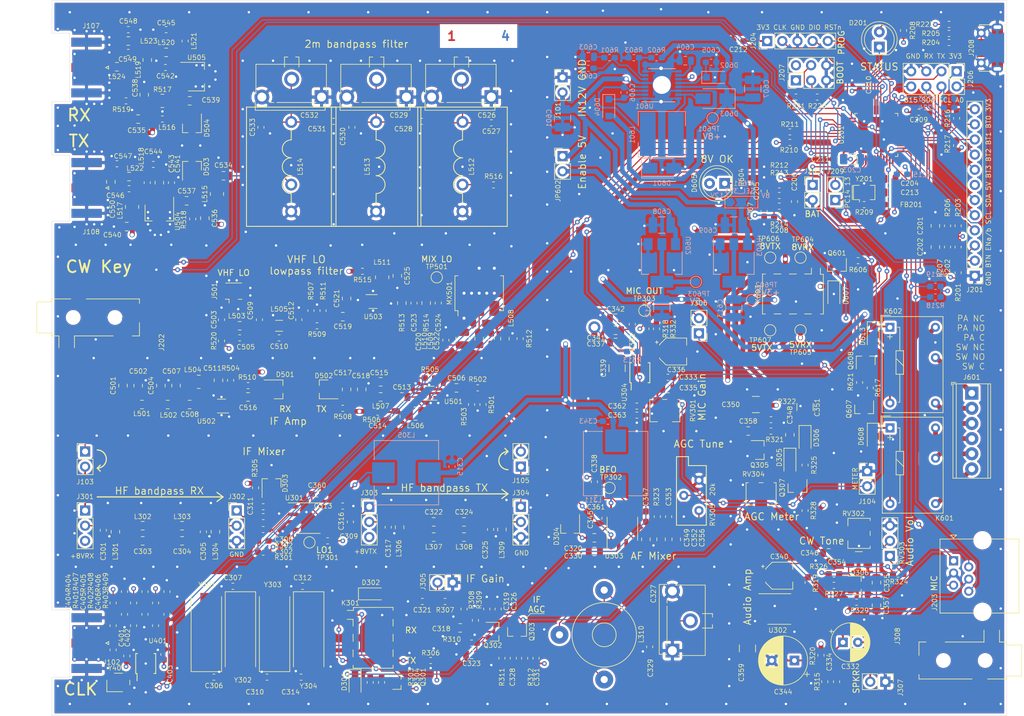
<source format=kicad_pcb>
(kicad_pcb (version 20171130) (host pcbnew 5.1.6)

  (general
    (thickness 1.6)
    (drawings 124)
    (tracks 2331)
    (zones 0)
    (modules 365)
    (nets 232)
  )

  (page A4)
  (layers
    (0 F.Cu signal)
    (1 In1.Cu signal)
    (2 In2.Cu signal)
    (31 B.Cu signal)
    (32 B.Adhes user hide)
    (33 F.Adhes user hide)
    (34 B.Paste user hide)
    (35 F.Paste user hide)
    (36 B.SilkS user)
    (37 F.SilkS user)
    (38 B.Mask user hide)
    (39 F.Mask user)
    (40 Dwgs.User user hide)
    (41 Cmts.User user hide)
    (42 Eco1.User user hide)
    (43 Eco2.User user hide)
    (44 Edge.Cuts user)
    (45 Margin user hide)
    (46 B.CrtYd user)
    (47 F.CrtYd user)
    (48 B.Fab user hide)
    (49 F.Fab user hide)
  )

  (setup
    (last_trace_width 0.3)
    (user_trace_width 0.2)
    (user_trace_width 0.3)
    (user_trace_width 0.8)
    (trace_clearance 0.2)
    (zone_clearance 0.4)
    (zone_45_only no)
    (trace_min 0.2)
    (via_size 0.8)
    (via_drill 0.4)
    (via_min_size 0.4)
    (via_min_drill 0.3)
    (user_via 0.8 0.4)
    (user_via 0.8 0.6)
    (uvia_size 0.3)
    (uvia_drill 0.1)
    (uvias_allowed no)
    (uvia_min_size 0.2)
    (uvia_min_drill 0.1)
    (edge_width 0.05)
    (segment_width 0.2)
    (pcb_text_width 0.3)
    (pcb_text_size 1.5 1.5)
    (mod_edge_width 0.1)
    (mod_text_size 0.8 0.8)
    (mod_text_width 0.1)
    (pad_size 1.524 1.524)
    (pad_drill 0.762)
    (pad_to_mask_clearance 0.051)
    (solder_mask_min_width 0.25)
    (aux_axis_origin 0 0)
    (visible_elements FFFFFF7F)
    (pcbplotparams
      (layerselection 0x010fc_ffffffff)
      (usegerberextensions false)
      (usegerberattributes false)
      (usegerberadvancedattributes false)
      (creategerberjobfile false)
      (excludeedgelayer true)
      (linewidth 0.100000)
      (plotframeref false)
      (viasonmask false)
      (mode 1)
      (useauxorigin false)
      (hpglpennumber 1)
      (hpglpenspeed 20)
      (hpglpendiameter 15.000000)
      (psnegative false)
      (psa4output false)
      (plotreference true)
      (plotvalue true)
      (plotinvisibletext false)
      (padsonsilk false)
      (subtractmaskfromsilk false)
      (outputformat 1)
      (mirror false)
      (drillshape 0)
      (scaleselection 1)
      (outputdirectory "out"))
  )

  (net 0 "")
  (net 1 /Control/ENC_B)
  (net 2 GND)
  (net 3 /Control/ENC_A)
  (net 4 +3V3)
  (net 5 "Net-(C205-Pad1)")
  (net 6 "Net-(C206-Pad1)")
  (net 7 "Net-(C207-Pad1)")
  (net 8 /Baseband/CW_TONE)
  (net 9 "Net-(C301-Pad2)")
  (net 10 "Net-(C302-Pad2)")
  (net 11 "Net-(C303-Pad2)")
  (net 12 "Net-(C304-Pad2)")
  (net 13 "Net-(C306-Pad2)")
  (net 14 "Net-(C307-Pad2)")
  (net 15 "Net-(C308-Pad2)")
  (net 16 "Net-(C308-Pad1)")
  (net 17 /Baseband/LO1)
  (net 18 "Net-(C309-Pad1)")
  (net 19 "Net-(C310-Pad2)")
  (net 20 "Net-(C311-Pad2)")
  (net 21 "Net-(C312-Pad2)")
  (net 22 "Net-(C313-Pad2)")
  (net 23 "Net-(C314-Pad2)")
  (net 24 +8V)
  (net 25 "Net-(C316-Pad2)")
  (net 26 "Net-(C316-Pad1)")
  (net 27 "Net-(C317-Pad2)")
  (net 28 "Net-(C318-Pad2)")
  (net 29 "Net-(C318-Pad1)")
  (net 30 "Net-(C320-Pad2)")
  (net 31 "Net-(C320-Pad1)")
  (net 32 "Net-(C321-Pad1)")
  (net 33 "Net-(C322-Pad2)")
  (net 34 "Net-(C323-Pad2)")
  (net 35 "Net-(C324-Pad2)")
  (net 36 "Net-(C327-Pad2)")
  (net 37 "Net-(C328-Pad2)")
  (net 38 "Net-(C330-Pad2)")
  (net 39 "Net-(C330-Pad1)")
  (net 40 +8VRX)
  (net 41 "Net-(C332-Pad1)")
  (net 42 "Net-(C333-Pad2)")
  (net 43 "Net-(C333-Pad1)")
  (net 44 "Net-(C334-Pad2)")
  (net 45 "Net-(C336-Pad1)")
  (net 46 "Net-(C337-Pad2)")
  (net 47 /Baseband/BFO)
  (net 48 "Net-(C338-Pad1)")
  (net 49 "Net-(C340-Pad2)")
  (net 50 "Net-(C340-Pad1)")
  (net 51 "Net-(C342-Pad2)")
  (net 52 "Net-(C344-Pad1)")
  (net 53 "Net-(C345-Pad2)")
  (net 54 "Net-(C346-Pad2)")
  (net 55 "Net-(C347-Pad2)")
  (net 56 "Net-(C347-Pad1)")
  (net 57 "Net-(C348-Pad2)")
  (net 58 "Net-(C348-Pad1)")
  (net 59 "Net-(C351-Pad1)")
  (net 60 "Net-(C352-Pad2)")
  (net 61 "Net-(C353-Pad1)")
  (net 62 "Net-(C354-Pad1)")
  (net 63 "Net-(C355-Pad2)")
  (net 64 "Net-(C355-Pad1)")
  (net 65 "Net-(C356-Pad2)")
  (net 66 "Net-(C358-Pad2)")
  (net 67 "Net-(C358-Pad1)")
  (net 68 "Net-(C401-Pad2)")
  (net 69 /Clock/REF_25MHz)
  (net 70 "Net-(C404-Pad2)")
  (net 71 "Net-(C404-Pad1)")
  (net 72 "Net-(C405-Pad2)")
  (net 73 "Net-(C405-Pad1)")
  (net 74 "Net-(C406-Pad2)")
  (net 75 "Net-(C406-Pad1)")
  (net 76 /HF_RX)
  (net 77 "Net-(C501-Pad1)")
  (net 78 /VHF_LO)
  (net 79 "Net-(C504-Pad1)")
  (net 80 "Net-(C505-Pad1)")
  (net 81 "Net-(C506-Pad2)")
  (net 82 "Net-(C506-Pad1)")
  (net 83 "Net-(C507-Pad1)")
  (net 84 "Net-(C508-Pad1)")
  (net 85 "Net-(C510-Pad1)")
  (net 86 "Net-(C511-Pad1)")
  (net 87 "Net-(C513-Pad2)")
  (net 88 "Net-(C513-Pad1)")
  (net 89 "Net-(C514-Pad1)")
  (net 90 "Net-(C516-Pad2)")
  (net 91 "Net-(C516-Pad1)")
  (net 92 "Net-(C517-Pad2)")
  (net 93 "Net-(C517-Pad1)")
  (net 94 "Net-(C519-Pad2)")
  (net 95 "Net-(C519-Pad1)")
  (net 96 "Net-(C520-Pad1)")
  (net 97 "Net-(C522-Pad2)")
  (net 98 "Net-(C522-Pad1)")
  (net 99 "Net-(C523-Pad2)")
  (net 100 "Net-(C523-Pad1)")
  (net 101 "Net-(C524-Pad2)")
  (net 102 "Net-(C524-Pad1)")
  (net 103 "Net-(C525-Pad1)")
  (net 104 "Net-(C526-Pad2)")
  (net 105 "Net-(C528-Pad2)")
  (net 106 "Net-(C531-Pad2)")
  (net 107 "Net-(C534-Pad2)")
  (net 108 "Net-(C534-Pad1)")
  (net 109 "Net-(C537-Pad2)")
  (net 110 "Net-(C537-Pad1)")
  (net 111 "Net-(C538-Pad2)")
  (net 112 "Net-(C539-Pad2)")
  (net 113 "Net-(C539-Pad1)")
  (net 114 "Net-(C541-Pad1)")
  (net 115 "Net-(C542-Pad2)")
  (net 116 "Net-(C542-Pad1)")
  (net 117 "Net-(C543-Pad1)")
  (net 118 "Net-(C545-Pad1)")
  (net 119 "Net-(C546-Pad1)")
  (net 120 "Net-(C548-Pad1)")
  (net 121 "Net-(C549-Pad2)")
  (net 122 "Net-(C549-Pad1)")
  (net 123 /VHF_TX)
  (net 124 +12V)
  (net 125 "Net-(C602-Pad1)")
  (net 126 "Net-(C603-Pad1)")
  (net 127 "Net-(C604-Pad1)")
  (net 128 "Net-(C605-Pad2)")
  (net 129 "Net-(C606-Pad2)")
  (net 130 "Net-(C606-Pad1)")
  (net 131 "Net-(C608-Pad1)")
  (net 132 "Net-(C609-Pad1)")
  (net 133 +5VA)
  (net 134 "Net-(D201-Pad2)")
  (net 135 /Control/RESETn)
  (net 136 "Net-(D301-Pad2)")
  (net 137 /Control/SEQ0n)
  (net 138 "Net-(D302-Pad1)")
  (net 139 "Net-(D603-Pad2)")
  (net 140 "Net-(D605-Pad1)")
  (net 141 /Control/SEQ2n)
  (net 142 /Baseband/METER)
  (net 143 /HF_TX)
  (net 144 /VHF_RX)
  (net 145 /Control/BTN0)
  (net 146 /Control/BTN1)
  (net 147 /Control/BTN2)
  (net 148 /Control/BTN3)
  (net 149 SDA)
  (net 150 SCL)
  (net 151 "Net-(J201-Pad4)")
  (net 152 "Net-(J201-Pad3)")
  (net 153 "Net-(J201-Pad2)")
  (net 154 /Control/MIC_SW2)
  (net 155 /Baseband/MIC)
  (net 156 /Control/MIC_SW1)
  (net 157 +8VTX)
  (net 158 "Net-(J601-Pad5)")
  (net 159 "Net-(J601-Pad4)")
  (net 160 "Net-(J601-Pad3)")
  (net 161 "Net-(J601-Pad2)")
  (net 162 "Net-(K301-Pad2)")
  (net 163 "Net-(K301-Pad4)")
  (net 164 "Net-(L512-Pad2)")
  (net 165 "Net-(L520-Pad2)")
  (net 166 "Net-(MX501-Pad3)")
  (net 167 "Net-(MX501-Pad6)")
  (net 168 "Net-(Q301-Pad1)")
  (net 169 "Net-(Q302-Pad3)")
  (net 170 "Net-(Q307-Pad2)")
  (net 171 "Net-(Q307-Pad1)")
  (net 172 "Net-(Q601-Pad1)")
  (net 173 "Net-(Q607-Pad1)")
  (net 174 /Control/ENC_BTN)
  (net 175 /Control/XTAL1)
  (net 176 /Control/XTAL2)
  (net 177 /Baseband/CW_KEYn)
  (net 178 "Net-(R319-Pad1)")
  (net 179 "Net-(R324-Pad1)")
  (net 180 /Baseband/MUTE_SPKR)
  (net 181 "Net-(R602-Pad1)")
  (net 182 "Net-(U401-Pad3)")
  (net 183 /IF_RX)
  (net 184 /IF_TX)
  (net 185 /Control/SEQ1n)
  (net 186 /AF_OUT)
  (net 187 "Net-(Q608-Pad1)")
  (net 188 "Net-(C362-Pad2)")
  (net 189 "Net-(C362-Pad1)")
  (net 190 "Net-(J601-Pad6)")
  (net 191 "Net-(J601-Pad1)")
  (net 192 /Baseband/MIC_SDn)
  (net 193 "Net-(R318-Pad2)")
  (net 194 "Net-(R332-Pad2)")
  (net 195 /Control/STATUSn)
  (net 196 /Control/PWM_CW)
  (net 197 "Net-(C359-Pad1)")
  (net 198 "Net-(C360-Pad1)")
  (net 199 "Net-(C361-Pad1)")
  (net 200 /Baseband/AGC)
  (net 201 "Net-(D607-Pad2)")
  (net 202 "Net-(D608-Pad2)")
  (net 203 "Net-(D613-Pad2)")
  (net 204 /Baseband/MIC_OUT)
  (net 205 "Net-(C204-Pad2)")
  (net 206 /Control/CW_RING)
  (net 207 /Control/CW_TIP)
  (net 208 /Control/SWDIO)
  (net 209 /Control/SWCLK)
  (net 210 "Net-(J205-Pad1)")
  (net 211 /Control/USART1_RX)
  (net 212 /Control/USART1_TX)
  (net 213 "Net-(J207-Pad4)")
  (net 214 "Net-(J207-Pad3)")
  (net 215 /Control/USB_DP)
  (net 216 /Control/USB_DM)
  (net 217 "Net-(R204-Pad2)")
  (net 218 "Net-(R205-Pad2)")
  (net 219 /Control/BOOT0)
  (net 220 /Control/BOOT1)
  (net 221 "Net-(C332-Pad2)")
  (net 222 "Net-(J307-Pad2)")
  (net 223 /Control/PB15)
  (net 224 /Control/I2C2_SDA)
  (net 225 /Control/I2C2_SCL)
  (net 226 /Control/PA0)
  (net 227 /Control/PC13)
  (net 228 /Control/PC14)
  (net 229 +5VTX)
  (net 230 +5VRX)
  (net 231 "Net-(C503-Pad1)")

  (net_class Default "This is the default net class."
    (clearance 0.2)
    (trace_width 0.2)
    (via_dia 0.8)
    (via_drill 0.4)
    (uvia_dia 0.3)
    (uvia_drill 0.1)
    (add_net +5VRX)
    (add_net +5VTX)
    (add_net /AF_OUT)
    (add_net /Baseband/AGC)
    (add_net /Baseband/BFO)
    (add_net /Baseband/CW_KEYn)
    (add_net /Baseband/CW_TONE)
    (add_net /Baseband/LO1)
    (add_net /Baseband/METER)
    (add_net /Baseband/MIC)
    (add_net /Baseband/MIC_OUT)
    (add_net /Baseband/MIC_SDn)
    (add_net /Baseband/MUTE_SPKR)
    (add_net /Clock/REF_25MHz)
    (add_net /Control/BOOT0)
    (add_net /Control/BOOT1)
    (add_net /Control/BTN0)
    (add_net /Control/BTN1)
    (add_net /Control/BTN2)
    (add_net /Control/BTN3)
    (add_net /Control/CW_RING)
    (add_net /Control/CW_TIP)
    (add_net /Control/ENC_A)
    (add_net /Control/ENC_B)
    (add_net /Control/ENC_BTN)
    (add_net /Control/I2C2_SCL)
    (add_net /Control/I2C2_SDA)
    (add_net /Control/MIC_SW1)
    (add_net /Control/MIC_SW2)
    (add_net /Control/PA0)
    (add_net /Control/PB15)
    (add_net /Control/PC13)
    (add_net /Control/PC14)
    (add_net /Control/PWM_CW)
    (add_net /Control/RESETn)
    (add_net /Control/SEQ0n)
    (add_net /Control/SEQ1n)
    (add_net /Control/SEQ2n)
    (add_net /Control/STATUSn)
    (add_net /Control/SWCLK)
    (add_net /Control/SWDIO)
    (add_net /Control/USART1_RX)
    (add_net /Control/USART1_TX)
    (add_net /Control/USB_DM)
    (add_net /Control/USB_DP)
    (add_net /Control/XTAL1)
    (add_net /Control/XTAL2)
    (add_net /HF_RX)
    (add_net /HF_TX)
    (add_net /IF_RX)
    (add_net /IF_TX)
    (add_net /VHF_LO)
    (add_net /VHF_RX)
    (add_net /VHF_TX)
    (add_net "Net-(C204-Pad2)")
    (add_net "Net-(C205-Pad1)")
    (add_net "Net-(C206-Pad1)")
    (add_net "Net-(C207-Pad1)")
    (add_net "Net-(C301-Pad2)")
    (add_net "Net-(C302-Pad2)")
    (add_net "Net-(C303-Pad2)")
    (add_net "Net-(C304-Pad2)")
    (add_net "Net-(C306-Pad2)")
    (add_net "Net-(C307-Pad2)")
    (add_net "Net-(C308-Pad1)")
    (add_net "Net-(C308-Pad2)")
    (add_net "Net-(C309-Pad1)")
    (add_net "Net-(C310-Pad2)")
    (add_net "Net-(C311-Pad2)")
    (add_net "Net-(C312-Pad2)")
    (add_net "Net-(C313-Pad2)")
    (add_net "Net-(C314-Pad2)")
    (add_net "Net-(C316-Pad1)")
    (add_net "Net-(C316-Pad2)")
    (add_net "Net-(C317-Pad2)")
    (add_net "Net-(C318-Pad1)")
    (add_net "Net-(C318-Pad2)")
    (add_net "Net-(C320-Pad1)")
    (add_net "Net-(C320-Pad2)")
    (add_net "Net-(C321-Pad1)")
    (add_net "Net-(C322-Pad2)")
    (add_net "Net-(C323-Pad2)")
    (add_net "Net-(C324-Pad2)")
    (add_net "Net-(C327-Pad2)")
    (add_net "Net-(C328-Pad2)")
    (add_net "Net-(C330-Pad1)")
    (add_net "Net-(C330-Pad2)")
    (add_net "Net-(C332-Pad1)")
    (add_net "Net-(C332-Pad2)")
    (add_net "Net-(C333-Pad1)")
    (add_net "Net-(C333-Pad2)")
    (add_net "Net-(C334-Pad2)")
    (add_net "Net-(C336-Pad1)")
    (add_net "Net-(C337-Pad2)")
    (add_net "Net-(C338-Pad1)")
    (add_net "Net-(C340-Pad1)")
    (add_net "Net-(C340-Pad2)")
    (add_net "Net-(C342-Pad2)")
    (add_net "Net-(C344-Pad1)")
    (add_net "Net-(C345-Pad2)")
    (add_net "Net-(C346-Pad2)")
    (add_net "Net-(C347-Pad1)")
    (add_net "Net-(C347-Pad2)")
    (add_net "Net-(C348-Pad1)")
    (add_net "Net-(C348-Pad2)")
    (add_net "Net-(C351-Pad1)")
    (add_net "Net-(C352-Pad2)")
    (add_net "Net-(C353-Pad1)")
    (add_net "Net-(C354-Pad1)")
    (add_net "Net-(C355-Pad1)")
    (add_net "Net-(C355-Pad2)")
    (add_net "Net-(C356-Pad2)")
    (add_net "Net-(C358-Pad1)")
    (add_net "Net-(C358-Pad2)")
    (add_net "Net-(C359-Pad1)")
    (add_net "Net-(C360-Pad1)")
    (add_net "Net-(C361-Pad1)")
    (add_net "Net-(C362-Pad1)")
    (add_net "Net-(C362-Pad2)")
    (add_net "Net-(C401-Pad2)")
    (add_net "Net-(C404-Pad1)")
    (add_net "Net-(C404-Pad2)")
    (add_net "Net-(C405-Pad1)")
    (add_net "Net-(C405-Pad2)")
    (add_net "Net-(C406-Pad1)")
    (add_net "Net-(C406-Pad2)")
    (add_net "Net-(C501-Pad1)")
    (add_net "Net-(C503-Pad1)")
    (add_net "Net-(C504-Pad1)")
    (add_net "Net-(C505-Pad1)")
    (add_net "Net-(C506-Pad1)")
    (add_net "Net-(C506-Pad2)")
    (add_net "Net-(C507-Pad1)")
    (add_net "Net-(C508-Pad1)")
    (add_net "Net-(C510-Pad1)")
    (add_net "Net-(C511-Pad1)")
    (add_net "Net-(C513-Pad1)")
    (add_net "Net-(C513-Pad2)")
    (add_net "Net-(C514-Pad1)")
    (add_net "Net-(C516-Pad1)")
    (add_net "Net-(C516-Pad2)")
    (add_net "Net-(C517-Pad1)")
    (add_net "Net-(C517-Pad2)")
    (add_net "Net-(C519-Pad1)")
    (add_net "Net-(C519-Pad2)")
    (add_net "Net-(C520-Pad1)")
    (add_net "Net-(C522-Pad1)")
    (add_net "Net-(C522-Pad2)")
    (add_net "Net-(C523-Pad1)")
    (add_net "Net-(C523-Pad2)")
    (add_net "Net-(C524-Pad1)")
    (add_net "Net-(C524-Pad2)")
    (add_net "Net-(C525-Pad1)")
    (add_net "Net-(C526-Pad2)")
    (add_net "Net-(C528-Pad2)")
    (add_net "Net-(C531-Pad2)")
    (add_net "Net-(C534-Pad1)")
    (add_net "Net-(C534-Pad2)")
    (add_net "Net-(C537-Pad1)")
    (add_net "Net-(C537-Pad2)")
    (add_net "Net-(C538-Pad2)")
    (add_net "Net-(C539-Pad1)")
    (add_net "Net-(C539-Pad2)")
    (add_net "Net-(C541-Pad1)")
    (add_net "Net-(C542-Pad1)")
    (add_net "Net-(C542-Pad2)")
    (add_net "Net-(C543-Pad1)")
    (add_net "Net-(C545-Pad1)")
    (add_net "Net-(C546-Pad1)")
    (add_net "Net-(C548-Pad1)")
    (add_net "Net-(C549-Pad1)")
    (add_net "Net-(C549-Pad2)")
    (add_net "Net-(C602-Pad1)")
    (add_net "Net-(C603-Pad1)")
    (add_net "Net-(C604-Pad1)")
    (add_net "Net-(C605-Pad2)")
    (add_net "Net-(C606-Pad1)")
    (add_net "Net-(C606-Pad2)")
    (add_net "Net-(C608-Pad1)")
    (add_net "Net-(C609-Pad1)")
    (add_net "Net-(D201-Pad2)")
    (add_net "Net-(D301-Pad2)")
    (add_net "Net-(D302-Pad1)")
    (add_net "Net-(D603-Pad2)")
    (add_net "Net-(D605-Pad1)")
    (add_net "Net-(D607-Pad2)")
    (add_net "Net-(D608-Pad2)")
    (add_net "Net-(D613-Pad2)")
    (add_net "Net-(J201-Pad2)")
    (add_net "Net-(J201-Pad3)")
    (add_net "Net-(J201-Pad4)")
    (add_net "Net-(J205-Pad1)")
    (add_net "Net-(J207-Pad3)")
    (add_net "Net-(J207-Pad4)")
    (add_net "Net-(J307-Pad2)")
    (add_net "Net-(J601-Pad1)")
    (add_net "Net-(J601-Pad2)")
    (add_net "Net-(J601-Pad3)")
    (add_net "Net-(J601-Pad4)")
    (add_net "Net-(J601-Pad5)")
    (add_net "Net-(J601-Pad6)")
    (add_net "Net-(K301-Pad2)")
    (add_net "Net-(K301-Pad4)")
    (add_net "Net-(L512-Pad2)")
    (add_net "Net-(L520-Pad2)")
    (add_net "Net-(MX501-Pad3)")
    (add_net "Net-(MX501-Pad6)")
    (add_net "Net-(Q301-Pad1)")
    (add_net "Net-(Q302-Pad3)")
    (add_net "Net-(Q307-Pad1)")
    (add_net "Net-(Q307-Pad2)")
    (add_net "Net-(Q601-Pad1)")
    (add_net "Net-(Q607-Pad1)")
    (add_net "Net-(Q608-Pad1)")
    (add_net "Net-(R204-Pad2)")
    (add_net "Net-(R205-Pad2)")
    (add_net "Net-(R318-Pad2)")
    (add_net "Net-(R319-Pad1)")
    (add_net "Net-(R324-Pad1)")
    (add_net "Net-(R332-Pad2)")
    (add_net "Net-(R602-Pad1)")
    (add_net "Net-(U401-Pad3)")
    (add_net SCL)
    (add_net SDA)
  )

  (net_class Power ""
    (clearance 0.2)
    (trace_width 0.8)
    (via_dia 0.8)
    (via_drill 0.6)
    (uvia_dia 0.3)
    (uvia_drill 0.1)
    (add_net +12V)
    (add_net +3V3)
    (add_net +5VA)
    (add_net +8V)
    (add_net +8VRX)
    (add_net +8VTX)
    (add_net GND)
  )

  (module Resistor_SMD:R_0603_1608Metric_Pad1.05x0.95mm_HandSolder (layer F.Cu) (tedit 5B301BBD) (tstamp 5EF53B3B)
    (at 58.42 87.122 270)
    (descr "Resistor SMD 0603 (1608 Metric), square (rectangular) end terminal, IPC_7351 nominal with elongated pad for handsoldering. (Body size source: http://www.tortai-tech.com/upload/download/2011102023233369053.pdf), generated with kicad-footprint-generator")
    (tags "resistor handsolder")
    (path /5E4C0E28/5EFFF3CD)
    (attr smd)
    (fp_text reference R520 (at 0 1.27 90) (layer F.SilkS)
      (effects (font (size 0.8 0.8) (thickness 0.1)))
    )
    (fp_text value 0 (at 0 1.43 90) (layer F.Fab)
      (effects (font (size 1 1) (thickness 0.15)))
    )
    (fp_text user %R (at 0 0 90) (layer F.Fab)
      (effects (font (size 0.4 0.4) (thickness 0.06)))
    )
    (fp_line (start -0.8 0.4) (end -0.8 -0.4) (layer F.Fab) (width 0.1))
    (fp_line (start -0.8 -0.4) (end 0.8 -0.4) (layer F.Fab) (width 0.1))
    (fp_line (start 0.8 -0.4) (end 0.8 0.4) (layer F.Fab) (width 0.1))
    (fp_line (start 0.8 0.4) (end -0.8 0.4) (layer F.Fab) (width 0.1))
    (fp_line (start -0.171267 -0.51) (end 0.171267 -0.51) (layer F.SilkS) (width 0.12))
    (fp_line (start -0.171267 0.51) (end 0.171267 0.51) (layer F.SilkS) (width 0.12))
    (fp_line (start -1.65 0.73) (end -1.65 -0.73) (layer F.CrtYd) (width 0.05))
    (fp_line (start -1.65 -0.73) (end 1.65 -0.73) (layer F.CrtYd) (width 0.05))
    (fp_line (start 1.65 -0.73) (end 1.65 0.73) (layer F.CrtYd) (width 0.05))
    (fp_line (start 1.65 0.73) (end -1.65 0.73) (layer F.CrtYd) (width 0.05))
    (pad 2 smd roundrect (at 0.875 0 270) (size 1.05 0.95) (layers F.Cu F.Paste F.Mask) (roundrect_rratio 0.25)
      (net 78 /VHF_LO))
    (pad 1 smd roundrect (at -0.875 0 270) (size 1.05 0.95) (layers F.Cu F.Paste F.Mask) (roundrect_rratio 0.25)
      (net 231 "Net-(C503-Pad1)"))
    (model ${KISYS3DMOD}/Resistor_SMD.3dshapes/R_0603_1608Metric.wrl
      (at (xyz 0 0 0))
      (scale (xyz 1 1 1))
      (rotate (xyz 0 0 0))
    )
  )

  (module Connector_Coaxial:U.FL_Hirose_U.FL-R-SMT-1_Vertical (layer F.Cu) (tedit 5A1DBFC3) (tstamp 5EF528FE)
    (at 60.452 79.248 90)
    (descr "Hirose U.FL Coaxial https://www.hirose.com/product/en/products/U.FL/U.FL-R-SMT-1%2810%29/")
    (tags "Hirose U.FL Coaxial")
    (path /5E4C0E28/5EFC99BC)
    (attr smd)
    (fp_text reference J501 (at 0.475 -3.2 90) (layer F.SilkS)
      (effects (font (size 0.8 0.8) (thickness 0.1)))
    )
    (fp_text value "VHF LO" (at 3.556 0 180) (layer F.SilkS)
      (effects (font (size 1 1) (thickness 0.15)))
    )
    (fp_text user %R (at 0.475 0) (layer F.Fab)
      (effects (font (size 0.6 0.6) (thickness 0.09)))
    )
    (fp_line (start -2.02 1) (end -2.02 -1) (layer F.CrtYd) (width 0.05))
    (fp_line (start -1.32 1) (end -2.02 1) (layer F.CrtYd) (width 0.05))
    (fp_line (start 2.08 1.8) (end 2.28 1.8) (layer F.CrtYd) (width 0.05))
    (fp_line (start 2.08 2.5) (end 2.08 1.8) (layer F.CrtYd) (width 0.05))
    (fp_line (start 2.28 1.8) (end 2.28 -1.8) (layer F.CrtYd) (width 0.05))
    (fp_line (start -1.32 1.8) (end -1.12 1.8) (layer F.CrtYd) (width 0.05))
    (fp_line (start -1.12 2.5) (end -1.12 1.8) (layer F.CrtYd) (width 0.05))
    (fp_line (start 2.08 2.5) (end -1.12 2.5) (layer F.CrtYd) (width 0.05))
    (fp_line (start 1.835 -1.35) (end 1.835 1.35) (layer F.SilkS) (width 0.12))
    (fp_line (start -0.885 -0.76) (end -1.515 -0.76) (layer F.SilkS) (width 0.12))
    (fp_line (start -0.885 1.4) (end -0.885 0.76) (layer F.SilkS) (width 0.12))
    (fp_line (start -0.925 -0.3) (end -1.075 -0.15) (layer F.Fab) (width 0.1))
    (fp_line (start 1.775 -1.3) (end 1.375 -1.3) (layer F.Fab) (width 0.1))
    (fp_line (start 1.375 -1.5) (end 1.375 -1.3) (layer F.Fab) (width 0.1))
    (fp_line (start -0.425 -1.5) (end 1.375 -1.5) (layer F.Fab) (width 0.1))
    (fp_line (start 1.775 -1.3) (end 1.775 1.3) (layer F.Fab) (width 0.1))
    (fp_line (start 1.775 1.3) (end 1.375 1.3) (layer F.Fab) (width 0.1))
    (fp_line (start 1.375 1.5) (end 1.375 1.3) (layer F.Fab) (width 0.1))
    (fp_line (start -0.425 1.5) (end 1.375 1.5) (layer F.Fab) (width 0.1))
    (fp_line (start -0.425 -1.3) (end -0.825 -1.3) (layer F.Fab) (width 0.1))
    (fp_line (start -0.425 -1.5) (end -0.425 -1.3) (layer F.Fab) (width 0.1))
    (fp_line (start -0.825 -0.3) (end -0.825 -1.3) (layer F.Fab) (width 0.1))
    (fp_line (start -0.925 -0.3) (end -0.825 -0.3) (layer F.Fab) (width 0.1))
    (fp_line (start -1.075 0.3) (end -1.075 -0.15) (layer F.Fab) (width 0.1))
    (fp_line (start -1.075 0.3) (end -0.825 0.3) (layer F.Fab) (width 0.1))
    (fp_line (start -0.825 0.3) (end -0.825 1.3) (layer F.Fab) (width 0.1))
    (fp_line (start -0.425 1.3) (end -0.825 1.3) (layer F.Fab) (width 0.1))
    (fp_line (start -0.425 1.5) (end -0.425 1.3) (layer F.Fab) (width 0.1))
    (fp_line (start -0.885 -1.4) (end -0.885 -0.76) (layer F.SilkS) (width 0.12))
    (fp_line (start 2.08 -1.8) (end 2.28 -1.8) (layer F.CrtYd) (width 0.05))
    (fp_line (start 2.08 -1.8) (end 2.08 -2.5) (layer F.CrtYd) (width 0.05))
    (fp_line (start -1.32 -1) (end -1.32 -1.8) (layer F.CrtYd) (width 0.05))
    (fp_line (start 2.08 -2.5) (end -1.12 -2.5) (layer F.CrtYd) (width 0.05))
    (fp_line (start -1.12 -1.8) (end -1.12 -2.5) (layer F.CrtYd) (width 0.05))
    (fp_line (start -1.32 -1.8) (end -1.12 -1.8) (layer F.CrtYd) (width 0.05))
    (fp_line (start -1.32 1.8) (end -1.32 1) (layer F.CrtYd) (width 0.05))
    (fp_line (start -1.32 -1) (end -2.02 -1) (layer F.CrtYd) (width 0.05))
    (pad 2 smd rect (at 0.475 -1.475 90) (size 2.2 1.05) (layers F.Cu F.Paste F.Mask)
      (net 2 GND))
    (pad 1 smd rect (at -1.05 0 90) (size 1.05 1) (layers F.Cu F.Paste F.Mask)
      (net 231 "Net-(C503-Pad1)"))
    (pad 2 smd rect (at 0.475 1.475 90) (size 2.2 1.05) (layers F.Cu F.Paste F.Mask)
      (net 2 GND))
    (model ${KISYS3DMOD}/Connector_Coaxial.3dshapes/U.FL_Hirose_U.FL-R-SMT-1_Vertical.wrl
      (offset (xyz 0.4749999928262157 0 0))
      (scale (xyz 1 1 1))
      (rotate (xyz 0 0 0))
    )
  )

  (module Connector_PinHeader_2.54mm:PinHeader_1x05_P2.54mm_Vertical (layer F.Cu) (tedit 59FED5CC) (tstamp 5E90D38C)
    (at 149.86 36.83 90)
    (descr "Through hole straight pin header, 1x05, 2.54mm pitch, single row")
    (tags "Through hole pin header THT 1x05 2.54mm single row")
    (path /5E2FA006/5E9ED23F)
    (fp_text reference J204 (at 0 -2.33 90) (layer F.SilkS)
      (effects (font (size 0.8 0.8) (thickness 0.1)))
    )
    (fp_text value PROG (at -0.254 12.446 90) (layer F.SilkS)
      (effects (font (size 1 1) (thickness 0.15)))
    )
    (fp_line (start 1.8 -1.8) (end -1.8 -1.8) (layer F.CrtYd) (width 0.05))
    (fp_line (start 1.8 11.95) (end 1.8 -1.8) (layer F.CrtYd) (width 0.05))
    (fp_line (start -1.8 11.95) (end 1.8 11.95) (layer F.CrtYd) (width 0.05))
    (fp_line (start -1.8 -1.8) (end -1.8 11.95) (layer F.CrtYd) (width 0.05))
    (fp_line (start -1.33 -1.33) (end 0 -1.33) (layer F.SilkS) (width 0.12))
    (fp_line (start -1.33 0) (end -1.33 -1.33) (layer F.SilkS) (width 0.12))
    (fp_line (start -1.33 1.27) (end 1.33 1.27) (layer F.SilkS) (width 0.12))
    (fp_line (start 1.33 1.27) (end 1.33 11.49) (layer F.SilkS) (width 0.12))
    (fp_line (start -1.33 1.27) (end -1.33 11.49) (layer F.SilkS) (width 0.12))
    (fp_line (start -1.33 11.49) (end 1.33 11.49) (layer F.SilkS) (width 0.12))
    (fp_line (start -1.27 -0.635) (end -0.635 -1.27) (layer F.Fab) (width 0.1))
    (fp_line (start -1.27 11.43) (end -1.27 -0.635) (layer F.Fab) (width 0.1))
    (fp_line (start 1.27 11.43) (end -1.27 11.43) (layer F.Fab) (width 0.1))
    (fp_line (start 1.27 -1.27) (end 1.27 11.43) (layer F.Fab) (width 0.1))
    (fp_line (start -0.635 -1.27) (end 1.27 -1.27) (layer F.Fab) (width 0.1))
    (fp_text user %R (at 0 5.08) (layer F.Fab)
      (effects (font (size 1 1) (thickness 0.15)))
    )
    (pad 5 thru_hole oval (at 0 10.16 90) (size 1.7 1.7) (drill 1) (layers *.Cu *.Mask)
      (net 135 /Control/RESETn))
    (pad 4 thru_hole oval (at 0 7.62 90) (size 1.7 1.7) (drill 1) (layers *.Cu *.Mask)
      (net 208 /Control/SWDIO))
    (pad 3 thru_hole oval (at 0 5.08 90) (size 1.7 1.7) (drill 1) (layers *.Cu *.Mask)
      (net 2 GND))
    (pad 2 thru_hole oval (at 0 2.54 90) (size 1.7 1.7) (drill 1) (layers *.Cu *.Mask)
      (net 209 /Control/SWCLK))
    (pad 1 thru_hole rect (at 0 0 90) (size 1.7 1.7) (drill 1) (layers *.Cu *.Mask)
      (net 4 +3V3))
    (model ${KISYS3DMOD}/Connector_PinHeader_2.54mm.3dshapes/PinHeader_1x05_P2.54mm_Vertical.wrl
      (at (xyz 0 0 0))
      (scale (xyz 1 1 1))
      (rotate (xyz 0 0 0))
    )
  )

  (module Resistor_SMD:R_0603_1608Metric_Pad1.05x0.95mm_HandSolder (layer B.Cu) (tedit 5B301BBD) (tstamp 5EA02CF3)
    (at 180.34 48.006 180)
    (descr "Resistor SMD 0603 (1608 Metric), square (rectangular) end terminal, IPC_7351 nominal with elongated pad for handsoldering. (Body size source: http://www.tortai-tech.com/upload/download/2011102023233369053.pdf), generated with kicad-footprint-generator")
    (tags "resistor handsolder")
    (path /5E2FA006/5EB4F0A2)
    (attr smd)
    (fp_text reference R224 (at 3.556 0) (layer B.SilkS)
      (effects (font (size 0.8 0.8) (thickness 0.1)) (justify mirror))
    )
    (fp_text value 4k7 (at 0 -1.43) (layer B.Fab)
      (effects (font (size 1 1) (thickness 0.15)) (justify mirror))
    )
    (fp_line (start 1.65 -0.73) (end -1.65 -0.73) (layer B.CrtYd) (width 0.05))
    (fp_line (start 1.65 0.73) (end 1.65 -0.73) (layer B.CrtYd) (width 0.05))
    (fp_line (start -1.65 0.73) (end 1.65 0.73) (layer B.CrtYd) (width 0.05))
    (fp_line (start -1.65 -0.73) (end -1.65 0.73) (layer B.CrtYd) (width 0.05))
    (fp_line (start -0.171267 -0.51) (end 0.171267 -0.51) (layer B.SilkS) (width 0.12))
    (fp_line (start -0.171267 0.51) (end 0.171267 0.51) (layer B.SilkS) (width 0.12))
    (fp_line (start 0.8 -0.4) (end -0.8 -0.4) (layer B.Fab) (width 0.1))
    (fp_line (start 0.8 0.4) (end 0.8 -0.4) (layer B.Fab) (width 0.1))
    (fp_line (start -0.8 0.4) (end 0.8 0.4) (layer B.Fab) (width 0.1))
    (fp_line (start -0.8 -0.4) (end -0.8 0.4) (layer B.Fab) (width 0.1))
    (fp_text user %R (at 0 0) (layer B.Fab)
      (effects (font (size 0.4 0.4) (thickness 0.06)) (justify mirror))
    )
    (pad 2 smd roundrect (at 0.875 0 180) (size 1.05 0.95) (layers B.Cu B.Paste B.Mask) (roundrect_rratio 0.25)
      (net 224 /Control/I2C2_SDA))
    (pad 1 smd roundrect (at -0.875 0 180) (size 1.05 0.95) (layers B.Cu B.Paste B.Mask) (roundrect_rratio 0.25)
      (net 4 +3V3))
    (model ${KISYS3DMOD}/Resistor_SMD.3dshapes/R_0603_1608Metric.wrl
      (at (xyz 0 0 0))
      (scale (xyz 1 1 1))
      (rotate (xyz 0 0 0))
    )
  )

  (module Resistor_SMD:R_0603_1608Metric_Pad1.05x0.95mm_HandSolder (layer B.Cu) (tedit 5B301BBD) (tstamp 5EA02CE2)
    (at 180.34 46.482 180)
    (descr "Resistor SMD 0603 (1608 Metric), square (rectangular) end terminal, IPC_7351 nominal with elongated pad for handsoldering. (Body size source: http://www.tortai-tech.com/upload/download/2011102023233369053.pdf), generated with kicad-footprint-generator")
    (tags "resistor handsolder")
    (path /5E2FA006/5EB4F097)
    (attr smd)
    (fp_text reference R223 (at 3.556 0) (layer B.SilkS)
      (effects (font (size 0.8 0.8) (thickness 0.1)) (justify mirror))
    )
    (fp_text value 4k7 (at 0 -1.43) (layer B.Fab)
      (effects (font (size 1 1) (thickness 0.15)) (justify mirror))
    )
    (fp_line (start 1.65 -0.73) (end -1.65 -0.73) (layer B.CrtYd) (width 0.05))
    (fp_line (start 1.65 0.73) (end 1.65 -0.73) (layer B.CrtYd) (width 0.05))
    (fp_line (start -1.65 0.73) (end 1.65 0.73) (layer B.CrtYd) (width 0.05))
    (fp_line (start -1.65 -0.73) (end -1.65 0.73) (layer B.CrtYd) (width 0.05))
    (fp_line (start -0.171267 -0.51) (end 0.171267 -0.51) (layer B.SilkS) (width 0.12))
    (fp_line (start -0.171267 0.51) (end 0.171267 0.51) (layer B.SilkS) (width 0.12))
    (fp_line (start 0.8 -0.4) (end -0.8 -0.4) (layer B.Fab) (width 0.1))
    (fp_line (start 0.8 0.4) (end 0.8 -0.4) (layer B.Fab) (width 0.1))
    (fp_line (start -0.8 0.4) (end 0.8 0.4) (layer B.Fab) (width 0.1))
    (fp_line (start -0.8 -0.4) (end -0.8 0.4) (layer B.Fab) (width 0.1))
    (fp_text user %R (at 0 0) (layer B.Fab)
      (effects (font (size 0.4 0.4) (thickness 0.06)) (justify mirror))
    )
    (pad 2 smd roundrect (at 0.875 0 180) (size 1.05 0.95) (layers B.Cu B.Paste B.Mask) (roundrect_rratio 0.25)
      (net 225 /Control/I2C2_SCL))
    (pad 1 smd roundrect (at -0.875 0 180) (size 1.05 0.95) (layers B.Cu B.Paste B.Mask) (roundrect_rratio 0.25)
      (net 4 +3V3))
    (model ${KISYS3DMOD}/Resistor_SMD.3dshapes/R_0603_1608Metric.wrl
      (at (xyz 0 0 0))
      (scale (xyz 1 1 1))
      (rotate (xyz 0 0 0))
    )
  )

  (module Connector_Audio:Jack_3.5mm_CUI_SJ-3524-SMT_Horizontal (layer F.Cu) (tedit 5C635470) (tstamp 5E9E6B8A)
    (at 183.896 140.716 270)
    (descr "3.5 mm, Stereo, Right Angle, Surface Mount (SMT), Audio Jack Connector (https://www.cui.com/product/resource/sj-352x-smt-series.pdf)")
    (tags "3.5mm audio cui horizontal jack stereo")
    (path /5E3088F9/5E9EEA5B)
    (attr smd)
    (fp_text reference J308 (at -4.064 12.192 90) (layer F.SilkS)
      (effects (font (size 0.8 0.8) (thickness 0.1)))
    )
    (fp_text value Headphones (at 0 13 90) (layer F.Fab)
      (effects (font (size 1 1) (thickness 0.15)))
    )
    (fp_line (start -3.1 -2.3) (end -5.1 -2.3) (layer F.SilkS) (width 0.12))
    (fp_line (start -3.1 -4.9) (end -5.1 -4.9) (layer F.SilkS) (width 0.12))
    (fp_line (start -3.1 4.2) (end -3.1 -2.3) (layer F.SilkS) (width 0.12))
    (fp_line (start -3.1 8.6) (end -3.1 7.4) (layer F.SilkS) (width 0.12))
    (fp_line (start -0.85 8.6) (end -3.1 8.6) (layer F.SilkS) (width 0.12))
    (fp_line (start 3.1 8.6) (end 2.35 8.6) (layer F.SilkS) (width 0.12))
    (fp_line (start 3.1 -0.3) (end 3.1 8.6) (layer F.SilkS) (width 0.12))
    (fp_line (start 3.1 -6.1) (end 3.1 -2.9) (layer F.SilkS) (width 0.12))
    (fp_line (start 2.6 -6.1) (end 3.1 -6.1) (layer F.SilkS) (width 0.12))
    (fp_line (start 2.6 -8.6) (end 2.6 -6.1) (layer F.SilkS) (width 0.12))
    (fp_line (start -2.6 -8.6) (end 2.6 -8.6) (layer F.SilkS) (width 0.12))
    (fp_line (start -2.6 -6.1) (end -2.6 -8.6) (layer F.SilkS) (width 0.12))
    (fp_line (start -3.1 -6.1) (end -2.6 -6.1) (layer F.SilkS) (width 0.12))
    (fp_line (start -3.1 -4.9) (end -3.1 -6.1) (layer F.SilkS) (width 0.12))
    (fp_line (start -5.6 -9) (end 5.6 -9) (layer F.CrtYd) (width 0.05))
    (fp_line (start -5.6 11.6) (end -5.6 -9) (layer F.CrtYd) (width 0.05))
    (fp_line (start 5.6 11.6) (end -5.6 11.6) (layer F.CrtYd) (width 0.05))
    (fp_line (start 5.6 -9) (end 5.6 11.6) (layer F.CrtYd) (width 0.05))
    (fp_line (start 2.5 -6) (end 3 -6) (layer F.Fab) (width 0.1))
    (fp_line (start 2.5 -8.5) (end 2.5 -6) (layer F.Fab) (width 0.1))
    (fp_line (start -2.5 -8.5) (end 2.5 -8.5) (layer F.Fab) (width 0.1))
    (fp_line (start -2.5 -6) (end -2.5 -8.5) (layer F.Fab) (width 0.1))
    (fp_line (start -3 -6) (end -2.5 -6) (layer F.Fab) (width 0.1))
    (fp_line (start -3 8.5) (end -3 -6) (layer F.Fab) (width 0.1))
    (fp_line (start 3 8.5) (end -3 8.5) (layer F.Fab) (width 0.1))
    (fp_line (start 3 -6) (end 3 8.5) (layer F.Fab) (width 0.1))
    (fp_text user %R (at 0 0 90) (layer F.Fab)
      (effects (font (size 1 1) (thickness 0.15)))
    )
    (pad "" np_thru_hole circle (at 0 4.5 270) (size 1.7 1.7) (drill 1.7) (layers *.Cu *.Mask))
    (pad "" np_thru_hole circle (at 0 -2.5 270) (size 1.7 1.7) (drill 1.7) (layers *.Cu *.Mask))
    (pad T smd rect (at -3.7 5.8 270) (size 2.8 2.8) (layers F.Cu F.Paste F.Mask)
      (net 221 "Net-(C332-Pad2)"))
    (pad TN smd rect (at 0.75 9.8 270) (size 2.8 2.6) (layers F.Cu F.Paste F.Mask)
      (net 222 "Net-(J307-Pad2)"))
    (pad S smd rect (at -3.7 -3.6 270) (size 2.8 2.2) (layers F.Cu F.Paste F.Mask)
      (net 2 GND))
    (pad R smd rect (at 3.7 -1.6 270) (size 2.8 2.2) (layers F.Cu F.Paste F.Mask))
    (model ${KISYS3DMOD}/Connector_Audio.3dshapes/Jack_3.5mm_CUI_SJ-3524-SMT_Horizontal.wrl
      (at (xyz 0 0 0))
      (scale (xyz 1 1 1))
      (rotate (xyz 0 0 0))
    )
  )

  (module Connector_PinHeader_2.54mm:PinHeader_1x02_P2.54mm_Vertical (layer F.Cu) (tedit 59FED5CC) (tstamp 5E9E6B65)
    (at 169.672 144.272 270)
    (descr "Through hole straight pin header, 1x02, 2.54mm pitch, single row")
    (tags "Through hole pin header THT 1x02 2.54mm single row")
    (path /5E3088F9/5E9EEA69)
    (fp_text reference J307 (at 1.016 -2.54 90) (layer F.SilkS)
      (effects (font (size 0.8 0.8) (thickness 0.1)))
    )
    (fp_text value SPKR (at 0 4.87 90) (layer F.SilkS)
      (effects (font (size 1 1) (thickness 0.15)))
    )
    (fp_line (start 1.8 -1.8) (end -1.8 -1.8) (layer F.CrtYd) (width 0.05))
    (fp_line (start 1.8 4.35) (end 1.8 -1.8) (layer F.CrtYd) (width 0.05))
    (fp_line (start -1.8 4.35) (end 1.8 4.35) (layer F.CrtYd) (width 0.05))
    (fp_line (start -1.8 -1.8) (end -1.8 4.35) (layer F.CrtYd) (width 0.05))
    (fp_line (start -1.33 -1.33) (end 0 -1.33) (layer F.SilkS) (width 0.12))
    (fp_line (start -1.33 0) (end -1.33 -1.33) (layer F.SilkS) (width 0.12))
    (fp_line (start -1.33 1.27) (end 1.33 1.27) (layer F.SilkS) (width 0.12))
    (fp_line (start 1.33 1.27) (end 1.33 3.87) (layer F.SilkS) (width 0.12))
    (fp_line (start -1.33 1.27) (end -1.33 3.87) (layer F.SilkS) (width 0.12))
    (fp_line (start -1.33 3.87) (end 1.33 3.87) (layer F.SilkS) (width 0.12))
    (fp_line (start -1.27 -0.635) (end -0.635 -1.27) (layer F.Fab) (width 0.1))
    (fp_line (start -1.27 3.81) (end -1.27 -0.635) (layer F.Fab) (width 0.1))
    (fp_line (start 1.27 3.81) (end -1.27 3.81) (layer F.Fab) (width 0.1))
    (fp_line (start 1.27 -1.27) (end 1.27 3.81) (layer F.Fab) (width 0.1))
    (fp_line (start -0.635 -1.27) (end 1.27 -1.27) (layer F.Fab) (width 0.1))
    (fp_text user %R (at 0 1.27) (layer F.Fab)
      (effects (font (size 1 1) (thickness 0.15)))
    )
    (pad 2 thru_hole oval (at 0 2.54 270) (size 1.7 1.7) (drill 1) (layers *.Cu *.Mask)
      (net 222 "Net-(J307-Pad2)"))
    (pad 1 thru_hole rect (at 0 0 270) (size 1.7 1.7) (drill 1) (layers *.Cu *.Mask)
      (net 2 GND))
    (model ${KISYS3DMOD}/Connector_PinHeader_2.54mm.3dshapes/PinHeader_1x02_P2.54mm_Vertical.wrl
      (at (xyz 0 0 0))
      (scale (xyz 1 1 1))
      (rotate (xyz 0 0 0))
    )
  )

  (module Connector_PinHeader_2.54mm:PinHeader_1x02_P2.54mm_Vertical (layer F.Cu) (tedit 59FED5CC) (tstamp 5E9E6A4B)
    (at 161.29 63.5 180)
    (descr "Through hole straight pin header, 1x02, 2.54mm pitch, single row")
    (tags "Through hole pin header THT 1x02 2.54mm single row")
    (path /5E2FA006/5EAE68C7)
    (fp_text reference J209 (at 0 4.826) (layer F.SilkS)
      (effects (font (size 0.8 0.8) (thickness 0.1)))
    )
    (fp_text value PC1314 (at 0 4.87) (layer F.Fab)
      (effects (font (size 1 1) (thickness 0.15)))
    )
    (fp_line (start 1.8 -1.8) (end -1.8 -1.8) (layer F.CrtYd) (width 0.05))
    (fp_line (start 1.8 4.35) (end 1.8 -1.8) (layer F.CrtYd) (width 0.05))
    (fp_line (start -1.8 4.35) (end 1.8 4.35) (layer F.CrtYd) (width 0.05))
    (fp_line (start -1.8 -1.8) (end -1.8 4.35) (layer F.CrtYd) (width 0.05))
    (fp_line (start -1.33 -1.33) (end 0 -1.33) (layer F.SilkS) (width 0.12))
    (fp_line (start -1.33 0) (end -1.33 -1.33) (layer F.SilkS) (width 0.12))
    (fp_line (start -1.33 1.27) (end 1.33 1.27) (layer F.SilkS) (width 0.12))
    (fp_line (start 1.33 1.27) (end 1.33 3.87) (layer F.SilkS) (width 0.12))
    (fp_line (start -1.33 1.27) (end -1.33 3.87) (layer F.SilkS) (width 0.12))
    (fp_line (start -1.33 3.87) (end 1.33 3.87) (layer F.SilkS) (width 0.12))
    (fp_line (start -1.27 -0.635) (end -0.635 -1.27) (layer F.Fab) (width 0.1))
    (fp_line (start -1.27 3.81) (end -1.27 -0.635) (layer F.Fab) (width 0.1))
    (fp_line (start 1.27 3.81) (end -1.27 3.81) (layer F.Fab) (width 0.1))
    (fp_line (start 1.27 -1.27) (end 1.27 3.81) (layer F.Fab) (width 0.1))
    (fp_line (start -0.635 -1.27) (end 1.27 -1.27) (layer F.Fab) (width 0.1))
    (fp_text user %R (at 0 1.27 90) (layer F.Fab)
      (effects (font (size 1 1) (thickness 0.15)))
    )
    (pad 2 thru_hole oval (at 0 2.54 180) (size 1.7 1.7) (drill 1) (layers *.Cu *.Mask)
      (net 227 /Control/PC13))
    (pad 1 thru_hole rect (at 0 0 180) (size 1.7 1.7) (drill 1) (layers *.Cu *.Mask)
      (net 228 /Control/PC14))
    (model ${KISYS3DMOD}/Connector_PinHeader_2.54mm.3dshapes/PinHeader_1x02_P2.54mm_Vertical.wrl
      (at (xyz 0 0 0))
      (scale (xyz 1 1 1))
      (rotate (xyz 0 0 0))
    )
  )

  (module Connector_PinHeader_2.54mm:PinHeader_2x04_P2.54mm_Vertical (layer F.Cu) (tedit 59FED5CC) (tstamp 5E90D3B8)
    (at 181.61 41.91 270)
    (descr "Through hole straight pin header, 2x04, 2.54mm pitch, double rows")
    (tags "Through hole pin header THT 2x04 2.54mm double row")
    (path /5E2FA006/5EB61AEC)
    (fp_text reference J206 (at 1.27 -2.33 90) (layer F.SilkS)
      (effects (font (size 0.8 0.8) (thickness 0.1)))
    )
    (fp_text value UART (at 1.27 9.95 90) (layer F.Fab)
      (effects (font (size 1 1) (thickness 0.15)))
    )
    (fp_line (start 4.35 -1.8) (end -1.8 -1.8) (layer F.CrtYd) (width 0.05))
    (fp_line (start 4.35 9.4) (end 4.35 -1.8) (layer F.CrtYd) (width 0.05))
    (fp_line (start -1.8 9.4) (end 4.35 9.4) (layer F.CrtYd) (width 0.05))
    (fp_line (start -1.8 -1.8) (end -1.8 9.4) (layer F.CrtYd) (width 0.05))
    (fp_line (start -1.33 -1.33) (end 0 -1.33) (layer F.SilkS) (width 0.12))
    (fp_line (start -1.33 0) (end -1.33 -1.33) (layer F.SilkS) (width 0.12))
    (fp_line (start 1.27 -1.33) (end 3.87 -1.33) (layer F.SilkS) (width 0.12))
    (fp_line (start 1.27 1.27) (end 1.27 -1.33) (layer F.SilkS) (width 0.12))
    (fp_line (start -1.33 1.27) (end 1.27 1.27) (layer F.SilkS) (width 0.12))
    (fp_line (start 3.87 -1.33) (end 3.87 8.95) (layer F.SilkS) (width 0.12))
    (fp_line (start -1.33 1.27) (end -1.33 8.95) (layer F.SilkS) (width 0.12))
    (fp_line (start -1.33 8.95) (end 3.87 8.95) (layer F.SilkS) (width 0.12))
    (fp_line (start -1.27 0) (end 0 -1.27) (layer F.Fab) (width 0.1))
    (fp_line (start -1.27 8.89) (end -1.27 0) (layer F.Fab) (width 0.1))
    (fp_line (start 3.81 8.89) (end -1.27 8.89) (layer F.Fab) (width 0.1))
    (fp_line (start 3.81 -1.27) (end 3.81 8.89) (layer F.Fab) (width 0.1))
    (fp_line (start 0 -1.27) (end 3.81 -1.27) (layer F.Fab) (width 0.1))
    (fp_text user %R (at 1.27 3.81) (layer F.Fab)
      (effects (font (size 1 1) (thickness 0.15)))
    )
    (pad 8 thru_hole oval (at 2.54 7.62 270) (size 1.7 1.7) (drill 1) (layers *.Cu *.Mask)
      (net 223 /Control/PB15))
    (pad 7 thru_hole oval (at 0 7.62 270) (size 1.7 1.7) (drill 1) (layers *.Cu *.Mask)
      (net 2 GND))
    (pad 6 thru_hole oval (at 2.54 5.08 270) (size 1.7 1.7) (drill 1) (layers *.Cu *.Mask)
      (net 224 /Control/I2C2_SDA))
    (pad 5 thru_hole oval (at 0 5.08 270) (size 1.7 1.7) (drill 1) (layers *.Cu *.Mask)
      (net 211 /Control/USART1_RX))
    (pad 4 thru_hole oval (at 2.54 2.54 270) (size 1.7 1.7) (drill 1) (layers *.Cu *.Mask)
      (net 225 /Control/I2C2_SCL))
    (pad 3 thru_hole oval (at 0 2.54 270) (size 1.7 1.7) (drill 1) (layers *.Cu *.Mask)
      (net 212 /Control/USART1_TX))
    (pad 2 thru_hole oval (at 2.54 0 270) (size 1.7 1.7) (drill 1) (layers *.Cu *.Mask)
      (net 226 /Control/PA0))
    (pad 1 thru_hole rect (at 0 0 270) (size 1.7 1.7) (drill 1) (layers *.Cu *.Mask)
      (net 4 +3V3))
    (model ${KISYS3DMOD}/Connector_PinHeader_2.54mm.3dshapes/PinHeader_2x04_P2.54mm_Vertical.wrl
      (at (xyz 0 0 0))
      (scale (xyz 1 1 1))
      (rotate (xyz 0 0 0))
    )
  )

  (module Resistor_SMD:R_0603_1608Metric_Pad1.05x0.95mm_HandSolder (layer F.Cu) (tedit 5B301BBD) (tstamp 5E90DFC0)
    (at 180.34 34.036)
    (descr "Resistor SMD 0603 (1608 Metric), square (rectangular) end terminal, IPC_7351 nominal with elongated pad for handsoldering. (Body size source: http://www.tortai-tech.com/upload/download/2011102023233369053.pdf), generated with kicad-footprint-generator")
    (tags "resistor handsolder")
    (path /5E2FA006/5E92C2BE)
    (attr smd)
    (fp_text reference R222 (at -4.064 0) (layer F.SilkS)
      (effects (font (size 0.8 0.8) (thickness 0.1)))
    )
    (fp_text value 4.7k (at 0 1.43) (layer F.Fab)
      (effects (font (size 1 1) (thickness 0.15)))
    )
    (fp_line (start 1.65 0.73) (end -1.65 0.73) (layer F.CrtYd) (width 0.05))
    (fp_line (start 1.65 -0.73) (end 1.65 0.73) (layer F.CrtYd) (width 0.05))
    (fp_line (start -1.65 -0.73) (end 1.65 -0.73) (layer F.CrtYd) (width 0.05))
    (fp_line (start -1.65 0.73) (end -1.65 -0.73) (layer F.CrtYd) (width 0.05))
    (fp_line (start -0.171267 0.51) (end 0.171267 0.51) (layer F.SilkS) (width 0.12))
    (fp_line (start -0.171267 -0.51) (end 0.171267 -0.51) (layer F.SilkS) (width 0.12))
    (fp_line (start 0.8 0.4) (end -0.8 0.4) (layer F.Fab) (width 0.1))
    (fp_line (start 0.8 -0.4) (end 0.8 0.4) (layer F.Fab) (width 0.1))
    (fp_line (start -0.8 -0.4) (end 0.8 -0.4) (layer F.Fab) (width 0.1))
    (fp_line (start -0.8 0.4) (end -0.8 -0.4) (layer F.Fab) (width 0.1))
    (fp_text user %R (at 0 0) (layer F.Fab)
      (effects (font (size 0.8 0.8) (thickness 0.1)))
    )
    (pad 2 smd roundrect (at 0.875 0) (size 1.05 0.95) (layers F.Cu F.Paste F.Mask) (roundrect_rratio 0.25)
      (net 215 /Control/USB_DP))
    (pad 1 smd roundrect (at -0.875 0) (size 1.05 0.95) (layers F.Cu F.Paste F.Mask) (roundrect_rratio 0.25)
      (net 4 +3V3))
    (model ${KISYS3DMOD}/Resistor_SMD.3dshapes/R_0603_1608Metric.wrl
      (at (xyz 0 0 0))
      (scale (xyz 1 1 1))
      (rotate (xyz 0 0 0))
    )
  )

  (module Resistor_SMD:R_0603_1608Metric_Pad1.05x0.95mm_HandSolder (layer F.Cu) (tedit 5B301BBD) (tstamp 5E90DDAF)
    (at 180.34 35.56 180)
    (descr "Resistor SMD 0603 (1608 Metric), square (rectangular) end terminal, IPC_7351 nominal with elongated pad for handsoldering. (Body size source: http://www.tortai-tech.com/upload/download/2011102023233369053.pdf), generated with kicad-footprint-generator")
    (tags "resistor handsolder")
    (path /5E2FA006/5E91B437)
    (attr smd)
    (fp_text reference R205 (at 3.048 0) (layer F.SilkS)
      (effects (font (size 0.8 0.8) (thickness 0.1)))
    )
    (fp_text value 22 (at 0 1.43) (layer F.Fab)
      (effects (font (size 1 1) (thickness 0.15)))
    )
    (fp_line (start 1.65 0.73) (end -1.65 0.73) (layer F.CrtYd) (width 0.05))
    (fp_line (start 1.65 -0.73) (end 1.65 0.73) (layer F.CrtYd) (width 0.05))
    (fp_line (start -1.65 -0.73) (end 1.65 -0.73) (layer F.CrtYd) (width 0.05))
    (fp_line (start -1.65 0.73) (end -1.65 -0.73) (layer F.CrtYd) (width 0.05))
    (fp_line (start -0.171267 0.51) (end 0.171267 0.51) (layer F.SilkS) (width 0.12))
    (fp_line (start -0.171267 -0.51) (end 0.171267 -0.51) (layer F.SilkS) (width 0.12))
    (fp_line (start 0.8 0.4) (end -0.8 0.4) (layer F.Fab) (width 0.1))
    (fp_line (start 0.8 -0.4) (end 0.8 0.4) (layer F.Fab) (width 0.1))
    (fp_line (start -0.8 -0.4) (end 0.8 -0.4) (layer F.Fab) (width 0.1))
    (fp_line (start -0.8 0.4) (end -0.8 -0.4) (layer F.Fab) (width 0.1))
    (fp_text user %R (at 0 0) (layer F.Fab)
      (effects (font (size 0.8 0.8) (thickness 0.1)))
    )
    (pad 2 smd roundrect (at 0.875 0 180) (size 1.05 0.95) (layers F.Cu F.Paste F.Mask) (roundrect_rratio 0.25)
      (net 218 "Net-(R205-Pad2)"))
    (pad 1 smd roundrect (at -0.875 0 180) (size 1.05 0.95) (layers F.Cu F.Paste F.Mask) (roundrect_rratio 0.25)
      (net 215 /Control/USB_DP))
    (model ${KISYS3DMOD}/Resistor_SMD.3dshapes/R_0603_1608Metric.wrl
      (at (xyz 0 0 0))
      (scale (xyz 1 1 1))
      (rotate (xyz 0 0 0))
    )
  )

  (module Resistor_SMD:R_0603_1608Metric_Pad1.05x0.95mm_HandSolder (layer F.Cu) (tedit 5B301BBD) (tstamp 5E90DD9E)
    (at 180.34 37.084 180)
    (descr "Resistor SMD 0603 (1608 Metric), square (rectangular) end terminal, IPC_7351 nominal with elongated pad for handsoldering. (Body size source: http://www.tortai-tech.com/upload/download/2011102023233369053.pdf), generated with kicad-footprint-generator")
    (tags "resistor handsolder")
    (path /5E2FA006/5E91AF64)
    (attr smd)
    (fp_text reference R204 (at 3.048 0) (layer F.SilkS)
      (effects (font (size 0.8 0.8) (thickness 0.1)))
    )
    (fp_text value 22 (at 0 1.43) (layer F.Fab)
      (effects (font (size 1 1) (thickness 0.15)))
    )
    (fp_line (start 1.65 0.73) (end -1.65 0.73) (layer F.CrtYd) (width 0.05))
    (fp_line (start 1.65 -0.73) (end 1.65 0.73) (layer F.CrtYd) (width 0.05))
    (fp_line (start -1.65 -0.73) (end 1.65 -0.73) (layer F.CrtYd) (width 0.05))
    (fp_line (start -1.65 0.73) (end -1.65 -0.73) (layer F.CrtYd) (width 0.05))
    (fp_line (start -0.171267 0.51) (end 0.171267 0.51) (layer F.SilkS) (width 0.12))
    (fp_line (start -0.171267 -0.51) (end 0.171267 -0.51) (layer F.SilkS) (width 0.12))
    (fp_line (start 0.8 0.4) (end -0.8 0.4) (layer F.Fab) (width 0.1))
    (fp_line (start 0.8 -0.4) (end 0.8 0.4) (layer F.Fab) (width 0.1))
    (fp_line (start -0.8 -0.4) (end 0.8 -0.4) (layer F.Fab) (width 0.1))
    (fp_line (start -0.8 0.4) (end -0.8 -0.4) (layer F.Fab) (width 0.1))
    (fp_text user %R (at 0 0) (layer F.Fab)
      (effects (font (size 0.8 0.8) (thickness 0.1)))
    )
    (pad 2 smd roundrect (at 0.875 0 180) (size 1.05 0.95) (layers F.Cu F.Paste F.Mask) (roundrect_rratio 0.25)
      (net 217 "Net-(R204-Pad2)"))
    (pad 1 smd roundrect (at -0.875 0 180) (size 1.05 0.95) (layers F.Cu F.Paste F.Mask) (roundrect_rratio 0.25)
      (net 216 /Control/USB_DM))
    (model ${KISYS3DMOD}/Resistor_SMD.3dshapes/R_0603_1608Metric.wrl
      (at (xyz 0 0 0))
      (scale (xyz 1 1 1))
      (rotate (xyz 0 0 0))
    )
  )

  (module Connector_USB:USB_Micro-B_Molex-105017-0001 (layer F.Cu) (tedit 5A1DC0BE) (tstamp 5E90D3FD)
    (at 187.198 38 90)
    (descr http://www.molex.com/pdm_docs/sd/1050170001_sd.pdf)
    (tags "Micro-USB SMD Typ-B")
    (path /5E2FA006/5E9D7021)
    (attr smd)
    (fp_text reference J208 (at 0 -3.1125 90) (layer F.SilkS)
      (effects (font (size 0.8 0.8) (thickness 0.1)))
    )
    (fp_text value USB (at 0.3 4.3375 90) (layer F.Fab)
      (effects (font (size 1 1) (thickness 0.15)))
    )
    (fp_line (start -1.1 -2.1225) (end -1.1 -1.9125) (layer F.Fab) (width 0.1))
    (fp_line (start -1.5 -2.1225) (end -1.5 -1.9125) (layer F.Fab) (width 0.1))
    (fp_line (start -1.5 -2.1225) (end -1.1 -2.1225) (layer F.Fab) (width 0.1))
    (fp_line (start -1.1 -1.9125) (end -1.3 -1.7125) (layer F.Fab) (width 0.1))
    (fp_line (start -1.3 -1.7125) (end -1.5 -1.9125) (layer F.Fab) (width 0.1))
    (fp_line (start -1.7 -2.3125) (end -1.7 -1.8625) (layer F.SilkS) (width 0.12))
    (fp_line (start -1.7 -2.3125) (end -1.25 -2.3125) (layer F.SilkS) (width 0.12))
    (fp_line (start 3.9 -1.7625) (end 3.45 -1.7625) (layer F.SilkS) (width 0.12))
    (fp_line (start 3.9 0.0875) (end 3.9 -1.7625) (layer F.SilkS) (width 0.12))
    (fp_line (start -3.9 2.6375) (end -3.9 2.3875) (layer F.SilkS) (width 0.12))
    (fp_line (start -3.75 3.3875) (end -3.75 -1.6125) (layer F.Fab) (width 0.1))
    (fp_line (start -3.75 -1.6125) (end 3.75 -1.6125) (layer F.Fab) (width 0.1))
    (fp_line (start -3.75 3.389204) (end 3.75 3.389204) (layer F.Fab) (width 0.1))
    (fp_line (start -3 2.689204) (end 3 2.689204) (layer F.Fab) (width 0.1))
    (fp_line (start 3.75 3.3875) (end 3.75 -1.6125) (layer F.Fab) (width 0.1))
    (fp_line (start 3.9 2.6375) (end 3.9 2.3875) (layer F.SilkS) (width 0.12))
    (fp_line (start -3.9 0.0875) (end -3.9 -1.7625) (layer F.SilkS) (width 0.12))
    (fp_line (start -3.9 -1.7625) (end -3.45 -1.7625) (layer F.SilkS) (width 0.12))
    (fp_line (start -4.4 3.64) (end -4.4 -2.46) (layer F.CrtYd) (width 0.05))
    (fp_line (start -4.4 -2.46) (end 4.4 -2.46) (layer F.CrtYd) (width 0.05))
    (fp_line (start 4.4 -2.46) (end 4.4 3.64) (layer F.CrtYd) (width 0.05))
    (fp_line (start -4.4 3.64) (end 4.4 3.64) (layer F.CrtYd) (width 0.05))
    (fp_text user %R (at 0 0.8875 90) (layer F.Fab)
      (effects (font (size 0.8 0.8) (thickness 0.1)))
    )
    (fp_text user "PCB Edge" (at 0 2.6875 90) (layer Dwgs.User)
      (effects (font (size 0.5 0.5) (thickness 0.08)))
    )
    (pad 6 smd rect (at -2.9 1.2375 90) (size 1.2 1.9) (layers F.Cu F.Mask)
      (net 2 GND))
    (pad 6 smd rect (at 2.9 1.2375 90) (size 1.2 1.9) (layers F.Cu F.Mask)
      (net 2 GND))
    (pad 6 thru_hole oval (at 3.5 1.2375 90) (size 1.2 1.9) (drill oval 0.6 1.3) (layers *.Cu *.Mask)
      (net 2 GND))
    (pad 6 thru_hole oval (at -3.5 1.2375 270) (size 1.2 1.9) (drill oval 0.6 1.3) (layers *.Cu *.Mask)
      (net 2 GND))
    (pad 6 smd rect (at -1 1.2375 90) (size 1.5 1.9) (layers F.Cu F.Paste F.Mask)
      (net 2 GND))
    (pad 6 thru_hole circle (at 2.5 -1.4625 90) (size 1.45 1.45) (drill 0.85) (layers *.Cu *.Mask)
      (net 2 GND))
    (pad 3 smd rect (at 0 -1.4625 90) (size 0.4 1.35) (layers F.Cu F.Paste F.Mask)
      (net 215 /Control/USB_DP))
    (pad 4 smd rect (at 0.65 -1.4625 90) (size 0.4 1.35) (layers F.Cu F.Paste F.Mask)
      (net 2 GND))
    (pad 5 smd rect (at 1.3 -1.4625 90) (size 0.4 1.35) (layers F.Cu F.Paste F.Mask)
      (net 2 GND))
    (pad 1 smd rect (at -1.3 -1.4625 90) (size 0.4 1.35) (layers F.Cu F.Paste F.Mask))
    (pad 2 smd rect (at -0.65 -1.4625 90) (size 0.4 1.35) (layers F.Cu F.Paste F.Mask)
      (net 216 /Control/USB_DM))
    (pad 6 thru_hole circle (at -2.5 -1.4625 90) (size 1.45 1.45) (drill 0.85) (layers *.Cu *.Mask)
      (net 2 GND))
    (pad 6 smd rect (at 1 1.2375 90) (size 1.5 1.9) (layers F.Cu F.Paste F.Mask)
      (net 2 GND))
    (model ${KISYS3DMOD}/Connector_USB.3dshapes/USB_Micro-B_Molex-105017-0001.wrl
      (at (xyz 0 0 0))
      (scale (xyz 1 1 1))
      (rotate (xyz 0 0 0))
    )
  )

  (module Connector_PinHeader_2.54mm:PinHeader_2x03_P2.54mm_Vertical (layer F.Cu) (tedit 59FED5CC) (tstamp 5E90D3D4)
    (at 154.686 43.434 90)
    (descr "Through hole straight pin header, 2x03, 2.54mm pitch, double rows")
    (tags "Through hole pin header THT 2x03 2.54mm double row")
    (path /5E2FA006/5EA2664B)
    (fp_text reference J207 (at 1.27 -2.33 90) (layer F.SilkS)
      (effects (font (size 0.8 0.8) (thickness 0.1)))
    )
    (fp_text value BOOT (at 1.27 7.41 90) (layer F.SilkS)
      (effects (font (size 1 1) (thickness 0.15)))
    )
    (fp_line (start 4.35 -1.8) (end -1.8 -1.8) (layer F.CrtYd) (width 0.05))
    (fp_line (start 4.35 6.85) (end 4.35 -1.8) (layer F.CrtYd) (width 0.05))
    (fp_line (start -1.8 6.85) (end 4.35 6.85) (layer F.CrtYd) (width 0.05))
    (fp_line (start -1.8 -1.8) (end -1.8 6.85) (layer F.CrtYd) (width 0.05))
    (fp_line (start -1.33 -1.33) (end 0 -1.33) (layer F.SilkS) (width 0.12))
    (fp_line (start -1.33 0) (end -1.33 -1.33) (layer F.SilkS) (width 0.12))
    (fp_line (start 1.27 -1.33) (end 3.87 -1.33) (layer F.SilkS) (width 0.12))
    (fp_line (start 1.27 1.27) (end 1.27 -1.33) (layer F.SilkS) (width 0.12))
    (fp_line (start -1.33 1.27) (end 1.27 1.27) (layer F.SilkS) (width 0.12))
    (fp_line (start 3.87 -1.33) (end 3.87 6.41) (layer F.SilkS) (width 0.12))
    (fp_line (start -1.33 1.27) (end -1.33 6.41) (layer F.SilkS) (width 0.12))
    (fp_line (start -1.33 6.41) (end 3.87 6.41) (layer F.SilkS) (width 0.12))
    (fp_line (start -1.27 0) (end 0 -1.27) (layer F.Fab) (width 0.1))
    (fp_line (start -1.27 6.35) (end -1.27 0) (layer F.Fab) (width 0.1))
    (fp_line (start 3.81 6.35) (end -1.27 6.35) (layer F.Fab) (width 0.1))
    (fp_line (start 3.81 -1.27) (end 3.81 6.35) (layer F.Fab) (width 0.1))
    (fp_line (start 0 -1.27) (end 3.81 -1.27) (layer F.Fab) (width 0.1))
    (fp_text user %R (at 1.27 2.54) (layer F.Fab)
      (effects (font (size 0.8 0.8) (thickness 0.1)))
    )
    (pad 6 thru_hole oval (at 2.54 5.08 90) (size 1.7 1.7) (drill 1) (layers *.Cu *.Mask)
      (net 2 GND))
    (pad 5 thru_hole oval (at 0 5.08 90) (size 1.7 1.7) (drill 1) (layers *.Cu *.Mask)
      (net 2 GND))
    (pad 4 thru_hole oval (at 2.54 2.54 90) (size 1.7 1.7) (drill 1) (layers *.Cu *.Mask)
      (net 213 "Net-(J207-Pad4)"))
    (pad 3 thru_hole oval (at 0 2.54 90) (size 1.7 1.7) (drill 1) (layers *.Cu *.Mask)
      (net 214 "Net-(J207-Pad3)"))
    (pad 2 thru_hole oval (at 2.54 0 90) (size 1.7 1.7) (drill 1) (layers *.Cu *.Mask)
      (net 4 +3V3))
    (pad 1 thru_hole rect (at 0 0 90) (size 1.7 1.7) (drill 1) (layers *.Cu *.Mask)
      (net 4 +3V3))
    (model ${KISYS3DMOD}/Connector_PinHeader_2.54mm.3dshapes/PinHeader_2x03_P2.54mm_Vertical.wrl
      (at (xyz 0 0 0))
      (scale (xyz 1 1 1))
      (rotate (xyz 0 0 0))
    )
  )

  (module Connector_PinHeader_2.54mm:PinHeader_1x02_P2.54mm_Vertical (layer F.Cu) (tedit 59FED5CC) (tstamp 5E90D3A2)
    (at 157.48 60.96)
    (descr "Through hole straight pin header, 1x02, 2.54mm pitch, single row")
    (tags "Through hole pin header THT 1x02 2.54mm single row")
    (path /5E2FA006/5E9C43BF)
    (fp_text reference J205 (at 0 -2.33) (layer F.SilkS)
      (effects (font (size 0.8 0.8) (thickness 0.1)))
    )
    (fp_text value BAT (at 0 4.87) (layer F.SilkS)
      (effects (font (size 1 1) (thickness 0.15)))
    )
    (fp_line (start 1.8 -1.8) (end -1.8 -1.8) (layer F.CrtYd) (width 0.05))
    (fp_line (start 1.8 4.35) (end 1.8 -1.8) (layer F.CrtYd) (width 0.05))
    (fp_line (start -1.8 4.35) (end 1.8 4.35) (layer F.CrtYd) (width 0.05))
    (fp_line (start -1.8 -1.8) (end -1.8 4.35) (layer F.CrtYd) (width 0.05))
    (fp_line (start -1.33 -1.33) (end 0 -1.33) (layer F.SilkS) (width 0.12))
    (fp_line (start -1.33 0) (end -1.33 -1.33) (layer F.SilkS) (width 0.12))
    (fp_line (start -1.33 1.27) (end 1.33 1.27) (layer F.SilkS) (width 0.12))
    (fp_line (start 1.33 1.27) (end 1.33 3.87) (layer F.SilkS) (width 0.12))
    (fp_line (start -1.33 1.27) (end -1.33 3.87) (layer F.SilkS) (width 0.12))
    (fp_line (start -1.33 3.87) (end 1.33 3.87) (layer F.SilkS) (width 0.12))
    (fp_line (start -1.27 -0.635) (end -0.635 -1.27) (layer F.Fab) (width 0.1))
    (fp_line (start -1.27 3.81) (end -1.27 -0.635) (layer F.Fab) (width 0.1))
    (fp_line (start 1.27 3.81) (end -1.27 3.81) (layer F.Fab) (width 0.1))
    (fp_line (start 1.27 -1.27) (end 1.27 3.81) (layer F.Fab) (width 0.1))
    (fp_line (start -0.635 -1.27) (end 1.27 -1.27) (layer F.Fab) (width 0.1))
    (fp_text user %R (at 0 1.27 90) (layer F.Fab)
      (effects (font (size 0.8 0.8) (thickness 0.1)))
    )
    (pad 2 thru_hole oval (at 0 2.54) (size 1.7 1.7) (drill 1) (layers *.Cu *.Mask)
      (net 2 GND))
    (pad 1 thru_hole rect (at 0 0) (size 1.7 1.7) (drill 1) (layers *.Cu *.Mask)
      (net 210 "Net-(J205-Pad1)"))
    (model ${KISYS3DMOD}/Connector_PinHeader_2.54mm.3dshapes/PinHeader_1x02_P2.54mm_Vertical.wrl
      (at (xyz 0 0 0))
      (scale (xyz 1 1 1))
      (rotate (xyz 0 0 0))
    )
  )

  (module Package_QFP:LQFP-48_7x7mm_P0.5mm (layer F.Cu) (tedit 5D9F72AF) (tstamp 5E8D813C)
    (at 168.148 52.578 90)
    (descr "LQFP, 48 Pin (https://www.analog.com/media/en/technical-documentation/data-sheets/ltc2358-16.pdf), generated with kicad-footprint-generator ipc_gullwing_generator.py")
    (tags "LQFP QFP")
    (path /5E2FA006/5E8E9EFD)
    (attr smd)
    (fp_text reference U201 (at 0 -5.85 90) (layer F.SilkS)
      (effects (font (size 0.8 0.8) (thickness 0.1)))
    )
    (fp_text value STM32F103C8Tx (at 0 5.85 90) (layer F.Fab)
      (effects (font (size 1 1) (thickness 0.15)))
    )
    (fp_line (start 5.15 3.15) (end 5.15 0) (layer F.CrtYd) (width 0.05))
    (fp_line (start 3.75 3.15) (end 5.15 3.15) (layer F.CrtYd) (width 0.05))
    (fp_line (start 3.75 3.75) (end 3.75 3.15) (layer F.CrtYd) (width 0.05))
    (fp_line (start 3.15 3.75) (end 3.75 3.75) (layer F.CrtYd) (width 0.05))
    (fp_line (start 3.15 5.15) (end 3.15 3.75) (layer F.CrtYd) (width 0.05))
    (fp_line (start 0 5.15) (end 3.15 5.15) (layer F.CrtYd) (width 0.05))
    (fp_line (start -5.15 3.15) (end -5.15 0) (layer F.CrtYd) (width 0.05))
    (fp_line (start -3.75 3.15) (end -5.15 3.15) (layer F.CrtYd) (width 0.05))
    (fp_line (start -3.75 3.75) (end -3.75 3.15) (layer F.CrtYd) (width 0.05))
    (fp_line (start -3.15 3.75) (end -3.75 3.75) (layer F.CrtYd) (width 0.05))
    (fp_line (start -3.15 5.15) (end -3.15 3.75) (layer F.CrtYd) (width 0.05))
    (fp_line (start 0 5.15) (end -3.15 5.15) (layer F.CrtYd) (width 0.05))
    (fp_line (start 5.15 -3.15) (end 5.15 0) (layer F.CrtYd) (width 0.05))
    (fp_line (start 3.75 -3.15) (end 5.15 -3.15) (layer F.CrtYd) (width 0.05))
    (fp_line (start 3.75 -3.75) (end 3.75 -3.15) (layer F.CrtYd) (width 0.05))
    (fp_line (start 3.15 -3.75) (end 3.75 -3.75) (layer F.CrtYd) (width 0.05))
    (fp_line (start 3.15 -5.15) (end 3.15 -3.75) (layer F.CrtYd) (width 0.05))
    (fp_line (start 0 -5.15) (end 3.15 -5.15) (layer F.CrtYd) (width 0.05))
    (fp_line (start -5.15 -3.15) (end -5.15 0) (layer F.CrtYd) (width 0.05))
    (fp_line (start -3.75 -3.15) (end -5.15 -3.15) (layer F.CrtYd) (width 0.05))
    (fp_line (start -3.75 -3.75) (end -3.75 -3.15) (layer F.CrtYd) (width 0.05))
    (fp_line (start -3.15 -3.75) (end -3.75 -3.75) (layer F.CrtYd) (width 0.05))
    (fp_line (start -3.15 -5.15) (end -3.15 -3.75) (layer F.CrtYd) (width 0.05))
    (fp_line (start 0 -5.15) (end -3.15 -5.15) (layer F.CrtYd) (width 0.05))
    (fp_line (start -3.5 -2.5) (end -2.5 -3.5) (layer F.Fab) (width 0.1))
    (fp_line (start -3.5 3.5) (end -3.5 -2.5) (layer F.Fab) (width 0.1))
    (fp_line (start 3.5 3.5) (end -3.5 3.5) (layer F.Fab) (width 0.1))
    (fp_line (start 3.5 -3.5) (end 3.5 3.5) (layer F.Fab) (width 0.1))
    (fp_line (start -2.5 -3.5) (end 3.5 -3.5) (layer F.Fab) (width 0.1))
    (fp_line (start -3.61 -3.16) (end -4.9 -3.16) (layer F.SilkS) (width 0.12))
    (fp_line (start -3.61 -3.61) (end -3.61 -3.16) (layer F.SilkS) (width 0.12))
    (fp_line (start -3.16 -3.61) (end -3.61 -3.61) (layer F.SilkS) (width 0.12))
    (fp_line (start 3.61 -3.61) (end 3.61 -3.16) (layer F.SilkS) (width 0.12))
    (fp_line (start 3.16 -3.61) (end 3.61 -3.61) (layer F.SilkS) (width 0.12))
    (fp_line (start -3.61 3.61) (end -3.61 3.16) (layer F.SilkS) (width 0.12))
    (fp_line (start -3.16 3.61) (end -3.61 3.61) (layer F.SilkS) (width 0.12))
    (fp_line (start 3.61 3.61) (end 3.61 3.16) (layer F.SilkS) (width 0.12))
    (fp_line (start 3.16 3.61) (end 3.61 3.61) (layer F.SilkS) (width 0.12))
    (fp_text user %R (at 0 0 90) (layer F.Fab)
      (effects (font (size 0.8 0.8) (thickness 0.1)))
    )
    (pad 48 smd roundrect (at -2.75 -4.1625 90) (size 0.3 1.475) (layers F.Cu F.Paste F.Mask) (roundrect_rratio 0.25)
      (net 4 +3V3))
    (pad 47 smd roundrect (at -2.25 -4.1625 90) (size 0.3 1.475) (layers F.Cu F.Paste F.Mask) (roundrect_rratio 0.25)
      (net 2 GND))
    (pad 46 smd roundrect (at -1.75 -4.1625 90) (size 0.3 1.475) (layers F.Cu F.Paste F.Mask) (roundrect_rratio 0.25)
      (net 206 /Control/CW_RING))
    (pad 45 smd roundrect (at -1.25 -4.1625 90) (size 0.3 1.475) (layers F.Cu F.Paste F.Mask) (roundrect_rratio 0.25)
      (net 207 /Control/CW_TIP))
    (pad 44 smd roundrect (at -0.75 -4.1625 90) (size 0.3 1.475) (layers F.Cu F.Paste F.Mask) (roundrect_rratio 0.25)
      (net 219 /Control/BOOT0))
    (pad 43 smd roundrect (at -0.25 -4.1625 90) (size 0.3 1.475) (layers F.Cu F.Paste F.Mask) (roundrect_rratio 0.25)
      (net 149 SDA))
    (pad 42 smd roundrect (at 0.25 -4.1625 90) (size 0.3 1.475) (layers F.Cu F.Paste F.Mask) (roundrect_rratio 0.25)
      (net 150 SCL))
    (pad 41 smd roundrect (at 0.75 -4.1625 90) (size 0.3 1.475) (layers F.Cu F.Paste F.Mask) (roundrect_rratio 0.25)
      (net 141 /Control/SEQ2n))
    (pad 40 smd roundrect (at 1.25 -4.1625 90) (size 0.3 1.475) (layers F.Cu F.Paste F.Mask) (roundrect_rratio 0.25)
      (net 185 /Control/SEQ1n))
    (pad 39 smd roundrect (at 1.75 -4.1625 90) (size 0.3 1.475) (layers F.Cu F.Paste F.Mask) (roundrect_rratio 0.25)
      (net 137 /Control/SEQ0n))
    (pad 38 smd roundrect (at 2.25 -4.1625 90) (size 0.3 1.475) (layers F.Cu F.Paste F.Mask) (roundrect_rratio 0.25)
      (net 177 /Baseband/CW_KEYn))
    (pad 37 smd roundrect (at 2.75 -4.1625 90) (size 0.3 1.475) (layers F.Cu F.Paste F.Mask) (roundrect_rratio 0.25)
      (net 209 /Control/SWCLK))
    (pad 36 smd roundrect (at 4.1625 -2.75 90) (size 1.475 0.3) (layers F.Cu F.Paste F.Mask) (roundrect_rratio 0.25)
      (net 4 +3V3))
    (pad 35 smd roundrect (at 4.1625 -2.25 90) (size 1.475 0.3) (layers F.Cu F.Paste F.Mask) (roundrect_rratio 0.25)
      (net 2 GND))
    (pad 34 smd roundrect (at 4.1625 -1.75 90) (size 1.475 0.3) (layers F.Cu F.Paste F.Mask) (roundrect_rratio 0.25)
      (net 208 /Control/SWDIO))
    (pad 33 smd roundrect (at 4.1625 -1.25 90) (size 1.475 0.3) (layers F.Cu F.Paste F.Mask) (roundrect_rratio 0.25)
      (net 218 "Net-(R205-Pad2)"))
    (pad 32 smd roundrect (at 4.1625 -0.75 90) (size 1.475 0.3) (layers F.Cu F.Paste F.Mask) (roundrect_rratio 0.25)
      (net 217 "Net-(R204-Pad2)"))
    (pad 31 smd roundrect (at 4.1625 -0.25 90) (size 1.475 0.3) (layers F.Cu F.Paste F.Mask) (roundrect_rratio 0.25)
      (net 211 /Control/USART1_RX))
    (pad 30 smd roundrect (at 4.1625 0.25 90) (size 1.475 0.3) (layers F.Cu F.Paste F.Mask) (roundrect_rratio 0.25)
      (net 212 /Control/USART1_TX))
    (pad 29 smd roundrect (at 4.1625 0.75 90) (size 1.475 0.3) (layers F.Cu F.Paste F.Mask) (roundrect_rratio 0.25)
      (net 196 /Control/PWM_CW))
    (pad 28 smd roundrect (at 4.1625 1.25 90) (size 1.475 0.3) (layers F.Cu F.Paste F.Mask) (roundrect_rratio 0.25)
      (net 223 /Control/PB15))
    (pad 27 smd roundrect (at 4.1625 1.75 90) (size 1.475 0.3) (layers F.Cu F.Paste F.Mask) (roundrect_rratio 0.25)
      (net 195 /Control/STATUSn))
    (pad 26 smd roundrect (at 4.1625 2.25 90) (size 1.475 0.3) (layers F.Cu F.Paste F.Mask) (roundrect_rratio 0.25)
      (net 148 /Control/BTN3))
    (pad 25 smd roundrect (at 4.1625 2.75 90) (size 1.475 0.3) (layers F.Cu F.Paste F.Mask) (roundrect_rratio 0.25)
      (net 147 /Control/BTN2))
    (pad 24 smd roundrect (at 2.75 4.1625 90) (size 0.3 1.475) (layers F.Cu F.Paste F.Mask) (roundrect_rratio 0.25)
      (net 4 +3V3))
    (pad 23 smd roundrect (at 2.25 4.1625 90) (size 0.3 1.475) (layers F.Cu F.Paste F.Mask) (roundrect_rratio 0.25)
      (net 2 GND))
    (pad 22 smd roundrect (at 1.75 4.1625 90) (size 0.3 1.475) (layers F.Cu F.Paste F.Mask) (roundrect_rratio 0.25)
      (net 224 /Control/I2C2_SDA))
    (pad 21 smd roundrect (at 1.25 4.1625 90) (size 0.3 1.475) (layers F.Cu F.Paste F.Mask) (roundrect_rratio 0.25)
      (net 225 /Control/I2C2_SCL))
    (pad 20 smd roundrect (at 0.75 4.1625 90) (size 0.3 1.475) (layers F.Cu F.Paste F.Mask) (roundrect_rratio 0.25)
      (net 220 /Control/BOOT1))
    (pad 19 smd roundrect (at 0.25 4.1625 90) (size 0.3 1.475) (layers F.Cu F.Paste F.Mask) (roundrect_rratio 0.25)
      (net 145 /Control/BTN0))
    (pad 18 smd roundrect (at -0.25 4.1625 90) (size 0.3 1.475) (layers F.Cu F.Paste F.Mask) (roundrect_rratio 0.25)
      (net 146 /Control/BTN1))
    (pad 17 smd roundrect (at -0.75 4.1625 90) (size 0.3 1.475) (layers F.Cu F.Paste F.Mask) (roundrect_rratio 0.25)
      (net 1 /Control/ENC_B))
    (pad 16 smd roundrect (at -1.25 4.1625 90) (size 0.3 1.475) (layers F.Cu F.Paste F.Mask) (roundrect_rratio 0.25)
      (net 3 /Control/ENC_A))
    (pad 15 smd roundrect (at -1.75 4.1625 90) (size 0.3 1.475) (layers F.Cu F.Paste F.Mask) (roundrect_rratio 0.25)
      (net 142 /Baseband/METER))
    (pad 14 smd roundrect (at -2.25 4.1625 90) (size 0.3 1.475) (layers F.Cu F.Paste F.Mask) (roundrect_rratio 0.25)
      (net 154 /Control/MIC_SW2))
    (pad 13 smd roundrect (at -2.75 4.1625 90) (size 0.3 1.475) (layers F.Cu F.Paste F.Mask) (roundrect_rratio 0.25)
      (net 156 /Control/MIC_SW1))
    (pad 12 smd roundrect (at -4.1625 2.75 90) (size 1.475 0.3) (layers F.Cu F.Paste F.Mask) (roundrect_rratio 0.25)
      (net 180 /Baseband/MUTE_SPKR))
    (pad 11 smd roundrect (at -4.1625 2.25 90) (size 1.475 0.3) (layers F.Cu F.Paste F.Mask) (roundrect_rratio 0.25)
      (net 192 /Baseband/MIC_SDn))
    (pad 10 smd roundrect (at -4.1625 1.75 90) (size 1.475 0.3) (layers F.Cu F.Paste F.Mask) (roundrect_rratio 0.25)
      (net 226 /Control/PA0))
    (pad 9 smd roundrect (at -4.1625 1.25 90) (size 1.475 0.3) (layers F.Cu F.Paste F.Mask) (roundrect_rratio 0.25)
      (net 205 "Net-(C204-Pad2)"))
    (pad 8 smd roundrect (at -4.1625 0.75 90) (size 1.475 0.3) (layers F.Cu F.Paste F.Mask) (roundrect_rratio 0.25)
      (net 2 GND))
    (pad 7 smd roundrect (at -4.1625 0.25 90) (size 1.475 0.3) (layers F.Cu F.Paste F.Mask) (roundrect_rratio 0.25)
      (net 135 /Control/RESETn))
    (pad 6 smd roundrect (at -4.1625 -0.25 90) (size 1.475 0.3) (layers F.Cu F.Paste F.Mask) (roundrect_rratio 0.25)
      (net 176 /Control/XTAL2))
    (pad 5 smd roundrect (at -4.1625 -0.75 90) (size 1.475 0.3) (layers F.Cu F.Paste F.Mask) (roundrect_rratio 0.25)
      (net 175 /Control/XTAL1))
    (pad 4 smd roundrect (at -4.1625 -1.25 90) (size 1.475 0.3) (layers F.Cu F.Paste F.Mask) (roundrect_rratio 0.25)
      (net 174 /Control/ENC_BTN))
    (pad 3 smd roundrect (at -4.1625 -1.75 90) (size 1.475 0.3) (layers F.Cu F.Paste F.Mask) (roundrect_rratio 0.25)
      (net 228 /Control/PC14))
    (pad 2 smd roundrect (at -4.1625 -2.25 90) (size 1.475 0.3) (layers F.Cu F.Paste F.Mask) (roundrect_rratio 0.25)
      (net 227 /Control/PC13))
    (pad 1 smd roundrect (at -4.1625 -2.75 90) (size 1.475 0.3) (layers F.Cu F.Paste F.Mask) (roundrect_rratio 0.25)
      (net 210 "Net-(J205-Pad1)"))
    (model ${KISYS3DMOD}/Package_QFP.3dshapes/LQFP-48_7x7mm_P0.5mm.wrl
      (at (xyz 0 0 0))
      (scale (xyz 1 1 1))
      (rotate (xyz 0 0 0))
    )
  )

  (module Resistor_SMD:R_0603_1608Metric_Pad1.05x0.95mm_HandSolder (layer F.Cu) (tedit 5B301BBD) (tstamp 5E8D7774)
    (at 154.686 46.228 180)
    (descr "Resistor SMD 0603 (1608 Metric), square (rectangular) end terminal, IPC_7351 nominal with elongated pad for handsoldering. (Body size source: http://www.tortai-tech.com/upload/download/2011102023233369053.pdf), generated with kicad-footprint-generator")
    (tags "resistor handsolder")
    (path /5E2FA006/5E9FA9C2)
    (attr smd)
    (fp_text reference R221 (at 0 -1.524) (layer F.SilkS)
      (effects (font (size 0.8 0.8) (thickness 0.1)))
    )
    (fp_text value 100k (at 0 1.43) (layer F.Fab)
      (effects (font (size 1 1) (thickness 0.15)))
    )
    (fp_line (start 1.65 0.73) (end -1.65 0.73) (layer F.CrtYd) (width 0.05))
    (fp_line (start 1.65 -0.73) (end 1.65 0.73) (layer F.CrtYd) (width 0.05))
    (fp_line (start -1.65 -0.73) (end 1.65 -0.73) (layer F.CrtYd) (width 0.05))
    (fp_line (start -1.65 0.73) (end -1.65 -0.73) (layer F.CrtYd) (width 0.05))
    (fp_line (start -0.171267 0.51) (end 0.171267 0.51) (layer F.SilkS) (width 0.12))
    (fp_line (start -0.171267 -0.51) (end 0.171267 -0.51) (layer F.SilkS) (width 0.12))
    (fp_line (start 0.8 0.4) (end -0.8 0.4) (layer F.Fab) (width 0.1))
    (fp_line (start 0.8 -0.4) (end 0.8 0.4) (layer F.Fab) (width 0.1))
    (fp_line (start -0.8 -0.4) (end 0.8 -0.4) (layer F.Fab) (width 0.1))
    (fp_line (start -0.8 0.4) (end -0.8 -0.4) (layer F.Fab) (width 0.1))
    (fp_text user %R (at 0 0) (layer F.Fab)
      (effects (font (size 0.8 0.8) (thickness 0.1)))
    )
    (pad 2 smd roundrect (at 0.875 0 180) (size 1.05 0.95) (layers F.Cu F.Paste F.Mask) (roundrect_rratio 0.25)
      (net 220 /Control/BOOT1))
    (pad 1 smd roundrect (at -0.875 0 180) (size 1.05 0.95) (layers F.Cu F.Paste F.Mask) (roundrect_rratio 0.25)
      (net 213 "Net-(J207-Pad4)"))
    (model ${KISYS3DMOD}/Resistor_SMD.3dshapes/R_0603_1608Metric.wrl
      (at (xyz 0 0 0))
      (scale (xyz 1 1 1))
      (rotate (xyz 0 0 0))
    )
  )

  (module Resistor_SMD:R_0603_1608Metric_Pad1.05x0.95mm_HandSolder (layer F.Cu) (tedit 5B301BBD) (tstamp 5E8D7763)
    (at 158.242 46.228)
    (descr "Resistor SMD 0603 (1608 Metric), square (rectangular) end terminal, IPC_7351 nominal with elongated pad for handsoldering. (Body size source: http://www.tortai-tech.com/upload/download/2011102023233369053.pdf), generated with kicad-footprint-generator")
    (tags "resistor handsolder")
    (path /5E2FA006/5E8F622A)
    (attr smd)
    (fp_text reference R220 (at 0 1.524) (layer F.SilkS)
      (effects (font (size 0.8 0.8) (thickness 0.1)))
    )
    (fp_text value 100k (at 0 1.43) (layer F.Fab)
      (effects (font (size 1 1) (thickness 0.15)))
    )
    (fp_line (start 1.65 0.73) (end -1.65 0.73) (layer F.CrtYd) (width 0.05))
    (fp_line (start 1.65 -0.73) (end 1.65 0.73) (layer F.CrtYd) (width 0.05))
    (fp_line (start -1.65 -0.73) (end 1.65 -0.73) (layer F.CrtYd) (width 0.05))
    (fp_line (start -1.65 0.73) (end -1.65 -0.73) (layer F.CrtYd) (width 0.05))
    (fp_line (start -0.171267 0.51) (end 0.171267 0.51) (layer F.SilkS) (width 0.12))
    (fp_line (start -0.171267 -0.51) (end 0.171267 -0.51) (layer F.SilkS) (width 0.12))
    (fp_line (start 0.8 0.4) (end -0.8 0.4) (layer F.Fab) (width 0.1))
    (fp_line (start 0.8 -0.4) (end 0.8 0.4) (layer F.Fab) (width 0.1))
    (fp_line (start -0.8 -0.4) (end 0.8 -0.4) (layer F.Fab) (width 0.1))
    (fp_line (start -0.8 0.4) (end -0.8 -0.4) (layer F.Fab) (width 0.1))
    (fp_text user %R (at 0 0) (layer F.Fab)
      (effects (font (size 0.8 0.8) (thickness 0.1)))
    )
    (pad 2 smd roundrect (at 0.875 0) (size 1.05 0.95) (layers F.Cu F.Paste F.Mask) (roundrect_rratio 0.25)
      (net 219 /Control/BOOT0))
    (pad 1 smd roundrect (at -0.875 0) (size 1.05 0.95) (layers F.Cu F.Paste F.Mask) (roundrect_rratio 0.25)
      (net 214 "Net-(J207-Pad3)"))
    (model ${KISYS3DMOD}/Resistor_SMD.3dshapes/R_0603_1608Metric.wrl
      (at (xyz 0 0 0))
      (scale (xyz 1 1 1))
      (rotate (xyz 0 0 0))
    )
  )

  (module Capacitor_SMD:C_0805_2012Metric (layer F.Cu) (tedit 5B36C52B) (tstamp 5E8D51F5)
    (at 170.434 62.23 180)
    (descr "Capacitor SMD 0805 (2012 Metric), square (rectangular) end terminal, IPC_7351 nominal, (Body size source: https://docs.google.com/spreadsheets/d/1BsfQQcO9C6DZCsRaXUlFlo91Tg2WpOkGARC1WS5S8t0/edit?usp=sharing), generated with kicad-footprint-generator")
    (tags capacitor)
    (path /5E2FA006/5E9B95E1)
    (attr smd)
    (fp_text reference C213 (at -3.302 0) (layer F.SilkS)
      (effects (font (size 0.8 0.8) (thickness 0.1)))
    )
    (fp_text value 10nF (at 0 1.65) (layer F.Fab)
      (effects (font (size 1 1) (thickness 0.15)))
    )
    (fp_line (start 1.68 0.95) (end -1.68 0.95) (layer F.CrtYd) (width 0.05))
    (fp_line (start 1.68 -0.95) (end 1.68 0.95) (layer F.CrtYd) (width 0.05))
    (fp_line (start -1.68 -0.95) (end 1.68 -0.95) (layer F.CrtYd) (width 0.05))
    (fp_line (start -1.68 0.95) (end -1.68 -0.95) (layer F.CrtYd) (width 0.05))
    (fp_line (start -0.258578 0.71) (end 0.258578 0.71) (layer F.SilkS) (width 0.12))
    (fp_line (start -0.258578 -0.71) (end 0.258578 -0.71) (layer F.SilkS) (width 0.12))
    (fp_line (start 1 0.6) (end -1 0.6) (layer F.Fab) (width 0.1))
    (fp_line (start 1 -0.6) (end 1 0.6) (layer F.Fab) (width 0.1))
    (fp_line (start -1 -0.6) (end 1 -0.6) (layer F.Fab) (width 0.1))
    (fp_line (start -1 0.6) (end -1 -0.6) (layer F.Fab) (width 0.1))
    (fp_text user %R (at 0 0) (layer F.Fab)
      (effects (font (size 0.8 0.8) (thickness 0.1)))
    )
    (pad 2 smd roundrect (at 0.9375 0 180) (size 0.975 1.4) (layers F.Cu F.Paste F.Mask) (roundrect_rratio 0.25)
      (net 205 "Net-(C204-Pad2)"))
    (pad 1 smd roundrect (at -0.9375 0 180) (size 0.975 1.4) (layers F.Cu F.Paste F.Mask) (roundrect_rratio 0.25)
      (net 2 GND))
    (model ${KISYS3DMOD}/Capacitor_SMD.3dshapes/C_0805_2012Metric.wrl
      (at (xyz 0 0 0))
      (scale (xyz 1 1 1))
      (rotate (xyz 0 0 0))
    )
  )

  (module Capacitor_SMD:C_0603_1608Metric_Pad1.05x0.95mm_HandSolder (layer F.Cu) (tedit 5B301BBE) (tstamp 5E8D51E4)
    (at 145.034 36.83 180)
    (descr "Capacitor SMD 0603 (1608 Metric), square (rectangular) end terminal, IPC_7351 nominal with elongated pad for handsoldering. (Body size source: http://www.tortai-tech.com/upload/download/2011102023233369053.pdf), generated with kicad-footprint-generator")
    (tags "capacitor handsolder")
    (path /5E2FA006/5E9EDAB8)
    (attr smd)
    (fp_text reference C212 (at 0 -1.43) (layer F.SilkS)
      (effects (font (size 0.8 0.8) (thickness 0.1)))
    )
    (fp_text value 0.1uF (at 0 1.43) (layer F.Fab)
      (effects (font (size 1 1) (thickness 0.15)))
    )
    (fp_line (start 1.65 0.73) (end -1.65 0.73) (layer F.CrtYd) (width 0.05))
    (fp_line (start 1.65 -0.73) (end 1.65 0.73) (layer F.CrtYd) (width 0.05))
    (fp_line (start -1.65 -0.73) (end 1.65 -0.73) (layer F.CrtYd) (width 0.05))
    (fp_line (start -1.65 0.73) (end -1.65 -0.73) (layer F.CrtYd) (width 0.05))
    (fp_line (start -0.171267 0.51) (end 0.171267 0.51) (layer F.SilkS) (width 0.12))
    (fp_line (start -0.171267 -0.51) (end 0.171267 -0.51) (layer F.SilkS) (width 0.12))
    (fp_line (start 0.8 0.4) (end -0.8 0.4) (layer F.Fab) (width 0.1))
    (fp_line (start 0.8 -0.4) (end 0.8 0.4) (layer F.Fab) (width 0.1))
    (fp_line (start -0.8 -0.4) (end 0.8 -0.4) (layer F.Fab) (width 0.1))
    (fp_line (start -0.8 0.4) (end -0.8 -0.4) (layer F.Fab) (width 0.1))
    (fp_text user %R (at 0 0) (layer F.Fab)
      (effects (font (size 0.8 0.8) (thickness 0.1)))
    )
    (pad 2 smd roundrect (at 0.875 0 180) (size 1.05 0.95) (layers F.Cu F.Paste F.Mask) (roundrect_rratio 0.25)
      (net 2 GND))
    (pad 1 smd roundrect (at -0.875 0 180) (size 1.05 0.95) (layers F.Cu F.Paste F.Mask) (roundrect_rratio 0.25)
      (net 4 +3V3))
    (model ${KISYS3DMOD}/Capacitor_SMD.3dshapes/C_0603_1608Metric.wrl
      (at (xyz 0 0 0))
      (scale (xyz 1 1 1))
      (rotate (xyz 0 0 0))
    )
  )

  (module Capacitor_SMD:C_0603_1608Metric_Pad1.05x0.95mm_HandSolder (layer F.Cu) (tedit 5B301BBE) (tstamp 5E8D51D3)
    (at 161.798 56.642 180)
    (descr "Capacitor SMD 0603 (1608 Metric), square (rectangular) end terminal, IPC_7351 nominal with elongated pad for handsoldering. (Body size source: http://www.tortai-tech.com/upload/download/2011102023233369053.pdf), generated with kicad-footprint-generator")
    (tags "capacitor handsolder")
    (path /5E2FA006/5E9B837A)
    (attr smd)
    (fp_text reference C211 (at 3.048 0 180) (layer F.SilkS)
      (effects (font (size 0.8 0.8) (thickness 0.1)))
    )
    (fp_text value 0.1uF (at 0 1.43 180) (layer F.Fab)
      (effects (font (size 1 1) (thickness 0.15)))
    )
    (fp_line (start 1.65 0.73) (end -1.65 0.73) (layer F.CrtYd) (width 0.05))
    (fp_line (start 1.65 -0.73) (end 1.65 0.73) (layer F.CrtYd) (width 0.05))
    (fp_line (start -1.65 -0.73) (end 1.65 -0.73) (layer F.CrtYd) (width 0.05))
    (fp_line (start -1.65 0.73) (end -1.65 -0.73) (layer F.CrtYd) (width 0.05))
    (fp_line (start -0.171267 0.51) (end 0.171267 0.51) (layer F.SilkS) (width 0.12))
    (fp_line (start -0.171267 -0.51) (end 0.171267 -0.51) (layer F.SilkS) (width 0.12))
    (fp_line (start 0.8 0.4) (end -0.8 0.4) (layer F.Fab) (width 0.1))
    (fp_line (start 0.8 -0.4) (end 0.8 0.4) (layer F.Fab) (width 0.1))
    (fp_line (start -0.8 -0.4) (end 0.8 -0.4) (layer F.Fab) (width 0.1))
    (fp_line (start -0.8 0.4) (end -0.8 -0.4) (layer F.Fab) (width 0.1))
    (fp_text user %R (at 0 0 180) (layer F.Fab)
      (effects (font (size 0.8 0.8) (thickness 0.1)))
    )
    (pad 2 smd roundrect (at 0.875 0 180) (size 1.05 0.95) (layers F.Cu F.Paste F.Mask) (roundrect_rratio 0.25)
      (net 2 GND))
    (pad 1 smd roundrect (at -0.875 0 180) (size 1.05 0.95) (layers F.Cu F.Paste F.Mask) (roundrect_rratio 0.25)
      (net 4 +3V3))
    (model ${KISYS3DMOD}/Capacitor_SMD.3dshapes/C_0603_1608Metric.wrl
      (at (xyz 0 0 0))
      (scale (xyz 1 1 1))
      (rotate (xyz 0 0 0))
    )
  )

  (module Capacitor_SMD:C_0603_1608Metric_Pad1.05x0.95mm_HandSolder (layer F.Cu) (tedit 5B301BBE) (tstamp 5E8D51C2)
    (at 165.354 44.196 90)
    (descr "Capacitor SMD 0603 (1608 Metric), square (rectangular) end terminal, IPC_7351 nominal with elongated pad for handsoldering. (Body size source: http://www.tortai-tech.com/upload/download/2011102023233369053.pdf), generated with kicad-footprint-generator")
    (tags "capacitor handsolder")
    (path /5E2FA006/5E9B800A)
    (attr smd)
    (fp_text reference C210 (at 0 1.524 90) (layer F.SilkS)
      (effects (font (size 0.8 0.8) (thickness 0.1)))
    )
    (fp_text value 0.1uF (at 0 1.43 90) (layer F.Fab)
      (effects (font (size 1 1) (thickness 0.15)))
    )
    (fp_line (start 1.65 0.73) (end -1.65 0.73) (layer F.CrtYd) (width 0.05))
    (fp_line (start 1.65 -0.73) (end 1.65 0.73) (layer F.CrtYd) (width 0.05))
    (fp_line (start -1.65 -0.73) (end 1.65 -0.73) (layer F.CrtYd) (width 0.05))
    (fp_line (start -1.65 0.73) (end -1.65 -0.73) (layer F.CrtYd) (width 0.05))
    (fp_line (start -0.171267 0.51) (end 0.171267 0.51) (layer F.SilkS) (width 0.12))
    (fp_line (start -0.171267 -0.51) (end 0.171267 -0.51) (layer F.SilkS) (width 0.12))
    (fp_line (start 0.8 0.4) (end -0.8 0.4) (layer F.Fab) (width 0.1))
    (fp_line (start 0.8 -0.4) (end 0.8 0.4) (layer F.Fab) (width 0.1))
    (fp_line (start -0.8 -0.4) (end 0.8 -0.4) (layer F.Fab) (width 0.1))
    (fp_line (start -0.8 0.4) (end -0.8 -0.4) (layer F.Fab) (width 0.1))
    (fp_text user %R (at 0 0 90) (layer F.Fab)
      (effects (font (size 0.8 0.8) (thickness 0.1)))
    )
    (pad 2 smd roundrect (at 0.875 0 90) (size 1.05 0.95) (layers F.Cu F.Paste F.Mask) (roundrect_rratio 0.25)
      (net 2 GND))
    (pad 1 smd roundrect (at -0.875 0 90) (size 1.05 0.95) (layers F.Cu F.Paste F.Mask) (roundrect_rratio 0.25)
      (net 4 +3V3))
    (model ${KISYS3DMOD}/Capacitor_SMD.3dshapes/C_0603_1608Metric.wrl
      (at (xyz 0 0 0))
      (scale (xyz 1 1 1))
      (rotate (xyz 0 0 0))
    )
  )

  (module Capacitor_SMD:C_0603_1608Metric_Pad1.05x0.95mm_HandSolder (layer F.Cu) (tedit 5B301BBE) (tstamp 5E8D51B1)
    (at 175.26 48.768)
    (descr "Capacitor SMD 0603 (1608 Metric), square (rectangular) end terminal, IPC_7351 nominal with elongated pad for handsoldering. (Body size source: http://www.tortai-tech.com/upload/download/2011102023233369053.pdf), generated with kicad-footprint-generator")
    (tags "capacitor handsolder")
    (path /5E2FA006/5E9B744B)
    (attr smd)
    (fp_text reference C209 (at 0 1.27) (layer F.SilkS)
      (effects (font (size 0.8 0.8) (thickness 0.1)))
    )
    (fp_text value 0.1uF (at 0 1.43) (layer F.Fab)
      (effects (font (size 1 1) (thickness 0.15)))
    )
    (fp_line (start 1.65 0.73) (end -1.65 0.73) (layer F.CrtYd) (width 0.05))
    (fp_line (start 1.65 -0.73) (end 1.65 0.73) (layer F.CrtYd) (width 0.05))
    (fp_line (start -1.65 -0.73) (end 1.65 -0.73) (layer F.CrtYd) (width 0.05))
    (fp_line (start -1.65 0.73) (end -1.65 -0.73) (layer F.CrtYd) (width 0.05))
    (fp_line (start -0.171267 0.51) (end 0.171267 0.51) (layer F.SilkS) (width 0.12))
    (fp_line (start -0.171267 -0.51) (end 0.171267 -0.51) (layer F.SilkS) (width 0.12))
    (fp_line (start 0.8 0.4) (end -0.8 0.4) (layer F.Fab) (width 0.1))
    (fp_line (start 0.8 -0.4) (end 0.8 0.4) (layer F.Fab) (width 0.1))
    (fp_line (start -0.8 -0.4) (end 0.8 -0.4) (layer F.Fab) (width 0.1))
    (fp_line (start -0.8 0.4) (end -0.8 -0.4) (layer F.Fab) (width 0.1))
    (fp_text user %R (at 0 0) (layer F.Fab)
      (effects (font (size 0.8 0.8) (thickness 0.1)))
    )
    (pad 2 smd roundrect (at 0.875 0) (size 1.05 0.95) (layers F.Cu F.Paste F.Mask) (roundrect_rratio 0.25)
      (net 2 GND))
    (pad 1 smd roundrect (at -0.875 0) (size 1.05 0.95) (layers F.Cu F.Paste F.Mask) (roundrect_rratio 0.25)
      (net 4 +3V3))
    (model ${KISYS3DMOD}/Capacitor_SMD.3dshapes/C_0603_1608Metric.wrl
      (at (xyz 0 0 0))
      (scale (xyz 1 1 1))
      (rotate (xyz 0 0 0))
    )
  )

  (module Capacitor_SMD:C_1206_3216Metric (layer B.Cu) (tedit 5B301BBE) (tstamp 5E8D5100)
    (at 164.084 56.642)
    (descr "Capacitor SMD 1206 (3216 Metric), square (rectangular) end terminal, IPC_7351 nominal, (Body size source: http://www.tortai-tech.com/upload/download/2011102023233369053.pdf), generated with kicad-footprint-generator")
    (tags capacitor)
    (path /5E2FA006/5E9A0781)
    (attr smd)
    (fp_text reference C203 (at 0 1.82) (layer B.SilkS)
      (effects (font (size 0.8 0.8) (thickness 0.1)) (justify mirror))
    )
    (fp_text value 6.8uF (at 0 -1.82) (layer B.Fab)
      (effects (font (size 1 1) (thickness 0.15)) (justify mirror))
    )
    (fp_line (start 2.28 -1.12) (end -2.28 -1.12) (layer B.CrtYd) (width 0.05))
    (fp_line (start 2.28 1.12) (end 2.28 -1.12) (layer B.CrtYd) (width 0.05))
    (fp_line (start -2.28 1.12) (end 2.28 1.12) (layer B.CrtYd) (width 0.05))
    (fp_line (start -2.28 -1.12) (end -2.28 1.12) (layer B.CrtYd) (width 0.05))
    (fp_line (start -0.602064 -0.91) (end 0.602064 -0.91) (layer B.SilkS) (width 0.12))
    (fp_line (start -0.602064 0.91) (end 0.602064 0.91) (layer B.SilkS) (width 0.12))
    (fp_line (start 1.6 -0.8) (end -1.6 -0.8) (layer B.Fab) (width 0.1))
    (fp_line (start 1.6 0.8) (end 1.6 -0.8) (layer B.Fab) (width 0.1))
    (fp_line (start -1.6 0.8) (end 1.6 0.8) (layer B.Fab) (width 0.1))
    (fp_line (start -1.6 -0.8) (end -1.6 0.8) (layer B.Fab) (width 0.1))
    (fp_text user %R (at 0 0) (layer B.Fab)
      (effects (font (size 0.8 0.8) (thickness 0.1)) (justify mirror))
    )
    (pad 2 smd roundrect (at 1.4 0) (size 1.25 1.75) (layers B.Cu B.Paste B.Mask) (roundrect_rratio 0.2)
      (net 2 GND))
    (pad 1 smd roundrect (at -1.4 0) (size 1.25 1.75) (layers B.Cu B.Paste B.Mask) (roundrect_rratio 0.2)
      (net 4 +3V3))
    (model ${KISYS3DMOD}/Capacitor_SMD.3dshapes/C_1206_3216Metric.wrl
      (at (xyz 0 0 0))
      (scale (xyz 1 1 1))
      (rotate (xyz 0 0 0))
    )
  )

  (module Connector_PinHeader_2.54mm:PinHeader_1x02_P2.54mm_Vertical (layer F.Cu) (tedit 59FED5CC) (tstamp 5E812C37)
    (at 138.43 85.852 180)
    (descr "Through hole straight pin header, 1x02, 2.54mm pitch, single row")
    (tags "Through hole pin header THT 1x02 2.54mm single row")
    (path /5E3088F9/5E89C9A4)
    (fp_text reference J306 (at 0 5.08 180) (layer F.SilkS)
      (effects (font (size 0.8 0.8) (thickness 0.1)))
    )
    (fp_text value CW_TONE (at 0 4.87) (layer F.Fab)
      (effects (font (size 1 1) (thickness 0.15)))
    )
    (fp_line (start 1.8 -1.8) (end -1.8 -1.8) (layer F.CrtYd) (width 0.05))
    (fp_line (start 1.8 4.35) (end 1.8 -1.8) (layer F.CrtYd) (width 0.05))
    (fp_line (start -1.8 4.35) (end 1.8 4.35) (layer F.CrtYd) (width 0.05))
    (fp_line (start -1.8 -1.8) (end -1.8 4.35) (layer F.CrtYd) (width 0.05))
    (fp_line (start -1.33 -1.33) (end 0 -1.33) (layer F.SilkS) (width 0.12))
    (fp_line (start -1.33 0) (end -1.33 -1.33) (layer F.SilkS) (width 0.12))
    (fp_line (start -1.33 1.27) (end 1.33 1.27) (layer F.SilkS) (width 0.12))
    (fp_line (start 1.33 1.27) (end 1.33 3.87) (layer F.SilkS) (width 0.12))
    (fp_line (start -1.33 1.27) (end -1.33 3.87) (layer F.SilkS) (width 0.12))
    (fp_line (start -1.33 3.87) (end 1.33 3.87) (layer F.SilkS) (width 0.12))
    (fp_line (start -1.27 -0.635) (end -0.635 -1.27) (layer F.Fab) (width 0.1))
    (fp_line (start -1.27 3.81) (end -1.27 -0.635) (layer F.Fab) (width 0.1))
    (fp_line (start 1.27 3.81) (end -1.27 3.81) (layer F.Fab) (width 0.1))
    (fp_line (start 1.27 -1.27) (end 1.27 3.81) (layer F.Fab) (width 0.1))
    (fp_line (start -0.635 -1.27) (end 1.27 -1.27) (layer F.Fab) (width 0.1))
    (fp_text user %R (at 0 1.27 90) (layer F.Fab)
      (effects (font (size 0.8 0.8) (thickness 0.1)))
    )
    (pad 2 thru_hole oval (at 0 2.54 180) (size 1.7 1.7) (drill 1) (layers *.Cu *.Mask)
      (net 204 /Baseband/MIC_OUT))
    (pad 1 thru_hole rect (at 0 0 180) (size 1.7 1.7) (drill 1) (layers *.Cu *.Mask)
      (net 8 /Baseband/CW_TONE))
    (model ${KISYS3DMOD}/Connector_PinHeader_2.54mm.3dshapes/PinHeader_1x02_P2.54mm_Vertical.wrl
      (at (xyz 0 0 0))
      (scale (xyz 1 1 1))
      (rotate (xyz 0 0 0))
    )
  )

  (module Resistor_SMD:R_0603_1608Metric_Pad1.05x0.95mm_HandSolder (layer B.Cu) (tedit 5B301BBD) (tstamp 5E754A63)
    (at 178.054 77.978)
    (descr "Resistor SMD 0603 (1608 Metric), square (rectangular) end terminal, IPC_7351 nominal with elongated pad for handsoldering. (Body size source: http://www.tortai-tech.com/upload/download/2011102023233369053.pdf), generated with kicad-footprint-generator")
    (tags "resistor handsolder")
    (path /5E2FA006/5E75CF25)
    (attr smd)
    (fp_text reference R219 (at 0 -2.032 180) (layer B.SilkS)
      (effects (font (size 0.8 0.8) (thickness 0.1)) (justify mirror))
    )
    (fp_text value 120 (at 0 -1.43 180) (layer B.Fab)
      (effects (font (size 1 1) (thickness 0.15)) (justify mirror))
    )
    (fp_line (start 1.65 -0.73) (end -1.65 -0.73) (layer B.CrtYd) (width 0.05))
    (fp_line (start 1.65 0.73) (end 1.65 -0.73) (layer B.CrtYd) (width 0.05))
    (fp_line (start -1.65 0.73) (end 1.65 0.73) (layer B.CrtYd) (width 0.05))
    (fp_line (start -1.65 -0.73) (end -1.65 0.73) (layer B.CrtYd) (width 0.05))
    (fp_line (start -0.171267 -0.51) (end 0.171267 -0.51) (layer B.SilkS) (width 0.12))
    (fp_line (start -0.171267 0.51) (end 0.171267 0.51) (layer B.SilkS) (width 0.12))
    (fp_line (start 0.8 -0.4) (end -0.8 -0.4) (layer B.Fab) (width 0.1))
    (fp_line (start 0.8 0.4) (end 0.8 -0.4) (layer B.Fab) (width 0.1))
    (fp_line (start -0.8 0.4) (end 0.8 0.4) (layer B.Fab) (width 0.1))
    (fp_line (start -0.8 -0.4) (end -0.8 0.4) (layer B.Fab) (width 0.1))
    (fp_text user %R (at 0 0 180) (layer B.Fab)
      (effects (font (size 0.8 0.8) (thickness 0.1)) (justify mirror))
    )
    (pad 2 smd roundrect (at 0.875 0) (size 1.05 0.95) (layers B.Cu B.Paste B.Mask) (roundrect_rratio 0.25)
      (net 4 +3V3))
    (pad 1 smd roundrect (at -0.875 0) (size 1.05 0.95) (layers B.Cu B.Paste B.Mask) (roundrect_rratio 0.25)
      (net 156 /Control/MIC_SW1))
    (model ${KISYS3DMOD}/Resistor_SMD.3dshapes/R_0603_1608Metric.wrl
      (at (xyz 0 0 0))
      (scale (xyz 1 1 1))
      (rotate (xyz 0 0 0))
    )
  )

  (module Resistor_SMD:R_0603_1608Metric_Pad1.05x0.95mm_HandSolder (layer B.Cu) (tedit 5B301BBD) (tstamp 5E754A52)
    (at 178.054 79.756)
    (descr "Resistor SMD 0603 (1608 Metric), square (rectangular) end terminal, IPC_7351 nominal with elongated pad for handsoldering. (Body size source: http://www.tortai-tech.com/upload/download/2011102023233369053.pdf), generated with kicad-footprint-generator")
    (tags "resistor handsolder")
    (path /5E2FA006/5E75C12E)
    (attr smd)
    (fp_text reference R218 (at 0 1.43) (layer B.SilkS)
      (effects (font (size 0.8 0.8) (thickness 0.1)) (justify mirror))
    )
    (fp_text value 120 (at 0 -1.43) (layer B.Fab)
      (effects (font (size 1 1) (thickness 0.15)) (justify mirror))
    )
    (fp_line (start 1.65 -0.73) (end -1.65 -0.73) (layer B.CrtYd) (width 0.05))
    (fp_line (start 1.65 0.73) (end 1.65 -0.73) (layer B.CrtYd) (width 0.05))
    (fp_line (start -1.65 0.73) (end 1.65 0.73) (layer B.CrtYd) (width 0.05))
    (fp_line (start -1.65 -0.73) (end -1.65 0.73) (layer B.CrtYd) (width 0.05))
    (fp_line (start -0.171267 -0.51) (end 0.171267 -0.51) (layer B.SilkS) (width 0.12))
    (fp_line (start -0.171267 0.51) (end 0.171267 0.51) (layer B.SilkS) (width 0.12))
    (fp_line (start 0.8 -0.4) (end -0.8 -0.4) (layer B.Fab) (width 0.1))
    (fp_line (start 0.8 0.4) (end 0.8 -0.4) (layer B.Fab) (width 0.1))
    (fp_line (start -0.8 0.4) (end 0.8 0.4) (layer B.Fab) (width 0.1))
    (fp_line (start -0.8 -0.4) (end -0.8 0.4) (layer B.Fab) (width 0.1))
    (fp_text user %R (at 0 0) (layer B.Fab)
      (effects (font (size 0.8 0.8) (thickness 0.1)) (justify mirror))
    )
    (pad 2 smd roundrect (at 0.875 0) (size 1.05 0.95) (layers B.Cu B.Paste B.Mask) (roundrect_rratio 0.25)
      (net 4 +3V3))
    (pad 1 smd roundrect (at -0.875 0) (size 1.05 0.95) (layers B.Cu B.Paste B.Mask) (roundrect_rratio 0.25)
      (net 154 /Control/MIC_SW2))
    (model ${KISYS3DMOD}/Resistor_SMD.3dshapes/R_0603_1608Metric.wrl
      (at (xyz 0 0 0))
      (scale (xyz 1 1 1))
      (rotate (xyz 0 0 0))
    )
  )

  (module Resistor_SMD:R_0603_1608Metric_Pad1.05x0.95mm_HandSolder (layer F.Cu) (tedit 5B301BBD) (tstamp 5E7782BB)
    (at 181.61 54.356 270)
    (descr "Resistor SMD 0603 (1608 Metric), square (rectangular) end terminal, IPC_7351 nominal with elongated pad for handsoldering. (Body size source: http://www.tortai-tech.com/upload/download/2011102023233369053.pdf), generated with kicad-footprint-generator")
    (tags "resistor handsolder")
    (path /5E2FA006/5E769B25)
    (attr smd)
    (fp_text reference R217 (at -0.254 1.524 270) (layer F.SilkS)
      (effects (font (size 0.8 0.8) (thickness 0.1)))
    )
    (fp_text value 4k7 (at 0 1.43 90) (layer F.Fab)
      (effects (font (size 1 1) (thickness 0.15)))
    )
    (fp_line (start 1.65 0.73) (end -1.65 0.73) (layer F.CrtYd) (width 0.05))
    (fp_line (start 1.65 -0.73) (end 1.65 0.73) (layer F.CrtYd) (width 0.05))
    (fp_line (start -1.65 -0.73) (end 1.65 -0.73) (layer F.CrtYd) (width 0.05))
    (fp_line (start -1.65 0.73) (end -1.65 -0.73) (layer F.CrtYd) (width 0.05))
    (fp_line (start -0.171267 0.51) (end 0.171267 0.51) (layer F.SilkS) (width 0.12))
    (fp_line (start -0.171267 -0.51) (end 0.171267 -0.51) (layer F.SilkS) (width 0.12))
    (fp_line (start 0.8 0.4) (end -0.8 0.4) (layer F.Fab) (width 0.1))
    (fp_line (start 0.8 -0.4) (end 0.8 0.4) (layer F.Fab) (width 0.1))
    (fp_line (start -0.8 -0.4) (end 0.8 -0.4) (layer F.Fab) (width 0.1))
    (fp_line (start -0.8 0.4) (end -0.8 -0.4) (layer F.Fab) (width 0.1))
    (fp_text user %R (at 0 0 90) (layer F.Fab)
      (effects (font (size 0.8 0.8) (thickness 0.1)))
    )
    (pad 2 smd roundrect (at 0.875 0 270) (size 1.05 0.95) (layers F.Cu F.Paste F.Mask) (roundrect_rratio 0.25)
      (net 4 +3V3))
    (pad 1 smd roundrect (at -0.875 0 270) (size 1.05 0.95) (layers F.Cu F.Paste F.Mask) (roundrect_rratio 0.25)
      (net 146 /Control/BTN1))
    (model ${KISYS3DMOD}/Resistor_SMD.3dshapes/R_0603_1608Metric.wrl
      (at (xyz 0 0 0))
      (scale (xyz 1 1 1))
      (rotate (xyz 0 0 0))
    )
  )

  (module Resistor_SMD:R_0603_1608Metric_Pad1.05x0.95mm_HandSolder (layer F.Cu) (tedit 5B301BBD) (tstamp 5E78598D)
    (at 181.61 49.784 90)
    (descr "Resistor SMD 0603 (1608 Metric), square (rectangular) end terminal, IPC_7351 nominal with elongated pad for handsoldering. (Body size source: http://www.tortai-tech.com/upload/download/2011102023233369053.pdf), generated with kicad-footprint-generator")
    (tags "resistor handsolder")
    (path /5E2FA006/5E769B30)
    (attr smd)
    (fp_text reference R216 (at 0 -1.524 270) (layer F.SilkS)
      (effects (font (size 0.8 0.8) (thickness 0.1)))
    )
    (fp_text value 4k7 (at 0 1.43 90) (layer F.Fab)
      (effects (font (size 1 1) (thickness 0.15)))
    )
    (fp_line (start 1.65 0.73) (end -1.65 0.73) (layer F.CrtYd) (width 0.05))
    (fp_line (start 1.65 -0.73) (end 1.65 0.73) (layer F.CrtYd) (width 0.05))
    (fp_line (start -1.65 -0.73) (end 1.65 -0.73) (layer F.CrtYd) (width 0.05))
    (fp_line (start -1.65 0.73) (end -1.65 -0.73) (layer F.CrtYd) (width 0.05))
    (fp_line (start -0.171267 0.51) (end 0.171267 0.51) (layer F.SilkS) (width 0.12))
    (fp_line (start -0.171267 -0.51) (end 0.171267 -0.51) (layer F.SilkS) (width 0.12))
    (fp_line (start 0.8 0.4) (end -0.8 0.4) (layer F.Fab) (width 0.1))
    (fp_line (start 0.8 -0.4) (end 0.8 0.4) (layer F.Fab) (width 0.1))
    (fp_line (start -0.8 -0.4) (end 0.8 -0.4) (layer F.Fab) (width 0.1))
    (fp_line (start -0.8 0.4) (end -0.8 -0.4) (layer F.Fab) (width 0.1))
    (fp_text user %R (at 0 0 90) (layer F.Fab)
      (effects (font (size 0.8 0.8) (thickness 0.1)))
    )
    (pad 2 smd roundrect (at 0.875 0 90) (size 1.05 0.95) (layers F.Cu F.Paste F.Mask) (roundrect_rratio 0.25)
      (net 4 +3V3))
    (pad 1 smd roundrect (at -0.875 0 90) (size 1.05 0.95) (layers F.Cu F.Paste F.Mask) (roundrect_rratio 0.25)
      (net 145 /Control/BTN0))
    (model ${KISYS3DMOD}/Resistor_SMD.3dshapes/R_0603_1608Metric.wrl
      (at (xyz 0 0 0))
      (scale (xyz 1 1 1))
      (rotate (xyz 0 0 0))
    )
  )

  (module Package_TO_SOT_SMD:SOT-23 (layer F.Cu) (tedit 5A02FF57) (tstamp 5E72976E)
    (at 166.37 90.424 90)
    (descr "SOT-23, Standard")
    (tags SOT-23)
    (path /5E2DC494/5E792F7E)
    (attr smd)
    (fp_text reference Q608 (at 0 -2.5 90) (layer F.SilkS)
      (effects (font (size 0.8 0.8) (thickness 0.1)))
    )
    (fp_text value MMBT3904 (at 0 2.5 90) (layer F.Fab)
      (effects (font (size 1 1) (thickness 0.15)))
    )
    (fp_line (start 0.76 1.58) (end -0.7 1.58) (layer F.SilkS) (width 0.12))
    (fp_line (start 0.76 -1.58) (end -1.4 -1.58) (layer F.SilkS) (width 0.12))
    (fp_line (start -1.7 1.75) (end -1.7 -1.75) (layer F.CrtYd) (width 0.05))
    (fp_line (start 1.7 1.75) (end -1.7 1.75) (layer F.CrtYd) (width 0.05))
    (fp_line (start 1.7 -1.75) (end 1.7 1.75) (layer F.CrtYd) (width 0.05))
    (fp_line (start -1.7 -1.75) (end 1.7 -1.75) (layer F.CrtYd) (width 0.05))
    (fp_line (start 0.76 -1.58) (end 0.76 -0.65) (layer F.SilkS) (width 0.12))
    (fp_line (start 0.76 1.58) (end 0.76 0.65) (layer F.SilkS) (width 0.12))
    (fp_line (start -0.7 1.52) (end 0.7 1.52) (layer F.Fab) (width 0.1))
    (fp_line (start 0.7 -1.52) (end 0.7 1.52) (layer F.Fab) (width 0.1))
    (fp_line (start -0.7 -0.95) (end -0.15 -1.52) (layer F.Fab) (width 0.1))
    (fp_line (start -0.15 -1.52) (end 0.7 -1.52) (layer F.Fab) (width 0.1))
    (fp_line (start -0.7 -0.95) (end -0.7 1.5) (layer F.Fab) (width 0.1))
    (fp_text user %R (at 0 0) (layer F.Fab)
      (effects (font (size 0.8 0.8) (thickness 0.1)))
    )
    (pad 3 smd rect (at 1 0 90) (size 0.9 0.8) (layers F.Cu F.Paste F.Mask)
      (net 203 "Net-(D613-Pad2)"))
    (pad 2 smd rect (at -1 0.95 90) (size 0.9 0.8) (layers F.Cu F.Paste F.Mask)
      (net 2 GND))
    (pad 1 smd rect (at -1 -0.95 90) (size 0.9 0.8) (layers F.Cu F.Paste F.Mask)
      (net 187 "Net-(Q608-Pad1)"))
    (model ${KISYS3DMOD}/Package_TO_SOT_SMD.3dshapes/SOT-23.wrl
      (at (xyz 0 0 0))
      (scale (xyz 1 1 1))
      (rotate (xyz 0 0 0))
    )
  )

  (module Package_TO_SOT_SMD:SOT-23 (layer F.Cu) (tedit 5A02FF57) (tstamp 5E729759)
    (at 166.116 98.552 270)
    (descr "SOT-23, Standard")
    (tags SOT-23)
    (path /5E2DC494/5E74ECB6)
    (attr smd)
    (fp_text reference Q607 (at 0 2.54 90) (layer F.SilkS)
      (effects (font (size 0.8 0.8) (thickness 0.1)))
    )
    (fp_text value MMBT3904 (at 0 2.5 90) (layer F.Fab)
      (effects (font (size 1 1) (thickness 0.15)))
    )
    (fp_line (start 0.76 1.58) (end -0.7 1.58) (layer F.SilkS) (width 0.12))
    (fp_line (start 0.76 -1.58) (end -1.4 -1.58) (layer F.SilkS) (width 0.12))
    (fp_line (start -1.7 1.75) (end -1.7 -1.75) (layer F.CrtYd) (width 0.05))
    (fp_line (start 1.7 1.75) (end -1.7 1.75) (layer F.CrtYd) (width 0.05))
    (fp_line (start 1.7 -1.75) (end 1.7 1.75) (layer F.CrtYd) (width 0.05))
    (fp_line (start -1.7 -1.75) (end 1.7 -1.75) (layer F.CrtYd) (width 0.05))
    (fp_line (start 0.76 -1.58) (end 0.76 -0.65) (layer F.SilkS) (width 0.12))
    (fp_line (start 0.76 1.58) (end 0.76 0.65) (layer F.SilkS) (width 0.12))
    (fp_line (start -0.7 1.52) (end 0.7 1.52) (layer F.Fab) (width 0.1))
    (fp_line (start 0.7 -1.52) (end 0.7 1.52) (layer F.Fab) (width 0.1))
    (fp_line (start -0.7 -0.95) (end -0.15 -1.52) (layer F.Fab) (width 0.1))
    (fp_line (start -0.15 -1.52) (end 0.7 -1.52) (layer F.Fab) (width 0.1))
    (fp_line (start -0.7 -0.95) (end -0.7 1.5) (layer F.Fab) (width 0.1))
    (fp_text user %R (at 0 0) (layer F.Fab)
      (effects (font (size 0.8 0.8) (thickness 0.1)))
    )
    (pad 3 smd rect (at 1 0 270) (size 0.9 0.8) (layers F.Cu F.Paste F.Mask)
      (net 202 "Net-(D608-Pad2)"))
    (pad 2 smd rect (at -1 0.95 270) (size 0.9 0.8) (layers F.Cu F.Paste F.Mask)
      (net 2 GND))
    (pad 1 smd rect (at -1 -0.95 270) (size 0.9 0.8) (layers F.Cu F.Paste F.Mask)
      (net 173 "Net-(Q607-Pad1)"))
    (model ${KISYS3DMOD}/Package_TO_SOT_SMD.3dshapes/SOT-23.wrl
      (at (xyz 0 0 0))
      (scale (xyz 1 1 1))
      (rotate (xyz 0 0 0))
    )
  )

  (module Package_TO_SOT_SMD:SOT-23 (layer F.Cu) (tedit 5A02FF57) (tstamp 5E729744)
    (at 161.544 74.676 270)
    (descr "SOT-23, Standard")
    (tags SOT-23)
    (path /5E2DC494/5E7C9B0E)
    (attr smd)
    (fp_text reference Q601 (at -2.286 0 180) (layer F.SilkS)
      (effects (font (size 0.8 0.8) (thickness 0.1)))
    )
    (fp_text value MMBT3904 (at 0 2.5 90) (layer F.Fab)
      (effects (font (size 1 1) (thickness 0.15)))
    )
    (fp_line (start 0.76 1.58) (end -0.7 1.58) (layer F.SilkS) (width 0.12))
    (fp_line (start 0.76 -1.58) (end -1.4 -1.58) (layer F.SilkS) (width 0.12))
    (fp_line (start -1.7 1.75) (end -1.7 -1.75) (layer F.CrtYd) (width 0.05))
    (fp_line (start 1.7 1.75) (end -1.7 1.75) (layer F.CrtYd) (width 0.05))
    (fp_line (start 1.7 -1.75) (end 1.7 1.75) (layer F.CrtYd) (width 0.05))
    (fp_line (start -1.7 -1.75) (end 1.7 -1.75) (layer F.CrtYd) (width 0.05))
    (fp_line (start 0.76 -1.58) (end 0.76 -0.65) (layer F.SilkS) (width 0.12))
    (fp_line (start 0.76 1.58) (end 0.76 0.65) (layer F.SilkS) (width 0.12))
    (fp_line (start -0.7 1.52) (end 0.7 1.52) (layer F.Fab) (width 0.1))
    (fp_line (start 0.7 -1.52) (end 0.7 1.52) (layer F.Fab) (width 0.1))
    (fp_line (start -0.7 -0.95) (end -0.15 -1.52) (layer F.Fab) (width 0.1))
    (fp_line (start -0.15 -1.52) (end 0.7 -1.52) (layer F.Fab) (width 0.1))
    (fp_line (start -0.7 -0.95) (end -0.7 1.5) (layer F.Fab) (width 0.1))
    (fp_text user %R (at 0 0) (layer F.Fab)
      (effects (font (size 0.8 0.8) (thickness 0.1)))
    )
    (pad 3 smd rect (at 1 0 270) (size 0.9 0.8) (layers F.Cu F.Paste F.Mask)
      (net 201 "Net-(D607-Pad2)"))
    (pad 2 smd rect (at -1 0.95 270) (size 0.9 0.8) (layers F.Cu F.Paste F.Mask)
      (net 2 GND))
    (pad 1 smd rect (at -1 -0.95 270) (size 0.9 0.8) (layers F.Cu F.Paste F.Mask)
      (net 172 "Net-(Q601-Pad1)"))
    (model ${KISYS3DMOD}/Package_TO_SOT_SMD.3dshapes/SOT-23.wrl
      (at (xyz 0 0 0))
      (scale (xyz 1 1 1))
      (rotate (xyz 0 0 0))
    )
  )

  (module Connector_PinHeader_2.54mm:PinHeader_1x03_P2.54mm_Vertical (layer F.Cu) (tedit 59FED5CC) (tstamp 5E5828AA)
    (at 170.434 123.19 180)
    (descr "Through hole straight pin header, 1x03, 2.54mm pitch, single row")
    (tags "Through hole pin header THT 1x03 2.54mm single row")
    (path /5E3088F9/5E501314)
    (fp_text reference RV303 (at -2.032 0.508 90) (layer F.SilkS)
      (effects (font (size 0.8 0.8) (thickness 0.1)))
    )
    (fp_text value 10k (at 0 7.41) (layer F.Fab)
      (effects (font (size 1 1) (thickness 0.15)))
    )
    (fp_line (start 1.8 -1.8) (end -1.8 -1.8) (layer F.CrtYd) (width 0.05))
    (fp_line (start 1.8 6.85) (end 1.8 -1.8) (layer F.CrtYd) (width 0.05))
    (fp_line (start -1.8 6.85) (end 1.8 6.85) (layer F.CrtYd) (width 0.05))
    (fp_line (start -1.8 -1.8) (end -1.8 6.85) (layer F.CrtYd) (width 0.05))
    (fp_line (start -1.33 -1.33) (end 0 -1.33) (layer F.SilkS) (width 0.12))
    (fp_line (start -1.33 0) (end -1.33 -1.33) (layer F.SilkS) (width 0.12))
    (fp_line (start -1.33 1.27) (end 1.33 1.27) (layer F.SilkS) (width 0.12))
    (fp_line (start 1.33 1.27) (end 1.33 6.41) (layer F.SilkS) (width 0.12))
    (fp_line (start -1.33 1.27) (end -1.33 6.41) (layer F.SilkS) (width 0.12))
    (fp_line (start -1.33 6.41) (end 1.33 6.41) (layer F.SilkS) (width 0.12))
    (fp_line (start -1.27 -0.635) (end -0.635 -1.27) (layer F.Fab) (width 0.1))
    (fp_line (start -1.27 6.35) (end -1.27 -0.635) (layer F.Fab) (width 0.1))
    (fp_line (start 1.27 6.35) (end -1.27 6.35) (layer F.Fab) (width 0.1))
    (fp_line (start 1.27 -1.27) (end 1.27 6.35) (layer F.Fab) (width 0.1))
    (fp_line (start -0.635 -1.27) (end 1.27 -1.27) (layer F.Fab) (width 0.1))
    (fp_text user %R (at 0 2.54 90) (layer F.Fab)
      (effects (font (size 0.8 0.8) (thickness 0.1)))
    )
    (pad 3 thru_hole oval (at 0 5.08 180) (size 1.7 1.7) (drill 1) (layers *.Cu *.Mask)
      (net 2 GND))
    (pad 2 thru_hole oval (at 0 2.54 180) (size 1.7 1.7) (drill 1) (layers *.Cu *.Mask)
      (net 63 "Net-(C355-Pad2)"))
    (pad 1 thru_hole rect (at 0 0 180) (size 1.7 1.7) (drill 1) (layers *.Cu *.Mask)
      (net 179 "Net-(R324-Pad1)"))
    (model ${KISYS3DMOD}/Connector_PinHeader_2.54mm.3dshapes/PinHeader_1x03_P2.54mm_Vertical.wrl
      (at (xyz 0 0 0))
      (scale (xyz 1 1 1))
      (rotate (xyz 0 0 0))
    )
  )

  (module Capacitor_SMD:C_0603_1608Metric_Pad1.05x0.95mm_HandSolder (layer F.Cu) (tedit 5B301BBE) (tstamp 5E70E965)
    (at 121.158 113.538 180)
    (descr "Capacitor SMD 0603 (1608 Metric), square (rectangular) end terminal, IPC_7351 nominal with elongated pad for handsoldering. (Body size source: http://www.tortai-tech.com/upload/download/2011102023233369053.pdf), generated with kicad-footprint-generator")
    (tags "capacitor handsolder")
    (path /5E3088F9/5E81CE48)
    (attr smd)
    (fp_text reference C361 (at 0 -1.43) (layer F.SilkS)
      (effects (font (size 0.8 0.8) (thickness 0.1)))
    )
    (fp_text value DNF (at 0 1.43) (layer F.Fab)
      (effects (font (size 1 1) (thickness 0.15)))
    )
    (fp_line (start 1.65 0.73) (end -1.65 0.73) (layer F.CrtYd) (width 0.05))
    (fp_line (start 1.65 -0.73) (end 1.65 0.73) (layer F.CrtYd) (width 0.05))
    (fp_line (start -1.65 -0.73) (end 1.65 -0.73) (layer F.CrtYd) (width 0.05))
    (fp_line (start -1.65 0.73) (end -1.65 -0.73) (layer F.CrtYd) (width 0.05))
    (fp_line (start -0.171267 0.51) (end 0.171267 0.51) (layer F.SilkS) (width 0.12))
    (fp_line (start -0.171267 -0.51) (end 0.171267 -0.51) (layer F.SilkS) (width 0.12))
    (fp_line (start 0.8 0.4) (end -0.8 0.4) (layer F.Fab) (width 0.1))
    (fp_line (start 0.8 -0.4) (end 0.8 0.4) (layer F.Fab) (width 0.1))
    (fp_line (start -0.8 -0.4) (end 0.8 -0.4) (layer F.Fab) (width 0.1))
    (fp_line (start -0.8 0.4) (end -0.8 -0.4) (layer F.Fab) (width 0.1))
    (fp_text user %R (at 0 0) (layer F.Fab)
      (effects (font (size 0.8 0.8) (thickness 0.1)))
    )
    (pad 2 smd roundrect (at 0.875 0 180) (size 1.05 0.95) (layers F.Cu F.Paste F.Mask) (roundrect_rratio 0.25)
      (net 2 GND))
    (pad 1 smd roundrect (at -0.875 0 180) (size 1.05 0.95) (layers F.Cu F.Paste F.Mask) (roundrect_rratio 0.25)
      (net 199 "Net-(C361-Pad1)"))
    (model ${KISYS3DMOD}/Capacitor_SMD.3dshapes/C_0603_1608Metric.wrl
      (at (xyz 0 0 0))
      (scale (xyz 1 1 1))
      (rotate (xyz 0 0 0))
    )
  )

  (module Capacitor_SMD:C_0603_1608Metric_Pad1.05x0.95mm_HandSolder (layer F.Cu) (tedit 5B301BBE) (tstamp 5E70E954)
    (at 74.422 112.776)
    (descr "Capacitor SMD 0603 (1608 Metric), square (rectangular) end terminal, IPC_7351 nominal with elongated pad for handsoldering. (Body size source: http://www.tortai-tech.com/upload/download/2011102023233369053.pdf), generated with kicad-footprint-generator")
    (tags "capacitor handsolder")
    (path /5E3088F9/5E75D590)
    (attr smd)
    (fp_text reference C360 (at 0 -1.43) (layer F.SilkS)
      (effects (font (size 0.8 0.8) (thickness 0.1)))
    )
    (fp_text value DNF (at 0 1.43) (layer F.Fab)
      (effects (font (size 1 1) (thickness 0.15)))
    )
    (fp_line (start 1.65 0.73) (end -1.65 0.73) (layer F.CrtYd) (width 0.05))
    (fp_line (start 1.65 -0.73) (end 1.65 0.73) (layer F.CrtYd) (width 0.05))
    (fp_line (start -1.65 -0.73) (end 1.65 -0.73) (layer F.CrtYd) (width 0.05))
    (fp_line (start -1.65 0.73) (end -1.65 -0.73) (layer F.CrtYd) (width 0.05))
    (fp_line (start -0.171267 0.51) (end 0.171267 0.51) (layer F.SilkS) (width 0.12))
    (fp_line (start -0.171267 -0.51) (end 0.171267 -0.51) (layer F.SilkS) (width 0.12))
    (fp_line (start 0.8 0.4) (end -0.8 0.4) (layer F.Fab) (width 0.1))
    (fp_line (start 0.8 -0.4) (end 0.8 0.4) (layer F.Fab) (width 0.1))
    (fp_line (start -0.8 -0.4) (end 0.8 -0.4) (layer F.Fab) (width 0.1))
    (fp_line (start -0.8 0.4) (end -0.8 -0.4) (layer F.Fab) (width 0.1))
    (fp_text user %R (at 0 0) (layer F.Fab)
      (effects (font (size 0.8 0.8) (thickness 0.1)))
    )
    (pad 2 smd roundrect (at 0.875 0) (size 1.05 0.95) (layers F.Cu F.Paste F.Mask) (roundrect_rratio 0.25)
      (net 2 GND))
    (pad 1 smd roundrect (at -0.875 0) (size 1.05 0.95) (layers F.Cu F.Paste F.Mask) (roundrect_rratio 0.25)
      (net 198 "Net-(C360-Pad1)"))
    (model ${KISYS3DMOD}/Capacitor_SMD.3dshapes/C_0603_1608Metric.wrl
      (at (xyz 0 0 0))
      (scale (xyz 1 1 1))
      (rotate (xyz 0 0 0))
    )
  )

  (module Inductor_SMD:L_Wuerth_HCI-1030 (layer B.Cu) (tedit 5990349D) (tstamp 5E6FC55F)
    (at 124.46 107.696 270)
    (descr "Inductor, Wuerth Elektronik, Wuerth_HCI-1030, 10.6mmx10.6mm")
    (tags "inductor Wuerth hci smd")
    (path /5E3088F9/5E58690F)
    (attr smd)
    (fp_text reference L311 (at 6.096 3.81 180) (layer B.SilkS)
      (effects (font (size 0.8 0.8) (thickness 0.1)) (justify mirror))
    )
    (fp_text value 100uH (at 0 -6.8 90) (layer B.Fab)
      (effects (font (size 1 1) (thickness 0.15)) (justify mirror))
    )
    (fp_line (start 5.4 5.4) (end 5.4 2.15) (layer B.SilkS) (width 0.12))
    (fp_line (start -5.4 5.4) (end 5.4 5.4) (layer B.SilkS) (width 0.12))
    (fp_line (start -5.4 2.15) (end -5.4 5.4) (layer B.SilkS) (width 0.12))
    (fp_line (start 5.4 -5.4) (end 5.4 -2.15) (layer B.SilkS) (width 0.12))
    (fp_line (start -5.4 -5.4) (end 5.4 -5.4) (layer B.SilkS) (width 0.12))
    (fp_line (start -5.4 -2.15) (end -5.4 -5.4) (layer B.SilkS) (width 0.12))
    (fp_line (start 6 5.55) (end -6 5.55) (layer B.CrtYd) (width 0.05))
    (fp_line (start 6 -5.55) (end 6 5.55) (layer B.CrtYd) (width 0.05))
    (fp_line (start -6 -5.55) (end 6 -5.55) (layer B.CrtYd) (width 0.05))
    (fp_line (start -6 5.55) (end -6 -5.55) (layer B.CrtYd) (width 0.05))
    (fp_line (start 5.3 5.3) (end -5.3 5.3) (layer B.Fab) (width 0.1))
    (fp_line (start 5.3 -5.3) (end 5.3 5.3) (layer B.Fab) (width 0.1))
    (fp_line (start -5.3 -5.3) (end 5.3 -5.3) (layer B.Fab) (width 0.1))
    (fp_line (start -5.3 5.3) (end -5.3 -5.3) (layer B.Fab) (width 0.1))
    (fp_text user %R (at 0 0 90) (layer B.Fab)
      (effects (font (size 0.8 0.8) (thickness 0.1)) (justify mirror))
    )
    (pad 2 smd rect (at 3.85 0 270) (size 3.8 3.5) (layers B.Cu B.Paste B.Mask)
      (net 53 "Net-(C345-Pad2)"))
    (pad 1 smd rect (at -3.85 0 270) (size 3.8 3.5) (layers B.Cu B.Paste B.Mask)
      (net 24 +8V))
    (model ${KISYS3DMOD}/Inductor_SMD.3dshapes/L_Wuerth_HCI-1030.wrl
      (at (xyz 0 0 0))
      (scale (xyz 1 1 1))
      (rotate (xyz 0 0 0))
    )
  )

  (module Inductor_SMD:L_Wuerth_HCI-1030 (layer B.Cu) (tedit 5990349D) (tstamp 5E5D7FEA)
    (at 89.408 109.22 180)
    (descr "Inductor, Wuerth Elektronik, Wuerth_HCI-1030, 10.6mmx10.6mm")
    (tags "inductor Wuerth hci smd")
    (path /5E3088F9/5E56EE9F)
    (attr smd)
    (fp_text reference L305 (at 0 6.3) (layer B.SilkS)
      (effects (font (size 0.8 0.8) (thickness 0.1)) (justify mirror))
    )
    (fp_text value 100uH (at 0 -6.8) (layer B.Fab)
      (effects (font (size 1 1) (thickness 0.15)) (justify mirror))
    )
    (fp_line (start 5.4 5.4) (end 5.4 2.15) (layer B.SilkS) (width 0.12))
    (fp_line (start -5.4 5.4) (end 5.4 5.4) (layer B.SilkS) (width 0.12))
    (fp_line (start -5.4 2.15) (end -5.4 5.4) (layer B.SilkS) (width 0.12))
    (fp_line (start 5.4 -5.4) (end 5.4 -2.15) (layer B.SilkS) (width 0.12))
    (fp_line (start -5.4 -5.4) (end 5.4 -5.4) (layer B.SilkS) (width 0.12))
    (fp_line (start -5.4 -2.15) (end -5.4 -5.4) (layer B.SilkS) (width 0.12))
    (fp_line (start 6 5.55) (end -6 5.55) (layer B.CrtYd) (width 0.05))
    (fp_line (start 6 -5.55) (end 6 5.55) (layer B.CrtYd) (width 0.05))
    (fp_line (start -6 -5.55) (end 6 -5.55) (layer B.CrtYd) (width 0.05))
    (fp_line (start -6 5.55) (end -6 -5.55) (layer B.CrtYd) (width 0.05))
    (fp_line (start 5.3 5.3) (end -5.3 5.3) (layer B.Fab) (width 0.1))
    (fp_line (start 5.3 -5.3) (end 5.3 5.3) (layer B.Fab) (width 0.1))
    (fp_line (start -5.3 -5.3) (end 5.3 -5.3) (layer B.Fab) (width 0.1))
    (fp_line (start -5.3 5.3) (end -5.3 -5.3) (layer B.Fab) (width 0.1))
    (fp_text user %R (at 0 0) (layer B.Fab)
      (effects (font (size 0.8 0.8) (thickness 0.1)) (justify mirror))
    )
    (pad 2 smd rect (at 3.85 0 180) (size 3.8 3.5) (layers B.Cu B.Paste B.Mask)
      (net 22 "Net-(C313-Pad2)"))
    (pad 1 smd rect (at -3.85 0 180) (size 3.8 3.5) (layers B.Cu B.Paste B.Mask)
      (net 24 +8V))
    (model ${KISYS3DMOD}/Inductor_SMD.3dshapes/L_Wuerth_HCI-1030.wrl
      (at (xyz 0 0 0))
      (scale (xyz 1 1 1))
      (rotate (xyz 0 0 0))
    )
  )

  (module Capacitor_SMD:C_1210_3225Metric_Pad1.42x2.65mm_HandSolder (layer F.Cu) (tedit 5B301BBE) (tstamp 5E6E9D6E)
    (at 146.558 138.684 270)
    (descr "Capacitor SMD 1210 (3225 Metric), square (rectangular) end terminal, IPC_7351 nominal with elongated pad for handsoldering. (Body size source: http://www.tortai-tech.com/upload/download/2011102023233369053.pdf), generated with kicad-footprint-generator")
    (tags "capacitor handsolder")
    (path /5E3088F9/5E708438)
    (attr smd)
    (fp_text reference C359 (at 4.064 1.016 90) (layer F.SilkS)
      (effects (font (size 0.8 0.8) (thickness 0.1)))
    )
    (fp_text value 10uF (at 0 2.28 90) (layer F.Fab)
      (effects (font (size 1 1) (thickness 0.15)))
    )
    (fp_line (start 2.45 1.58) (end -2.45 1.58) (layer F.CrtYd) (width 0.05))
    (fp_line (start 2.45 -1.58) (end 2.45 1.58) (layer F.CrtYd) (width 0.05))
    (fp_line (start -2.45 -1.58) (end 2.45 -1.58) (layer F.CrtYd) (width 0.05))
    (fp_line (start -2.45 1.58) (end -2.45 -1.58) (layer F.CrtYd) (width 0.05))
    (fp_line (start -0.602064 1.36) (end 0.602064 1.36) (layer F.SilkS) (width 0.12))
    (fp_line (start -0.602064 -1.36) (end 0.602064 -1.36) (layer F.SilkS) (width 0.12))
    (fp_line (start 1.6 1.25) (end -1.6 1.25) (layer F.Fab) (width 0.1))
    (fp_line (start 1.6 -1.25) (end 1.6 1.25) (layer F.Fab) (width 0.1))
    (fp_line (start -1.6 -1.25) (end 1.6 -1.25) (layer F.Fab) (width 0.1))
    (fp_line (start -1.6 1.25) (end -1.6 -1.25) (layer F.Fab) (width 0.1))
    (fp_text user %R (at 0 0 90) (layer F.Fab)
      (effects (font (size 0.8 0.8) (thickness 0.1)))
    )
    (pad 2 smd roundrect (at 1.4875 0 270) (size 1.425 2.65) (layers F.Cu F.Paste F.Mask) (roundrect_rratio 0.175439)
      (net 2 GND))
    (pad 1 smd roundrect (at -1.4875 0 270) (size 1.425 2.65) (layers F.Cu F.Paste F.Mask) (roundrect_rratio 0.175439)
      (net 197 "Net-(C359-Pad1)"))
    (model ${KISYS3DMOD}/Capacitor_SMD.3dshapes/C_1210_3225Metric.wrl
      (at (xyz 0 0 0))
      (scale (xyz 1 1 1))
      (rotate (xyz 0 0 0))
    )
  )

  (module Capacitor_THT:CP_Radial_D8.0mm_P3.80mm (layer F.Cu) (tedit 5AE50EF0) (tstamp 5E58135A)
    (at 154.432 140.716 180)
    (descr "CP, Radial series, Radial, pin pitch=3.80mm, , diameter=8mm, Electrolytic Capacitor")
    (tags "CP Radial series Radial pin pitch 3.80mm  diameter 8mm Electrolytic Capacitor")
    (path /5E3088F9/5E56839B)
    (fp_text reference C344 (at 1.9 -5.25) (layer F.SilkS)
      (effects (font (size 0.8 0.8) (thickness 0.1)))
    )
    (fp_text value 470uF (at 1.9 5.25) (layer F.Fab)
      (effects (font (size 1 1) (thickness 0.15)))
    )
    (fp_line (start -2.109698 -2.715) (end -2.109698 -1.915) (layer F.SilkS) (width 0.12))
    (fp_line (start -2.509698 -2.315) (end -1.709698 -2.315) (layer F.SilkS) (width 0.12))
    (fp_line (start 5.981 -0.533) (end 5.981 0.533) (layer F.SilkS) (width 0.12))
    (fp_line (start 5.941 -0.768) (end 5.941 0.768) (layer F.SilkS) (width 0.12))
    (fp_line (start 5.901 -0.948) (end 5.901 0.948) (layer F.SilkS) (width 0.12))
    (fp_line (start 5.861 -1.098) (end 5.861 1.098) (layer F.SilkS) (width 0.12))
    (fp_line (start 5.821 -1.229) (end 5.821 1.229) (layer F.SilkS) (width 0.12))
    (fp_line (start 5.781 -1.346) (end 5.781 1.346) (layer F.SilkS) (width 0.12))
    (fp_line (start 5.741 -1.453) (end 5.741 1.453) (layer F.SilkS) (width 0.12))
    (fp_line (start 5.701 -1.552) (end 5.701 1.552) (layer F.SilkS) (width 0.12))
    (fp_line (start 5.661 -1.645) (end 5.661 1.645) (layer F.SilkS) (width 0.12))
    (fp_line (start 5.621 -1.731) (end 5.621 1.731) (layer F.SilkS) (width 0.12))
    (fp_line (start 5.581 -1.813) (end 5.581 1.813) (layer F.SilkS) (width 0.12))
    (fp_line (start 5.541 -1.89) (end 5.541 1.89) (layer F.SilkS) (width 0.12))
    (fp_line (start 5.501 -1.964) (end 5.501 1.964) (layer F.SilkS) (width 0.12))
    (fp_line (start 5.461 -2.034) (end 5.461 2.034) (layer F.SilkS) (width 0.12))
    (fp_line (start 5.421 -2.102) (end 5.421 2.102) (layer F.SilkS) (width 0.12))
    (fp_line (start 5.381 -2.166) (end 5.381 2.166) (layer F.SilkS) (width 0.12))
    (fp_line (start 5.341 -2.228) (end 5.341 2.228) (layer F.SilkS) (width 0.12))
    (fp_line (start 5.301 -2.287) (end 5.301 2.287) (layer F.SilkS) (width 0.12))
    (fp_line (start 5.261 -2.345) (end 5.261 2.345) (layer F.SilkS) (width 0.12))
    (fp_line (start 5.221 -2.4) (end 5.221 2.4) (layer F.SilkS) (width 0.12))
    (fp_line (start 5.181 -2.454) (end 5.181 2.454) (layer F.SilkS) (width 0.12))
    (fp_line (start 5.141 -2.505) (end 5.141 2.505) (layer F.SilkS) (width 0.12))
    (fp_line (start 5.101 -2.556) (end 5.101 2.556) (layer F.SilkS) (width 0.12))
    (fp_line (start 5.061 -2.604) (end 5.061 2.604) (layer F.SilkS) (width 0.12))
    (fp_line (start 5.021 -2.651) (end 5.021 2.651) (layer F.SilkS) (width 0.12))
    (fp_line (start 4.981 -2.697) (end 4.981 2.697) (layer F.SilkS) (width 0.12))
    (fp_line (start 4.941 -2.741) (end 4.941 2.741) (layer F.SilkS) (width 0.12))
    (fp_line (start 4.901 -2.784) (end 4.901 2.784) (layer F.SilkS) (width 0.12))
    (fp_line (start 4.861 -2.826) (end 4.861 2.826) (layer F.SilkS) (width 0.12))
    (fp_line (start 4.821 1.04) (end 4.821 2.867) (layer F.SilkS) (width 0.12))
    (fp_line (start 4.821 -2.867) (end 4.821 -1.04) (layer F.SilkS) (width 0.12))
    (fp_line (start 4.781 1.04) (end 4.781 2.907) (layer F.SilkS) (width 0.12))
    (fp_line (start 4.781 -2.907) (end 4.781 -1.04) (layer F.SilkS) (width 0.12))
    (fp_line (start 4.741 1.04) (end 4.741 2.945) (layer F.SilkS) (width 0.12))
    (fp_line (start 4.741 -2.945) (end 4.741 -1.04) (layer F.SilkS) (width 0.12))
    (fp_line (start 4.701 1.04) (end 4.701 2.983) (layer F.SilkS) (width 0.12))
    (fp_line (start 4.701 -2.983) (end 4.701 -1.04) (layer F.SilkS) (width 0.12))
    (fp_line (start 4.661 1.04) (end 4.661 3.019) (layer F.SilkS) (width 0.12))
    (fp_line (start 4.661 -3.019) (end 4.661 -1.04) (layer F.SilkS) (width 0.12))
    (fp_line (start 4.621 1.04) (end 4.621 3.055) (layer F.SilkS) (width 0.12))
    (fp_line (start 4.621 -3.055) (end 4.621 -1.04) (layer F.SilkS) (width 0.12))
    (fp_line (start 4.581 1.04) (end 4.581 3.09) (layer F.SilkS) (width 0.12))
    (fp_line (start 4.581 -3.09) (end 4.581 -1.04) (layer F.SilkS) (width 0.12))
    (fp_line (start 4.541 1.04) (end 4.541 3.124) (layer F.SilkS) (width 0.12))
    (fp_line (start 4.541 -3.124) (end 4.541 -1.04) (layer F.SilkS) (width 0.12))
    (fp_line (start 4.501 1.04) (end 4.501 3.156) (layer F.SilkS) (width 0.12))
    (fp_line (start 4.501 -3.156) (end 4.501 -1.04) (layer F.SilkS) (width 0.12))
    (fp_line (start 4.461 1.04) (end 4.461 3.189) (layer F.SilkS) (width 0.12))
    (fp_line (start 4.461 -3.189) (end 4.461 -1.04) (layer F.SilkS) (width 0.12))
    (fp_line (start 4.421 1.04) (end 4.421 3.22) (layer F.SilkS) (width 0.12))
    (fp_line (start 4.421 -3.22) (end 4.421 -1.04) (layer F.SilkS) (width 0.12))
    (fp_line (start 4.381 1.04) (end 4.381 3.25) (layer F.SilkS) (width 0.12))
    (fp_line (start 4.381 -3.25) (end 4.381 -1.04) (layer F.SilkS) (width 0.12))
    (fp_line (start 4.341 1.04) (end 4.341 3.28) (layer F.SilkS) (width 0.12))
    (fp_line (start 4.341 -3.28) (end 4.341 -1.04) (layer F.SilkS) (width 0.12))
    (fp_line (start 4.301 1.04) (end 4.301 3.309) (layer F.SilkS) (width 0.12))
    (fp_line (start 4.301 -3.309) (end 4.301 -1.04) (layer F.SilkS) (width 0.12))
    (fp_line (start 4.261 1.04) (end 4.261 3.338) (layer F.SilkS) (width 0.12))
    (fp_line (start 4.261 -3.338) (end 4.261 -1.04) (layer F.SilkS) (width 0.12))
    (fp_line (start 4.221 1.04) (end 4.221 3.365) (layer F.SilkS) (width 0.12))
    (fp_line (start 4.221 -3.365) (end 4.221 -1.04) (layer F.SilkS) (width 0.12))
    (fp_line (start 4.181 1.04) (end 4.181 3.392) (layer F.SilkS) (width 0.12))
    (fp_line (start 4.181 -3.392) (end 4.181 -1.04) (layer F.SilkS) (width 0.12))
    (fp_line (start 4.141 1.04) (end 4.141 3.418) (layer F.SilkS) (width 0.12))
    (fp_line (start 4.141 -3.418) (end 4.141 -1.04) (layer F.SilkS) (width 0.12))
    (fp_line (start 4.101 1.04) (end 4.101 3.444) (layer F.SilkS) (width 0.12))
    (fp_line (start 4.101 -3.444) (end 4.101 -1.04) (layer F.SilkS) (width 0.12))
    (fp_line (start 4.061 1.04) (end 4.061 3.469) (layer F.SilkS) (width 0.12))
    (fp_line (start 4.061 -3.469) (end 4.061 -1.04) (layer F.SilkS) (width 0.12))
    (fp_line (start 4.021 1.04) (end 4.021 3.493) (layer F.SilkS) (width 0.12))
    (fp_line (start 4.021 -3.493) (end 4.021 -1.04) (layer F.SilkS) (width 0.12))
    (fp_line (start 3.981 1.04) (end 3.981 3.517) (layer F.SilkS) (width 0.12))
    (fp_line (start 3.981 -3.517) (end 3.981 -1.04) (layer F.SilkS) (width 0.12))
    (fp_line (start 3.941 1.04) (end 3.941 3.54) (layer F.SilkS) (width 0.12))
    (fp_line (start 3.941 -3.54) (end 3.941 -1.04) (layer F.SilkS) (width 0.12))
    (fp_line (start 3.901 1.04) (end 3.901 3.562) (layer F.SilkS) (width 0.12))
    (fp_line (start 3.901 -3.562) (end 3.901 -1.04) (layer F.SilkS) (width 0.12))
    (fp_line (start 3.861 1.04) (end 3.861 3.584) (layer F.SilkS) (width 0.12))
    (fp_line (start 3.861 -3.584) (end 3.861 -1.04) (layer F.SilkS) (width 0.12))
    (fp_line (start 3.821 1.04) (end 3.821 3.606) (layer F.SilkS) (width 0.12))
    (fp_line (start 3.821 -3.606) (end 3.821 -1.04) (layer F.SilkS) (width 0.12))
    (fp_line (start 3.781 1.04) (end 3.781 3.627) (layer F.SilkS) (width 0.12))
    (fp_line (start 3.781 -3.627) (end 3.781 -1.04) (layer F.SilkS) (width 0.12))
    (fp_line (start 3.741 1.04) (end 3.741 3.647) (layer F.SilkS) (width 0.12))
    (fp_line (start 3.741 -3.647) (end 3.741 -1.04) (layer F.SilkS) (width 0.12))
    (fp_line (start 3.701 1.04) (end 3.701 3.666) (layer F.SilkS) (width 0.12))
    (fp_line (start 3.701 -3.666) (end 3.701 -1.04) (layer F.SilkS) (width 0.12))
    (fp_line (start 3.661 1.04) (end 3.661 3.686) (layer F.SilkS) (width 0.12))
    (fp_line (start 3.661 -3.686) (end 3.661 -1.04) (layer F.SilkS) (width 0.12))
    (fp_line (start 3.621 1.04) (end 3.621 3.704) (layer F.SilkS) (width 0.12))
    (fp_line (start 3.621 -3.704) (end 3.621 -1.04) (layer F.SilkS) (width 0.12))
    (fp_line (start 3.581 1.04) (end 3.581 3.722) (layer F.SilkS) (width 0.12))
    (fp_line (start 3.581 -3.722) (end 3.581 -1.04) (layer F.SilkS) (width 0.12))
    (fp_line (start 3.541 1.04) (end 3.541 3.74) (layer F.SilkS) (width 0.12))
    (fp_line (start 3.541 -3.74) (end 3.541 -1.04) (layer F.SilkS) (width 0.12))
    (fp_line (start 3.501 1.04) (end 3.501 3.757) (layer F.SilkS) (width 0.12))
    (fp_line (start 3.501 -3.757) (end 3.501 -1.04) (layer F.SilkS) (width 0.12))
    (fp_line (start 3.461 1.04) (end 3.461 3.774) (layer F.SilkS) (width 0.12))
    (fp_line (start 3.461 -3.774) (end 3.461 -1.04) (layer F.SilkS) (width 0.12))
    (fp_line (start 3.421 1.04) (end 3.421 3.79) (layer F.SilkS) (width 0.12))
    (fp_line (start 3.421 -3.79) (end 3.421 -1.04) (layer F.SilkS) (width 0.12))
    (fp_line (start 3.381 1.04) (end 3.381 3.805) (layer F.SilkS) (width 0.12))
    (fp_line (start 3.381 -3.805) (end 3.381 -1.04) (layer F.SilkS) (width 0.12))
    (fp_line (start 3.341 1.04) (end 3.341 3.821) (layer F.SilkS) (width 0.12))
    (fp_line (start 3.341 -3.821) (end 3.341 -1.04) (layer F.SilkS) (width 0.12))
    (fp_line (start 3.301 1.04) (end 3.301 3.835) (layer F.SilkS) (width 0.12))
    (fp_line (start 3.301 -3.835) (end 3.301 -1.04) (layer F.SilkS) (width 0.12))
    (fp_line (start 3.261 1.04) (end 3.261 3.85) (layer F.SilkS) (width 0.12))
    (fp_line (start 3.261 -3.85) (end 3.261 -1.04) (layer F.SilkS) (width 0.12))
    (fp_line (start 3.221 1.04) (end 3.221 3.863) (layer F.SilkS) (width 0.12))
    (fp_line (start 3.221 -3.863) (end 3.221 -1.04) (layer F.SilkS) (width 0.12))
    (fp_line (start 3.181 1.04) (end 3.181 3.877) (layer F.SilkS) (width 0.12))
    (fp_line (start 3.181 -3.877) (end 3.181 -1.04) (layer F.SilkS) (width 0.12))
    (fp_line (start 3.141 1.04) (end 3.141 3.889) (layer F.SilkS) (width 0.12))
    (fp_line (start 3.141 -3.889) (end 3.141 -1.04) (layer F.SilkS) (width 0.12))
    (fp_line (start 3.101 1.04) (end 3.101 3.902) (layer F.SilkS) (width 0.12))
    (fp_line (start 3.101 -3.902) (end 3.101 -1.04) (layer F.SilkS) (width 0.12))
    (fp_line (start 3.061 1.04) (end 3.061 3.914) (layer F.SilkS) (width 0.12))
    (fp_line (start 3.061 -3.914) (end 3.061 -1.04) (layer F.SilkS) (width 0.12))
    (fp_line (start 3.021 1.04) (end 3.021 3.925) (layer F.SilkS) (width 0.12))
    (fp_line (start 3.021 -3.925) (end 3.021 -1.04) (layer F.SilkS) (width 0.12))
    (fp_line (start 2.981 1.04) (end 2.981 3.936) (layer F.SilkS) (width 0.12))
    (fp_line (start 2.981 -3.936) (end 2.981 -1.04) (layer F.SilkS) (width 0.12))
    (fp_line (start 2.941 1.04) (end 2.941 3.947) (layer F.SilkS) (width 0.12))
    (fp_line (start 2.941 -3.947) (end 2.941 -1.04) (layer F.SilkS) (width 0.12))
    (fp_line (start 2.901 1.04) (end 2.901 3.957) (layer F.SilkS) (width 0.12))
    (fp_line (start 2.901 -3.957) (end 2.901 -1.04) (layer F.SilkS) (width 0.12))
    (fp_line (start 2.861 1.04) (end 2.861 3.967) (layer F.SilkS) (width 0.12))
    (fp_line (start 2.861 -3.967) (end 2.861 -1.04) (layer F.SilkS) (width 0.12))
    (fp_line (start 2.821 1.04) (end 2.821 3.976) (layer F.SilkS) (width 0.12))
    (fp_line (start 2.821 -3.976) (end 2.821 -1.04) (layer F.SilkS) (width 0.12))
    (fp_line (start 2.781 1.04) (end 2.781 3.985) (layer F.SilkS) (width 0.12))
    (fp_line (start 2.781 -3.985) (end 2.781 -1.04) (layer F.SilkS) (width 0.12))
    (fp_line (start 2.741 -3.994) (end 2.741 3.994) (layer F.SilkS) (width 0.12))
    (fp_line (start 2.701 -4.002) (end 2.701 4.002) (layer F.SilkS) (width 0.12))
    (fp_line (start 2.661 -4.01) (end 2.661 4.01) (layer F.SilkS) (width 0.12))
    (fp_line (start 2.621 -4.017) (end 2.621 4.017) (layer F.SilkS) (width 0.12))
    (fp_line (start 2.58 -4.024) (end 2.58 4.024) (layer F.SilkS) (width 0.12))
    (fp_line (start 2.54 -4.03) (end 2.54 4.03) (layer F.SilkS) (width 0.12))
    (fp_line (start 2.5 -4.037) (end 2.5 4.037) (layer F.SilkS) (width 0.12))
    (fp_line (start 2.46 -4.042) (end 2.46 4.042) (layer F.SilkS) (width 0.12))
    (fp_line (start 2.42 -4.048) (end 2.42 4.048) (layer F.SilkS) (width 0.12))
    (fp_line (start 2.38 -4.052) (end 2.38 4.052) (layer F.SilkS) (width 0.12))
    (fp_line (start 2.34 -4.057) (end 2.34 4.057) (layer F.SilkS) (width 0.12))
    (fp_line (start 2.3 -4.061) (end 2.3 4.061) (layer F.SilkS) (width 0.12))
    (fp_line (start 2.26 -4.065) (end 2.26 4.065) (layer F.SilkS) (width 0.12))
    (fp_line (start 2.22 -4.068) (end 2.22 4.068) (layer F.SilkS) (width 0.12))
    (fp_line (start 2.18 -4.071) (end 2.18 4.071) (layer F.SilkS) (width 0.12))
    (fp_line (start 2.14 -4.074) (end 2.14 4.074) (layer F.SilkS) (width 0.12))
    (fp_line (start 2.1 -4.076) (end 2.1 4.076) (layer F.SilkS) (width 0.12))
    (fp_line (start 2.06 -4.077) (end 2.06 4.077) (layer F.SilkS) (width 0.12))
    (fp_line (start 2.02 -4.079) (end 2.02 4.079) (layer F.SilkS) (width 0.12))
    (fp_line (start 1.98 -4.08) (end 1.98 4.08) (layer F.SilkS) (width 0.12))
    (fp_line (start 1.94 -4.08) (end 1.94 4.08) (layer F.SilkS) (width 0.12))
    (fp_line (start 1.9 -4.08) (end 1.9 4.08) (layer F.SilkS) (width 0.12))
    (fp_line (start -1.126759 -2.1475) (end -1.126759 -1.3475) (layer F.Fab) (width 0.1))
    (fp_line (start -1.526759 -1.7475) (end -0.726759 -1.7475) (layer F.Fab) (width 0.1))
    (fp_circle (center 1.9 0) (end 6.15 0) (layer F.CrtYd) (width 0.05))
    (fp_circle (center 1.9 0) (end 6.02 0) (layer F.SilkS) (width 0.12))
    (fp_circle (center 1.9 0) (end 5.9 0) (layer F.Fab) (width 0.1))
    (fp_text user %R (at 1.9 0) (layer F.Fab)
      (effects (font (size 0.8 0.8) (thickness 0.1)))
    )
    (pad 2 thru_hole circle (at 3.8 0 180) (size 1.6 1.6) (drill 0.8) (layers *.Cu *.Mask)
      (net 2 GND))
    (pad 1 thru_hole rect (at 0 0 180) (size 1.6 1.6) (drill 0.8) (layers *.Cu *.Mask)
      (net 52 "Net-(C344-Pad1)"))
    (model ${KISYS3DMOD}/Capacitor_THT.3dshapes/CP_Radial_D8.0mm_P3.80mm.wrl
      (at (xyz 0 0 0))
      (scale (xyz 1 1 1))
      (rotate (xyz 0 0 0))
    )
  )

  (module Capacitor_THT:CP_Radial_D6.3mm_P2.50mm (layer F.Cu) (tedit 5AE50EF0) (tstamp 5E5811A5)
    (at 162.56 137.668)
    (descr "CP, Radial series, Radial, pin pitch=2.50mm, , diameter=6.3mm, Electrolytic Capacitor")
    (tags "CP Radial series Radial pin pitch 2.50mm  diameter 6.3mm Electrolytic Capacitor")
    (path /5E3088F9/5E5BAD46)
    (fp_text reference C332 (at 1.25 4.064) (layer F.SilkS)
      (effects (font (size 0.8 0.8) (thickness 0.1)))
    )
    (fp_text value 220uF (at 1.25 4.4) (layer F.Fab)
      (effects (font (size 1 1) (thickness 0.15)))
    )
    (fp_line (start -1.935241 -2.154) (end -1.935241 -1.524) (layer F.SilkS) (width 0.12))
    (fp_line (start -2.250241 -1.839) (end -1.620241 -1.839) (layer F.SilkS) (width 0.12))
    (fp_line (start 4.491 -0.402) (end 4.491 0.402) (layer F.SilkS) (width 0.12))
    (fp_line (start 4.451 -0.633) (end 4.451 0.633) (layer F.SilkS) (width 0.12))
    (fp_line (start 4.411 -0.802) (end 4.411 0.802) (layer F.SilkS) (width 0.12))
    (fp_line (start 4.371 -0.94) (end 4.371 0.94) (layer F.SilkS) (width 0.12))
    (fp_line (start 4.331 -1.059) (end 4.331 1.059) (layer F.SilkS) (width 0.12))
    (fp_line (start 4.291 -1.165) (end 4.291 1.165) (layer F.SilkS) (width 0.12))
    (fp_line (start 4.251 -1.262) (end 4.251 1.262) (layer F.SilkS) (width 0.12))
    (fp_line (start 4.211 -1.35) (end 4.211 1.35) (layer F.SilkS) (width 0.12))
    (fp_line (start 4.171 -1.432) (end 4.171 1.432) (layer F.SilkS) (width 0.12))
    (fp_line (start 4.131 -1.509) (end 4.131 1.509) (layer F.SilkS) (width 0.12))
    (fp_line (start 4.091 -1.581) (end 4.091 1.581) (layer F.SilkS) (width 0.12))
    (fp_line (start 4.051 -1.65) (end 4.051 1.65) (layer F.SilkS) (width 0.12))
    (fp_line (start 4.011 -1.714) (end 4.011 1.714) (layer F.SilkS) (width 0.12))
    (fp_line (start 3.971 -1.776) (end 3.971 1.776) (layer F.SilkS) (width 0.12))
    (fp_line (start 3.931 -1.834) (end 3.931 1.834) (layer F.SilkS) (width 0.12))
    (fp_line (start 3.891 -1.89) (end 3.891 1.89) (layer F.SilkS) (width 0.12))
    (fp_line (start 3.851 -1.944) (end 3.851 1.944) (layer F.SilkS) (width 0.12))
    (fp_line (start 3.811 -1.995) (end 3.811 1.995) (layer F.SilkS) (width 0.12))
    (fp_line (start 3.771 -2.044) (end 3.771 2.044) (layer F.SilkS) (width 0.12))
    (fp_line (start 3.731 -2.092) (end 3.731 2.092) (layer F.SilkS) (width 0.12))
    (fp_line (start 3.691 -2.137) (end 3.691 2.137) (layer F.SilkS) (width 0.12))
    (fp_line (start 3.651 -2.182) (end 3.651 2.182) (layer F.SilkS) (width 0.12))
    (fp_line (start 3.611 -2.224) (end 3.611 2.224) (layer F.SilkS) (width 0.12))
    (fp_line (start 3.571 -2.265) (end 3.571 2.265) (layer F.SilkS) (width 0.12))
    (fp_line (start 3.531 1.04) (end 3.531 2.305) (layer F.SilkS) (width 0.12))
    (fp_line (start 3.531 -2.305) (end 3.531 -1.04) (layer F.SilkS) (width 0.12))
    (fp_line (start 3.491 1.04) (end 3.491 2.343) (layer F.SilkS) (width 0.12))
    (fp_line (start 3.491 -2.343) (end 3.491 -1.04) (layer F.SilkS) (width 0.12))
    (fp_line (start 3.451 1.04) (end 3.451 2.38) (layer F.SilkS) (width 0.12))
    (fp_line (start 3.451 -2.38) (end 3.451 -1.04) (layer F.SilkS) (width 0.12))
    (fp_line (start 3.411 1.04) (end 3.411 2.416) (layer F.SilkS) (width 0.12))
    (fp_line (start 3.411 -2.416) (end 3.411 -1.04) (layer F.SilkS) (width 0.12))
    (fp_line (start 3.371 1.04) (end 3.371 2.45) (layer F.SilkS) (width 0.12))
    (fp_line (start 3.371 -2.45) (end 3.371 -1.04) (layer F.SilkS) (width 0.12))
    (fp_line (start 3.331 1.04) (end 3.331 2.484) (layer F.SilkS) (width 0.12))
    (fp_line (start 3.331 -2.484) (end 3.331 -1.04) (layer F.SilkS) (width 0.12))
    (fp_line (start 3.291 1.04) (end 3.291 2.516) (layer F.SilkS) (width 0.12))
    (fp_line (start 3.291 -2.516) (end 3.291 -1.04) (layer F.SilkS) (width 0.12))
    (fp_line (start 3.251 1.04) (end 3.251 2.548) (layer F.SilkS) (width 0.12))
    (fp_line (start 3.251 -2.548) (end 3.251 -1.04) (layer F.SilkS) (width 0.12))
    (fp_line (start 3.211 1.04) (end 3.211 2.578) (layer F.SilkS) (width 0.12))
    (fp_line (start 3.211 -2.578) (end 3.211 -1.04) (layer F.SilkS) (width 0.12))
    (fp_line (start 3.171 1.04) (end 3.171 2.607) (layer F.SilkS) (width 0.12))
    (fp_line (start 3.171 -2.607) (end 3.171 -1.04) (layer F.SilkS) (width 0.12))
    (fp_line (start 3.131 1.04) (end 3.131 2.636) (layer F.SilkS) (width 0.12))
    (fp_line (start 3.131 -2.636) (end 3.131 -1.04) (layer F.SilkS) (width 0.12))
    (fp_line (start 3.091 1.04) (end 3.091 2.664) (layer F.SilkS) (width 0.12))
    (fp_line (start 3.091 -2.664) (end 3.091 -1.04) (layer F.SilkS) (width 0.12))
    (fp_line (start 3.051 1.04) (end 3.051 2.69) (layer F.SilkS) (width 0.12))
    (fp_line (start 3.051 -2.69) (end 3.051 -1.04) (layer F.SilkS) (width 0.12))
    (fp_line (start 3.011 1.04) (end 3.011 2.716) (layer F.SilkS) (width 0.12))
    (fp_line (start 3.011 -2.716) (end 3.011 -1.04) (layer F.SilkS) (width 0.12))
    (fp_line (start 2.971 1.04) (end 2.971 2.742) (layer F.SilkS) (width 0.12))
    (fp_line (start 2.971 -2.742) (end 2.971 -1.04) (layer F.SilkS) (width 0.12))
    (fp_line (start 2.931 1.04) (end 2.931 2.766) (layer F.SilkS) (width 0.12))
    (fp_line (start 2.931 -2.766) (end 2.931 -1.04) (layer F.SilkS) (width 0.12))
    (fp_line (start 2.891 1.04) (end 2.891 2.79) (layer F.SilkS) (width 0.12))
    (fp_line (start 2.891 -2.79) (end 2.891 -1.04) (layer F.SilkS) (width 0.12))
    (fp_line (start 2.851 1.04) (end 2.851 2.812) (layer F.SilkS) (width 0.12))
    (fp_line (start 2.851 -2.812) (end 2.851 -1.04) (layer F.SilkS) (width 0.12))
    (fp_line (start 2.811 1.04) (end 2.811 2.834) (layer F.SilkS) (width 0.12))
    (fp_line (start 2.811 -2.834) (end 2.811 -1.04) (layer F.SilkS) (width 0.12))
    (fp_line (start 2.771 1.04) (end 2.771 2.856) (layer F.SilkS) (width 0.12))
    (fp_line (start 2.771 -2.856) (end 2.771 -1.04) (layer F.SilkS) (width 0.12))
    (fp_line (start 2.731 1.04) (end 2.731 2.876) (layer F.SilkS) (width 0.12))
    (fp_line (start 2.731 -2.876) (end 2.731 -1.04) (layer F.SilkS) (width 0.12))
    (fp_line (start 2.691 1.04) (end 2.691 2.896) (layer F.SilkS) (width 0.12))
    (fp_line (start 2.691 -2.896) (end 2.691 -1.04) (layer F.SilkS) (width 0.12))
    (fp_line (start 2.651 1.04) (end 2.651 2.916) (layer F.SilkS) (width 0.12))
    (fp_line (start 2.651 -2.916) (end 2.651 -1.04) (layer F.SilkS) (width 0.12))
    (fp_line (start 2.611 1.04) (end 2.611 2.934) (layer F.SilkS) (width 0.12))
    (fp_line (start 2.611 -2.934) (end 2.611 -1.04) (layer F.SilkS) (width 0.12))
    (fp_line (start 2.571 1.04) (end 2.571 2.952) (layer F.SilkS) (width 0.12))
    (fp_line (start 2.571 -2.952) (end 2.571 -1.04) (layer F.SilkS) (width 0.12))
    (fp_line (start 2.531 1.04) (end 2.531 2.97) (layer F.SilkS) (width 0.12))
    (fp_line (start 2.531 -2.97) (end 2.531 -1.04) (layer F.SilkS) (width 0.12))
    (fp_line (start 2.491 1.04) (end 2.491 2.986) (layer F.SilkS) (width 0.12))
    (fp_line (start 2.491 -2.986) (end 2.491 -1.04) (layer F.SilkS) (width 0.12))
    (fp_line (start 2.451 1.04) (end 2.451 3.002) (layer F.SilkS) (width 0.12))
    (fp_line (start 2.451 -3.002) (end 2.451 -1.04) (layer F.SilkS) (width 0.12))
    (fp_line (start 2.411 1.04) (end 2.411 3.018) (layer F.SilkS) (width 0.12))
    (fp_line (start 2.411 -3.018) (end 2.411 -1.04) (layer F.SilkS) (width 0.12))
    (fp_line (start 2.371 1.04) (end 2.371 3.033) (layer F.SilkS) (width 0.12))
    (fp_line (start 2.371 -3.033) (end 2.371 -1.04) (layer F.SilkS) (width 0.12))
    (fp_line (start 2.331 1.04) (end 2.331 3.047) (layer F.SilkS) (width 0.12))
    (fp_line (start 2.331 -3.047) (end 2.331 -1.04) (layer F.SilkS) (width 0.12))
    (fp_line (start 2.291 1.04) (end 2.291 3.061) (layer F.SilkS) (width 0.12))
    (fp_line (start 2.291 -3.061) (end 2.291 -1.04) (layer F.SilkS) (width 0.12))
    (fp_line (start 2.251 1.04) (end 2.251 3.074) (layer F.SilkS) (width 0.12))
    (fp_line (start 2.251 -3.074) (end 2.251 -1.04) (layer F.SilkS) (width 0.12))
    (fp_line (start 2.211 1.04) (end 2.211 3.086) (layer F.SilkS) (width 0.12))
    (fp_line (start 2.211 -3.086) (end 2.211 -1.04) (layer F.SilkS) (width 0.12))
    (fp_line (start 2.171 1.04) (end 2.171 3.098) (layer F.SilkS) (width 0.12))
    (fp_line (start 2.171 -3.098) (end 2.171 -1.04) (layer F.SilkS) (width 0.12))
    (fp_line (start 2.131 1.04) (end 2.131 3.11) (layer F.SilkS) (width 0.12))
    (fp_line (start 2.131 -3.11) (end 2.131 -1.04) (layer F.SilkS) (width 0.12))
    (fp_line (start 2.091 1.04) (end 2.091 3.121) (layer F.SilkS) (width 0.12))
    (fp_line (start 2.091 -3.121) (end 2.091 -1.04) (layer F.SilkS) (width 0.12))
    (fp_line (start 2.051 1.04) (end 2.051 3.131) (layer F.SilkS) (width 0.12))
    (fp_line (start 2.051 -3.131) (end 2.051 -1.04) (layer F.SilkS) (width 0.12))
    (fp_line (start 2.011 1.04) (end 2.011 3.141) (layer F.SilkS) (width 0.12))
    (fp_line (start 2.011 -3.141) (end 2.011 -1.04) (layer F.SilkS) (width 0.12))
    (fp_line (start 1.971 1.04) (end 1.971 3.15) (layer F.SilkS) (width 0.12))
    (fp_line (start 1.971 -3.15) (end 1.971 -1.04) (layer F.SilkS) (width 0.12))
    (fp_line (start 1.93 1.04) (end 1.93 3.159) (layer F.SilkS) (width 0.12))
    (fp_line (start 1.93 -3.159) (end 1.93 -1.04) (layer F.SilkS) (width 0.12))
    (fp_line (start 1.89 1.04) (end 1.89 3.167) (layer F.SilkS) (width 0.12))
    (fp_line (start 1.89 -3.167) (end 1.89 -1.04) (layer F.SilkS) (width 0.12))
    (fp_line (start 1.85 1.04) (end 1.85 3.175) (layer F.SilkS) (width 0.12))
    (fp_line (start 1.85 -3.175) (end 1.85 -1.04) (layer F.SilkS) (width 0.12))
    (fp_line (start 1.81 1.04) (end 1.81 3.182) (layer F.SilkS) (width 0.12))
    (fp_line (start 1.81 -3.182) (end 1.81 -1.04) (layer F.SilkS) (width 0.12))
    (fp_line (start 1.77 1.04) (end 1.77 3.189) (layer F.SilkS) (width 0.12))
    (fp_line (start 1.77 -3.189) (end 1.77 -1.04) (layer F.SilkS) (width 0.12))
    (fp_line (start 1.73 1.04) (end 1.73 3.195) (layer F.SilkS) (width 0.12))
    (fp_line (start 1.73 -3.195) (end 1.73 -1.04) (layer F.SilkS) (width 0.12))
    (fp_line (start 1.69 1.04) (end 1.69 3.201) (layer F.SilkS) (width 0.12))
    (fp_line (start 1.69 -3.201) (end 1.69 -1.04) (layer F.SilkS) (width 0.12))
    (fp_line (start 1.65 1.04) (end 1.65 3.206) (layer F.SilkS) (width 0.12))
    (fp_line (start 1.65 -3.206) (end 1.65 -1.04) (layer F.SilkS) (width 0.12))
    (fp_line (start 1.61 1.04) (end 1.61 3.211) (layer F.SilkS) (width 0.12))
    (fp_line (start 1.61 -3.211) (end 1.61 -1.04) (layer F.SilkS) (width 0.12))
    (fp_line (start 1.57 1.04) (end 1.57 3.215) (layer F.SilkS) (width 0.12))
    (fp_line (start 1.57 -3.215) (end 1.57 -1.04) (layer F.SilkS) (width 0.12))
    (fp_line (start 1.53 1.04) (end 1.53 3.218) (layer F.SilkS) (width 0.12))
    (fp_line (start 1.53 -3.218) (end 1.53 -1.04) (layer F.SilkS) (width 0.12))
    (fp_line (start 1.49 1.04) (end 1.49 3.222) (layer F.SilkS) (width 0.12))
    (fp_line (start 1.49 -3.222) (end 1.49 -1.04) (layer F.SilkS) (width 0.12))
    (fp_line (start 1.45 -3.224) (end 1.45 3.224) (layer F.SilkS) (width 0.12))
    (fp_line (start 1.41 -3.227) (end 1.41 3.227) (layer F.SilkS) (width 0.12))
    (fp_line (start 1.37 -3.228) (end 1.37 3.228) (layer F.SilkS) (width 0.12))
    (fp_line (start 1.33 -3.23) (end 1.33 3.23) (layer F.SilkS) (width 0.12))
    (fp_line (start 1.29 -3.23) (end 1.29 3.23) (layer F.SilkS) (width 0.12))
    (fp_line (start 1.25 -3.23) (end 1.25 3.23) (layer F.SilkS) (width 0.12))
    (fp_line (start -1.128972 -1.6885) (end -1.128972 -1.0585) (layer F.Fab) (width 0.1))
    (fp_line (start -1.443972 -1.3735) (end -0.813972 -1.3735) (layer F.Fab) (width 0.1))
    (fp_circle (center 1.25 0) (end 4.65 0) (layer F.CrtYd) (width 0.05))
    (fp_circle (center 1.25 0) (end 4.52 0) (layer F.SilkS) (width 0.12))
    (fp_circle (center 1.25 0) (end 4.4 0) (layer F.Fab) (width 0.1))
    (fp_text user %R (at 1.25 0) (layer F.Fab)
      (effects (font (size 0.8 0.8) (thickness 0.1)))
    )
    (pad 2 thru_hole circle (at 2.5 0) (size 1.6 1.6) (drill 0.8) (layers *.Cu *.Mask)
      (net 221 "Net-(C332-Pad2)"))
    (pad 1 thru_hole rect (at 0 0) (size 1.6 1.6) (drill 0.8) (layers *.Cu *.Mask)
      (net 41 "Net-(C332-Pad1)"))
    (model ${KISYS3DMOD}/Capacitor_THT.3dshapes/CP_Radial_D6.3mm_P2.50mm.wrl
      (at (xyz 0 0 0))
      (scale (xyz 1 1 1))
      (rotate (xyz 0 0 0))
    )
  )

  (module Relay_SMD:Relay_DPDT_Omron_G6K-2F (layer F.Cu) (tedit 5A57072F) (tstamp 5E6C4933)
    (at 154.178 79.248 270)
    (descr "Omron G6K-2F relay package http://omronfs.omron.com/en_US/ecb/products/pdf/en-g6k.pdf")
    (tags "Omron G6K-2F relay")
    (path /5E2DC494/5E6E8813)
    (attr smd)
    (fp_text reference K603 (at 0 5.842 90) (layer F.SilkS)
      (effects (font (size 0.8 0.8) (thickness 0.1)))
    )
    (fp_text value G6K-2F-RF-3V (at -0.04 6.3 90) (layer F.Fab)
      (effects (font (size 1 1) (thickness 0.15)))
    )
    (fp_line (start 4.65 5.25) (end -4.65 5.25) (layer F.CrtYd) (width 0.05))
    (fp_line (start 4.65 5.25) (end 4.65 -5.25) (layer F.CrtYd) (width 0.05))
    (fp_line (start -4.65 -5.25) (end -4.65 5.25) (layer F.CrtYd) (width 0.05))
    (fp_line (start -4.65 -5.25) (end 4.65 -5.25) (layer F.CrtYd) (width 0.05))
    (fp_line (start -2.24 -5) (end 3.26 -5) (layer F.Fab) (width 0.12))
    (fp_line (start 3.26 -5) (end 3.26 5) (layer F.Fab) (width 0.12))
    (fp_line (start 3.26 5) (end -3.24 5) (layer F.Fab) (width 0.12))
    (fp_line (start -3.24 5) (end -3.24 -4) (layer F.Fab) (width 0.12))
    (fp_line (start -3.24 -4) (end -2.24 -5) (layer F.Fab) (width 0.12))
    (fp_line (start -3.3 -5.09) (end 3.36 -5.1) (layer F.SilkS) (width 0.12))
    (fp_line (start 3.36 -5.1) (end 3.36 -4.6) (layer F.SilkS) (width 0.12))
    (fp_line (start 3.35 -3.1) (end 3.35 -1.95) (layer F.SilkS) (width 0.12))
    (fp_line (start 3.35 -0.6) (end 3.36 0.6) (layer F.SilkS) (width 0.12))
    (fp_line (start 3.35 2) (end 3.35 3.15) (layer F.SilkS) (width 0.12))
    (fp_line (start 3.36 4.6) (end 3.36 5.1) (layer F.SilkS) (width 0.12))
    (fp_line (start 3.36 5.1) (end -3.34 5.1) (layer F.SilkS) (width 0.12))
    (fp_line (start -3.34 5.1) (end -3.34 4.6) (layer F.SilkS) (width 0.12))
    (fp_line (start -3.35 3.2) (end -3.35 2) (layer F.SilkS) (width 0.12))
    (fp_line (start -3.34 0.6) (end -3.35 -0.6) (layer F.SilkS) (width 0.12))
    (fp_line (start -3.35 -1.95) (end -3.35 -3.1) (layer F.SilkS) (width 0.12))
    (fp_line (start -3.3 -5.09) (end -3.3 -4.59) (layer F.SilkS) (width 0.12))
    (fp_line (start -3.3 -4.59) (end -4.35 -4.6) (layer F.SilkS) (width 0.12))
    (fp_line (start -3.35 -3.09) (end -4.35 -3.1) (layer F.SilkS) (width 0.12))
    (fp_text user %R (at 0.01 0 90) (layer F.Fab)
      (effects (font (size 0.8 0.8) (thickness 0.1)))
    )
    (pad 1 smd rect (at -3.5 -3.81 270) (size 1.8 0.8) (layers F.Cu F.Paste F.Mask)
      (net 4 +3V3))
    (pad 2 smd rect (at -3.5 -1.27 270) (size 1.8 0.8) (layers F.Cu F.Paste F.Mask)
      (net 40 +8VRX))
    (pad 3 smd rect (at -3.5 1.27 270) (size 1.8 0.8) (layers F.Cu F.Paste F.Mask)
      (net 24 +8V))
    (pad 4 smd rect (at -3.5 3.81 270) (size 1.8 0.8) (layers F.Cu F.Paste F.Mask)
      (net 157 +8VTX))
    (pad 5 smd rect (at 3.5 3.81 270) (size 1.8 0.8) (layers F.Cu F.Paste F.Mask)
      (net 229 +5VTX))
    (pad 6 smd rect (at 3.5 1.27 270) (size 1.8 0.8) (layers F.Cu F.Paste F.Mask)
      (net 133 +5VA))
    (pad 7 smd rect (at 3.5 -1.27 270) (size 1.8 0.8) (layers F.Cu F.Paste F.Mask)
      (net 230 +5VRX))
    (pad 8 smd rect (at 3.5 -3.81 270) (size 1.8 0.8) (layers F.Cu F.Paste F.Mask)
      (net 201 "Net-(D607-Pad2)"))
    (model ${KISYS3DMOD}/Relay_SMD.3dshapes/Relay_DPDT_Omron_G6K-2F.wrl
      (at (xyz 0 0 0))
      (scale (xyz 1 1 1))
      (rotate (xyz 0 0 0))
    )
  )

  (module Connector_PinHeader_2.54mm:PinHeader_1x12_P2.54mm_Vertical (layer F.Cu) (tedit 59FED5CC) (tstamp 5E6B6646)
    (at 184.658 76.2 180)
    (descr "Through hole straight pin header, 1x12, 2.54mm pitch, single row")
    (tags "Through hole pin header THT 1x12 2.54mm single row")
    (path /5E2FA006/5E523241)
    (fp_text reference J201 (at 0 -2.33) (layer F.SilkS)
      (effects (font (size 0.8 0.8) (thickness 0.1)))
    )
    (fp_text value UI (at 0 30.27) (layer F.Fab)
      (effects (font (size 1 1) (thickness 0.15)))
    )
    (fp_line (start 1.8 -1.8) (end -1.8 -1.8) (layer F.CrtYd) (width 0.05))
    (fp_line (start 1.8 29.75) (end 1.8 -1.8) (layer F.CrtYd) (width 0.05))
    (fp_line (start -1.8 29.75) (end 1.8 29.75) (layer F.CrtYd) (width 0.05))
    (fp_line (start -1.8 -1.8) (end -1.8 29.75) (layer F.CrtYd) (width 0.05))
    (fp_line (start -1.33 -1.33) (end 0 -1.33) (layer F.SilkS) (width 0.12))
    (fp_line (start -1.33 0) (end -1.33 -1.33) (layer F.SilkS) (width 0.12))
    (fp_line (start -1.33 1.27) (end 1.33 1.27) (layer F.SilkS) (width 0.12))
    (fp_line (start 1.33 1.27) (end 1.33 29.27) (layer F.SilkS) (width 0.12))
    (fp_line (start -1.33 1.27) (end -1.33 29.27) (layer F.SilkS) (width 0.12))
    (fp_line (start -1.33 29.27) (end 1.33 29.27) (layer F.SilkS) (width 0.12))
    (fp_line (start -1.27 -0.635) (end -0.635 -1.27) (layer F.Fab) (width 0.1))
    (fp_line (start -1.27 29.21) (end -1.27 -0.635) (layer F.Fab) (width 0.1))
    (fp_line (start 1.27 29.21) (end -1.27 29.21) (layer F.Fab) (width 0.1))
    (fp_line (start 1.27 -1.27) (end 1.27 29.21) (layer F.Fab) (width 0.1))
    (fp_line (start -0.635 -1.27) (end 1.27 -1.27) (layer F.Fab) (width 0.1))
    (fp_text user %R (at 0 13.97 90) (layer F.Fab)
      (effects (font (size 0.8 0.8) (thickness 0.1)))
    )
    (pad 12 thru_hole oval (at 0 27.94 180) (size 1.7 1.7) (drill 1) (layers *.Cu *.Mask)
      (net 4 +3V3))
    (pad 11 thru_hole oval (at 0 25.4 180) (size 1.7 1.7) (drill 1) (layers *.Cu *.Mask)
      (net 145 /Control/BTN0))
    (pad 10 thru_hole oval (at 0 22.86 180) (size 1.7 1.7) (drill 1) (layers *.Cu *.Mask)
      (net 146 /Control/BTN1))
    (pad 9 thru_hole oval (at 0 20.32 180) (size 1.7 1.7) (drill 1) (layers *.Cu *.Mask)
      (net 147 /Control/BTN2))
    (pad 8 thru_hole oval (at 0 17.78 180) (size 1.7 1.7) (drill 1) (layers *.Cu *.Mask)
      (net 148 /Control/BTN3))
    (pad 7 thru_hole oval (at 0 15.24 180) (size 1.7 1.7) (drill 1) (layers *.Cu *.Mask)
      (net 133 +5VA))
    (pad 6 thru_hole oval (at 0 12.7 180) (size 1.7 1.7) (drill 1) (layers *.Cu *.Mask)
      (net 224 /Control/I2C2_SDA))
    (pad 5 thru_hole oval (at 0 10.16 180) (size 1.7 1.7) (drill 1) (layers *.Cu *.Mask)
      (net 225 /Control/I2C2_SCL))
    (pad 4 thru_hole oval (at 0 7.62 180) (size 1.7 1.7) (drill 1) (layers *.Cu *.Mask)
      (net 151 "Net-(J201-Pad4)"))
    (pad 3 thru_hole oval (at 0 5.08 180) (size 1.7 1.7) (drill 1) (layers *.Cu *.Mask)
      (net 152 "Net-(J201-Pad3)"))
    (pad 2 thru_hole oval (at 0 2.54 180) (size 1.7 1.7) (drill 1) (layers *.Cu *.Mask)
      (net 153 "Net-(J201-Pad2)"))
    (pad 1 thru_hole rect (at 0 0 180) (size 1.7 1.7) (drill 1) (layers *.Cu *.Mask)
      (net 2 GND))
    (model ${KISYS3DMOD}/Connector_PinHeader_2.54mm.3dshapes/PinHeader_1x12_P2.54mm_Vertical.wrl
      (at (xyz 0 0 0))
      (scale (xyz 1 1 1))
      (rotate (xyz 0 0 0))
    )
  )

  (module Inductor_SMD:L_0603_1608Metric_Pad1.05x0.95mm_HandSolder (layer F.Cu) (tedit 5B301BBE) (tstamp 5E5D3734)
    (at 52.324 36.83 90)
    (descr "Capacitor SMD 0603 (1608 Metric), square (rectangular) end terminal, IPC_7351 nominal with elongated pad for handsoldering. (Body size source: http://www.tortai-tech.com/upload/download/2011102023233369053.pdf), generated with kicad-footprint-generator")
    (tags "inductor handsolder")
    (path /5E4C0E28/5E697FE0)
    (attr smd)
    (fp_text reference L521 (at 0 1.47 90) (layer F.SilkS)
      (effects (font (size 0.8 0.8) (thickness 0.1)))
    )
    (fp_text value 12nH (at 0 1.43 90) (layer F.Fab)
      (effects (font (size 1 1) (thickness 0.15)))
    )
    (fp_line (start 1.65 0.73) (end -1.65 0.73) (layer F.CrtYd) (width 0.05))
    (fp_line (start 1.65 -0.73) (end 1.65 0.73) (layer F.CrtYd) (width 0.05))
    (fp_line (start -1.65 -0.73) (end 1.65 -0.73) (layer F.CrtYd) (width 0.05))
    (fp_line (start -1.65 0.73) (end -1.65 -0.73) (layer F.CrtYd) (width 0.05))
    (fp_line (start -0.171267 0.51) (end 0.171267 0.51) (layer F.SilkS) (width 0.12))
    (fp_line (start -0.171267 -0.51) (end 0.171267 -0.51) (layer F.SilkS) (width 0.12))
    (fp_line (start 0.8 0.4) (end -0.8 0.4) (layer F.Fab) (width 0.1))
    (fp_line (start 0.8 -0.4) (end 0.8 0.4) (layer F.Fab) (width 0.1))
    (fp_line (start -0.8 -0.4) (end 0.8 -0.4) (layer F.Fab) (width 0.1))
    (fp_line (start -0.8 0.4) (end -0.8 -0.4) (layer F.Fab) (width 0.1))
    (fp_text user %R (at 0 0 90) (layer F.Fab)
      (effects (font (size 0.8 0.8) (thickness 0.1)))
    )
    (pad 2 smd roundrect (at 0.875 0 90) (size 1.05 0.95) (layers F.Cu F.Paste F.Mask) (roundrect_rratio 0.25)
      (net 118 "Net-(C545-Pad1)"))
    (pad 1 smd roundrect (at -0.875 0 90) (size 1.05 0.95) (layers F.Cu F.Paste F.Mask) (roundrect_rratio 0.25)
      (net 165 "Net-(L520-Pad2)"))
    (model ${KISYS3DMOD}/Inductor_SMD.3dshapes/L_0603_1608Metric.wrl
      (at (xyz 0 0 0))
      (scale (xyz 1 1 1))
      (rotate (xyz 0 0 0))
    )
  )

  (module Inductor_SMD:L_1206_3216Metric_Pad1.42x1.75mm_HandSolder (layer F.Cu) (tedit 5B301BBE) (tstamp 5E581F9C)
    (at 68.072 84.582)
    (descr "Capacitor SMD 1206 (3216 Metric), square (rectangular) end terminal, IPC_7351 nominal with elongated pad for handsoldering. (Body size source: http://www.tortai-tech.com/upload/download/2011102023233369053.pdf), generated with kicad-footprint-generator")
    (tags "inductor handsolder")
    (path /5E4C0E28/5E4CD8E3)
    (attr smd)
    (fp_text reference L505 (at 0 -2.794) (layer F.SilkS)
      (effects (font (size 0.8 0.8) (thickness 0.1)))
    )
    (fp_text value 47nH (at 0 1.82) (layer F.Fab)
      (effects (font (size 1 1) (thickness 0.15)))
    )
    (fp_line (start 2.45 1.12) (end -2.45 1.12) (layer F.CrtYd) (width 0.05))
    (fp_line (start 2.45 -1.12) (end 2.45 1.12) (layer F.CrtYd) (width 0.05))
    (fp_line (start -2.45 -1.12) (end 2.45 -1.12) (layer F.CrtYd) (width 0.05))
    (fp_line (start -2.45 1.12) (end -2.45 -1.12) (layer F.CrtYd) (width 0.05))
    (fp_line (start -0.602064 0.91) (end 0.602064 0.91) (layer F.SilkS) (width 0.12))
    (fp_line (start -0.602064 -0.91) (end 0.602064 -0.91) (layer F.SilkS) (width 0.12))
    (fp_line (start 1.6 0.8) (end -1.6 0.8) (layer F.Fab) (width 0.1))
    (fp_line (start 1.6 -0.8) (end 1.6 0.8) (layer F.Fab) (width 0.1))
    (fp_line (start -1.6 -0.8) (end 1.6 -0.8) (layer F.Fab) (width 0.1))
    (fp_line (start -1.6 0.8) (end -1.6 -0.8) (layer F.Fab) (width 0.1))
    (fp_text user %R (at 0 0) (layer F.Fab)
      (effects (font (size 0.8 0.8) (thickness 0.1)))
    )
    (pad 2 smd roundrect (at 1.4875 0) (size 1.425 1.75) (layers F.Cu F.Paste F.Mask) (roundrect_rratio 0.175439)
      (net 85 "Net-(C510-Pad1)"))
    (pad 1 smd roundrect (at -1.4875 0) (size 1.425 1.75) (layers F.Cu F.Paste F.Mask) (roundrect_rratio 0.175439)
      (net 80 "Net-(C505-Pad1)"))
    (model ${KISYS3DMOD}/Inductor_SMD.3dshapes/L_1206_3216Metric.wrl
      (at (xyz 0 0 0))
      (scale (xyz 1 1 1))
      (rotate (xyz 0 0 0))
    )
  )

  (module Inductor_SMD:L_1008_2520Metric (layer F.Cu) (tedit 5D4AF589) (tstamp 5E6B0CD6)
    (at 90.932 99.314)
    (descr "Inductor SMD 1008 (2520 Metric), square (rectangular) end terminal, IPC_7351 nominal, (Body size source: https://ecsxtal.com/store/pdf/ECS-MPI2520-SMD-POWER-INDUCTOR.pdf), generated with kicad-footprint-generator")
    (tags inductor)
    (path /5E4C0E28/5E533666)
    (attr smd)
    (fp_text reference L506 (at 0 2.032) (layer F.SilkS)
      (effects (font (size 0.8 0.8) (thickness 0.1)))
    )
    (fp_text value 470nH (at 0 2.05) (layer F.Fab)
      (effects (font (size 0.8 0.8) (thickness 0.1)))
    )
    (fp_line (start 1.95 1.35) (end -1.95 1.35) (layer F.CrtYd) (width 0.05))
    (fp_line (start 1.95 -1.35) (end 1.95 1.35) (layer F.CrtYd) (width 0.05))
    (fp_line (start -1.95 -1.35) (end 1.95 -1.35) (layer F.CrtYd) (width 0.05))
    (fp_line (start -1.95 1.35) (end -1.95 -1.35) (layer F.CrtYd) (width 0.05))
    (fp_line (start -0.261252 1.11) (end 0.261252 1.11) (layer F.SilkS) (width 0.12))
    (fp_line (start -0.261252 -1.11) (end 0.261252 -1.11) (layer F.SilkS) (width 0.12))
    (fp_line (start 1.25 1) (end -1.25 1) (layer F.Fab) (width 0.1))
    (fp_line (start 1.25 -1) (end 1.25 1) (layer F.Fab) (width 0.1))
    (fp_line (start -1.25 -1) (end 1.25 -1) (layer F.Fab) (width 0.1))
    (fp_line (start -1.25 1) (end -1.25 -1) (layer F.Fab) (width 0.1))
    (fp_text user %R (at 0 0) (layer F.Fab)
      (effects (font (size 0.8 0.8) (thickness 0.1)))
    )
    (pad 2 smd roundrect (at 1.075 0) (size 1.25 2.2) (layers F.Cu F.Paste F.Mask) (roundrect_rratio 0.2)
      (net 87 "Net-(C513-Pad2)"))
    (pad 1 smd roundrect (at -1.075 0) (size 1.25 2.2) (layers F.Cu F.Paste F.Mask) (roundrect_rratio 0.2)
      (net 89 "Net-(C514-Pad1)"))
    (model ${KISYS3DMOD}/Inductor_SMD.3dshapes/L_1008_2520Metric.wrl
      (at (xyz 0 0 0))
      (scale (xyz 1 1 1))
      (rotate (xyz 0 0 0))
    )
  )

  (module Package_SO:MSOP-10_3x3mm_P0.5mm (layer F.Cu) (tedit 5A02F25C) (tstamp 5E6830E4)
    (at 128.524 92.456 90)
    (descr "10-Lead Plastic Micro Small Outline Package (MS) [MSOP] (see Microchip Packaging Specification 00000049BS.pdf)")
    (tags "SSOP 0.5")
    (path /5E3088F9/5E691F62)
    (attr smd)
    (fp_text reference U304 (at -3.302 -2.6 90) (layer F.SilkS)
      (effects (font (size 0.8 0.8) (thickness 0.1)))
    )
    (fp_text value SSM2167 (at 0 2.6 90) (layer F.Fab)
      (effects (font (size 1 1) (thickness 0.15)))
    )
    (fp_line (start -1.675 -1.45) (end -2.9 -1.45) (layer F.SilkS) (width 0.15))
    (fp_line (start -1.675 1.675) (end 1.675 1.675) (layer F.SilkS) (width 0.15))
    (fp_line (start -1.675 -1.675) (end 1.675 -1.675) (layer F.SilkS) (width 0.15))
    (fp_line (start -1.675 1.675) (end -1.675 1.375) (layer F.SilkS) (width 0.15))
    (fp_line (start 1.675 1.675) (end 1.675 1.375) (layer F.SilkS) (width 0.15))
    (fp_line (start 1.675 -1.675) (end 1.675 -1.375) (layer F.SilkS) (width 0.15))
    (fp_line (start -1.675 -1.675) (end -1.675 -1.45) (layer F.SilkS) (width 0.15))
    (fp_line (start -3.15 1.85) (end 3.15 1.85) (layer F.CrtYd) (width 0.05))
    (fp_line (start -3.15 -1.85) (end 3.15 -1.85) (layer F.CrtYd) (width 0.05))
    (fp_line (start 3.15 -1.85) (end 3.15 1.85) (layer F.CrtYd) (width 0.05))
    (fp_line (start -3.15 -1.85) (end -3.15 1.85) (layer F.CrtYd) (width 0.05))
    (fp_line (start -1.5 -0.5) (end -0.5 -1.5) (layer F.Fab) (width 0.15))
    (fp_line (start -1.5 1.5) (end -1.5 -0.5) (layer F.Fab) (width 0.15))
    (fp_line (start 1.5 1.5) (end -1.5 1.5) (layer F.Fab) (width 0.15))
    (fp_line (start 1.5 -1.5) (end 1.5 1.5) (layer F.Fab) (width 0.15))
    (fp_line (start -0.5 -1.5) (end 1.5 -1.5) (layer F.Fab) (width 0.15))
    (fp_text user %R (at 0 0 90) (layer F.Fab)
      (effects (font (size 0.8 0.8) (thickness 0.1)))
    )
    (pad 10 smd rect (at 2.2 -1 90) (size 1.4 0.3) (layers F.Cu F.Paste F.Mask)
      (net 4 +3V3))
    (pad 9 smd rect (at 2.2 -0.5 90) (size 1.4 0.3) (layers F.Cu F.Paste F.Mask)
      (net 46 "Net-(C337-Pad2)"))
    (pad 8 smd rect (at 2.2 0 90) (size 1.4 0.3) (layers F.Cu F.Paste F.Mask)
      (net 193 "Net-(R318-Pad2)"))
    (pad 7 smd rect (at 2.2 0.5 90) (size 1.4 0.3) (layers F.Cu F.Paste F.Mask)
      (net 194 "Net-(R332-Pad2)"))
    (pad 6 smd rect (at 2.2 1 90) (size 1.4 0.3) (layers F.Cu F.Paste F.Mask)
      (net 45 "Net-(C336-Pad1)"))
    (pad 5 smd rect (at -2.2 1 90) (size 1.4 0.3) (layers F.Cu F.Paste F.Mask)
      (net 42 "Net-(C333-Pad2)"))
    (pad 4 smd rect (at -2.2 0.5 90) (size 1.4 0.3) (layers F.Cu F.Paste F.Mask)
      (net 188 "Net-(C362-Pad2)"))
    (pad 3 smd rect (at -2.2 0 90) (size 1.4 0.3) (layers F.Cu F.Paste F.Mask)
      (net 192 /Baseband/MIC_SDn))
    (pad 2 smd rect (at -2.2 -0.5 90) (size 1.4 0.3) (layers F.Cu F.Paste F.Mask)
      (net 189 "Net-(C362-Pad1)"))
    (pad 1 smd rect (at -2.2 -1 90) (size 1.4 0.3) (layers F.Cu F.Paste F.Mask)
      (net 2 GND))
    (model ${KISYS3DMOD}/Package_SO.3dshapes/MSOP-10_3x3mm_P0.5mm.wrl
      (at (xyz 0 0 0))
      (scale (xyz 1 1 1))
      (rotate (xyz 0 0 0))
    )
  )

  (module TestPoint:TestPoint_Pad_D1.5mm (layer F.Cu) (tedit 5A0F774F) (tstamp 5E6B52AC)
    (at 129.286 82.042 90)
    (descr "SMD pad as test Point, diameter 1.5mm")
    (tags "test point SMD pad")
    (path /5E3088F9/5EED9F23)
    (attr virtual)
    (fp_text reference TP303 (at 2.032 0) (layer F.SilkS)
      (effects (font (size 0.8 0.8) (thickness 0.1)))
    )
    (fp_text value "MIC OUT" (at 3.302 0 180) (layer F.SilkS)
      (effects (font (size 1 1) (thickness 0.15)))
    )
    (fp_circle (center 0 0) (end 0 0.95) (layer F.SilkS) (width 0.12))
    (fp_circle (center 0 0) (end 1.25 0) (layer F.CrtYd) (width 0.05))
    (fp_text user %R (at 0 -1.65 90) (layer F.Fab)
      (effects (font (size 0.8 0.8) (thickness 0.1)))
    )
    (pad 1 smd circle (at 0 0 90) (size 1.5 1.5) (layers F.Cu F.Mask)
      (net 204 /Baseband/MIC_OUT))
  )

  (module Resistor_SMD:R_0603_1608Metric_Pad1.05x0.95mm_HandSolder (layer F.Cu) (tedit 5B301BBD) (tstamp 5E682827)
    (at 131.318 85.09 270)
    (descr "Resistor SMD 0603 (1608 Metric), square (rectangular) end terminal, IPC_7351 nominal with elongated pad for handsoldering. (Body size source: http://www.tortai-tech.com/upload/download/2011102023233369053.pdf), generated with kicad-footprint-generator")
    (tags "resistor handsolder")
    (path /5E3088F9/5EA588A6)
    (attr smd)
    (fp_text reference R332 (at 0 -2.794 90) (layer F.SilkS)
      (effects (font (size 0.8 0.8) (thickness 0.1)))
    )
    (fp_text value 2k (at 0 1.43 90) (layer F.Fab)
      (effects (font (size 1 1) (thickness 0.15)))
    )
    (fp_line (start 1.65 0.73) (end -1.65 0.73) (layer F.CrtYd) (width 0.05))
    (fp_line (start 1.65 -0.73) (end 1.65 0.73) (layer F.CrtYd) (width 0.05))
    (fp_line (start -1.65 -0.73) (end 1.65 -0.73) (layer F.CrtYd) (width 0.05))
    (fp_line (start -1.65 0.73) (end -1.65 -0.73) (layer F.CrtYd) (width 0.05))
    (fp_line (start -0.171267 0.51) (end 0.171267 0.51) (layer F.SilkS) (width 0.12))
    (fp_line (start -0.171267 -0.51) (end 0.171267 -0.51) (layer F.SilkS) (width 0.12))
    (fp_line (start 0.8 0.4) (end -0.8 0.4) (layer F.Fab) (width 0.1))
    (fp_line (start 0.8 -0.4) (end 0.8 0.4) (layer F.Fab) (width 0.1))
    (fp_line (start -0.8 -0.4) (end 0.8 -0.4) (layer F.Fab) (width 0.1))
    (fp_line (start -0.8 0.4) (end -0.8 -0.4) (layer F.Fab) (width 0.1))
    (fp_text user %R (at 0 0 90) (layer F.Fab)
      (effects (font (size 0.8 0.8) (thickness 0.1)))
    )
    (pad 2 smd roundrect (at 0.875 0 270) (size 1.05 0.95) (layers F.Cu F.Paste F.Mask) (roundrect_rratio 0.25)
      (net 194 "Net-(R332-Pad2)"))
    (pad 1 smd roundrect (at -0.875 0 270) (size 1.05 0.95) (layers F.Cu F.Paste F.Mask) (roundrect_rratio 0.25)
      (net 4 +3V3))
    (model ${KISYS3DMOD}/Resistor_SMD.3dshapes/R_0603_1608Metric.wrl
      (at (xyz 0 0 0))
      (scale (xyz 1 1 1))
      (rotate (xyz 0 0 0))
    )
  )

  (module Resistor_SMD:R_0603_1608Metric_Pad1.05x0.95mm_HandSolder (layer F.Cu) (tedit 5B301BBD) (tstamp 5E682816)
    (at 127.254 84.328 90)
    (descr "Resistor SMD 0603 (1608 Metric), square (rectangular) end terminal, IPC_7351 nominal with elongated pad for handsoldering. (Body size source: http://www.tortai-tech.com/upload/download/2011102023233369053.pdf), generated with kicad-footprint-generator")
    (tags "resistor handsolder")
    (path /5E3088F9/5E9D9320)
    (attr smd)
    (fp_text reference R331 (at -3.048 0 90) (layer F.SilkS)
      (effects (font (size 0.8 0.8) (thickness 0.1)))
    )
    (fp_text value 10k (at 0 1.43 90) (layer F.Fab)
      (effects (font (size 1 1) (thickness 0.15)))
    )
    (fp_line (start 1.65 0.73) (end -1.65 0.73) (layer F.CrtYd) (width 0.05))
    (fp_line (start 1.65 -0.73) (end 1.65 0.73) (layer F.CrtYd) (width 0.05))
    (fp_line (start -1.65 -0.73) (end 1.65 -0.73) (layer F.CrtYd) (width 0.05))
    (fp_line (start -1.65 0.73) (end -1.65 -0.73) (layer F.CrtYd) (width 0.05))
    (fp_line (start -0.171267 0.51) (end 0.171267 0.51) (layer F.SilkS) (width 0.12))
    (fp_line (start -0.171267 -0.51) (end 0.171267 -0.51) (layer F.SilkS) (width 0.12))
    (fp_line (start 0.8 0.4) (end -0.8 0.4) (layer F.Fab) (width 0.1))
    (fp_line (start 0.8 -0.4) (end 0.8 0.4) (layer F.Fab) (width 0.1))
    (fp_line (start -0.8 -0.4) (end 0.8 -0.4) (layer F.Fab) (width 0.1))
    (fp_line (start -0.8 0.4) (end -0.8 -0.4) (layer F.Fab) (width 0.1))
    (fp_text user %R (at 0 0 90) (layer F.Fab)
      (effects (font (size 0.8 0.8) (thickness 0.1)))
    )
    (pad 2 smd roundrect (at 0.875 0 90) (size 1.05 0.95) (layers F.Cu F.Paste F.Mask) (roundrect_rratio 0.25)
      (net 51 "Net-(C342-Pad2)"))
    (pad 1 smd roundrect (at -0.875 0 90) (size 1.05 0.95) (layers F.Cu F.Paste F.Mask) (roundrect_rratio 0.25)
      (net 204 /Baseband/MIC_OUT))
    (model ${KISYS3DMOD}/Resistor_SMD.3dshapes/R_0603_1608Metric.wrl
      (at (xyz 0 0 0))
      (scale (xyz 1 1 1))
      (rotate (xyz 0 0 0))
    )
  )

  (module Relay_THT:Relay_SPDT_Omron_G6E (layer F.Cu) (tedit 5A57DE62) (tstamp 5E6B6FCA)
    (at 170.434 84.836)
    (descr "Relay SPDT Omron Serie G6E")
    (tags "Relay SPDT Omron Serie G6E 1x um")
    (path /5E2DC494/5EDA8975)
    (fp_text reference K602 (at 0.508 -2.7 180) (layer F.SilkS)
      (effects (font (size 0.8 0.8) (thickness 0.1)))
    )
    (fp_text value "G6E-134P-US DC12" (at 3.6 15.5 180) (layer F.Fab)
      (effects (font (size 1 1) (thickness 0.15)))
    )
    (fp_line (start -1.45 14.45) (end -1.45 -1.95) (layer F.CrtYd) (width 0.05))
    (fp_line (start -1.45 14.45) (end 9.05 14.45) (layer F.CrtYd) (width 0.05))
    (fp_line (start 9.05 -1.95) (end -1.45 -1.95) (layer F.CrtYd) (width 0.05))
    (fp_line (start 9.05 -1.95) (end 9.05 14.45) (layer F.CrtYd) (width 0.05))
    (fp_line (start 1.016 7.874) (end 1.016 3.937) (layer F.SilkS) (width 0.12))
    (fp_line (start 2.286 7.874) (end 1.016 7.874) (layer F.SilkS) (width 0.12))
    (fp_line (start 2.286 3.937) (end 2.286 7.874) (layer F.SilkS) (width 0.12))
    (fp_line (start 1.016 3.937) (end 2.286 3.937) (layer F.SilkS) (width 0.12))
    (fp_line (start 1.143 5.334) (end 2.286 6.477) (layer F.SilkS) (width 0.12))
    (fp_line (start 1.651 12.573) (end 1.397 12.573) (layer F.SilkS) (width 0.12))
    (fp_line (start 1.651 7.874) (end 1.651 12.573) (layer F.SilkS) (width 0.12))
    (fp_line (start 1.651 0) (end 1.27 0) (layer F.SilkS) (width 0.12))
    (fp_line (start 1.651 3.81) (end 1.651 0) (layer F.SilkS) (width 0.12))
    (fp_line (start 8.8 -1.7) (end -1.2 -1.7) (layer F.Fab) (width 0.12))
    (fp_line (start 8.8 14.2) (end 8.8 -1.7) (layer F.Fab) (width 0.12))
    (fp_line (start -1.2 14.2) (end 8.8 14.2) (layer F.Fab) (width 0.12))
    (fp_line (start -1.2 -1.7) (end -1.2 14.2) (layer F.Fab) (width 0.12))
    (fp_line (start -1.3 -1.8) (end 8.9 -1.8) (layer F.SilkS) (width 0.12))
    (fp_line (start -1.3 14.3) (end -1.3 -1.8) (layer F.SilkS) (width 0.12))
    (fp_line (start 8.9 14.3) (end -1.3 14.3) (layer F.SilkS) (width 0.12))
    (fp_line (start 8.9 -1.8) (end 8.9 14.3) (layer F.SilkS) (width 0.12))
    (fp_line (start 0 1.2) (end 0 2) (layer F.SilkS) (width 0.12))
    (fp_line (start 0.4 1.6) (end -0.4 1.6) (layer F.SilkS) (width 0.12))
    (fp_line (start -1.5 0) (end -1.5 -2) (layer F.SilkS) (width 0.12))
    (fp_line (start -1.5 -2) (end 0.1 -2) (layer F.SilkS) (width 0.12))
    (fp_text user %R (at 3.81 6.35) (layer F.Fab)
      (effects (font (size 0.8 0.8) (thickness 0.1)))
    )
    (pad 7 thru_hole circle (at 7.62 12.7 270) (size 1.50114 1.50114) (drill 0.8001) (layers *.Cu *.Mask)
      (net 160 "Net-(J601-Pad3)"))
    (pad 6 thru_hole circle (at 0 12.7 270) (size 1.50114 1.50114) (drill 0.8001) (layers *.Cu *.Mask)
      (net 203 "Net-(D613-Pad2)"))
    (pad 10 thru_hole circle (at 7.62 5.08 270) (size 1.50114 1.50114) (drill 0.8001) (layers *.Cu *.Mask)
      (net 191 "Net-(J601-Pad1)"))
    (pad 12 thru_hole circle (at 7.62 0 270) (size 1.50114 1.50114) (drill 0.8001) (layers *.Cu *.Mask)
      (net 161 "Net-(J601-Pad2)"))
    (pad 1 thru_hole rect (at 0 0 270) (size 1.50114 1.50114) (drill 0.8001) (layers *.Cu *.Mask)
      (net 124 +12V))
    (model ${KISYS3DMOD}/Relay_THT.3dshapes/Relay_SPDT_Omron_G6E.wrl
      (at (xyz 0 0 0))
      (scale (xyz 1 1 1))
      (rotate (xyz 0 0 0))
    )
  )

  (module Relay_THT:Relay_SPDT_Omron_G6E (layer F.Cu) (tedit 5A57DE62) (tstamp 5E681BA3)
    (at 170.453 101.711)
    (descr "Relay SPDT Omron Serie G6E")
    (tags "Relay SPDT Omron Serie G6E 1x um")
    (path /5E2DC494/5EDA58AF)
    (fp_text reference K601 (at 9.125 15.129) (layer F.SilkS)
      (effects (font (size 0.8 0.8) (thickness 0.1)))
    )
    (fp_text value "G6E-134P-US DC12" (at 3.6 15.5 180) (layer F.Fab)
      (effects (font (size 1 1) (thickness 0.15)))
    )
    (fp_line (start -1.45 14.45) (end -1.45 -1.95) (layer F.CrtYd) (width 0.05))
    (fp_line (start -1.45 14.45) (end 9.05 14.45) (layer F.CrtYd) (width 0.05))
    (fp_line (start 9.05 -1.95) (end -1.45 -1.95) (layer F.CrtYd) (width 0.05))
    (fp_line (start 9.05 -1.95) (end 9.05 14.45) (layer F.CrtYd) (width 0.05))
    (fp_line (start 1.016 7.874) (end 1.016 3.937) (layer F.SilkS) (width 0.12))
    (fp_line (start 2.286 7.874) (end 1.016 7.874) (layer F.SilkS) (width 0.12))
    (fp_line (start 2.286 3.937) (end 2.286 7.874) (layer F.SilkS) (width 0.12))
    (fp_line (start 1.016 3.937) (end 2.286 3.937) (layer F.SilkS) (width 0.12))
    (fp_line (start 1.143 5.334) (end 2.286 6.477) (layer F.SilkS) (width 0.12))
    (fp_line (start 1.651 12.573) (end 1.397 12.573) (layer F.SilkS) (width 0.12))
    (fp_line (start 1.651 7.874) (end 1.651 12.573) (layer F.SilkS) (width 0.12))
    (fp_line (start 1.651 0) (end 1.27 0) (layer F.SilkS) (width 0.12))
    (fp_line (start 1.651 3.81) (end 1.651 0) (layer F.SilkS) (width 0.12))
    (fp_line (start 8.8 -1.7) (end -1.2 -1.7) (layer F.Fab) (width 0.12))
    (fp_line (start 8.8 14.2) (end 8.8 -1.7) (layer F.Fab) (width 0.12))
    (fp_line (start -1.2 14.2) (end 8.8 14.2) (layer F.Fab) (width 0.12))
    (fp_line (start -1.2 -1.7) (end -1.2 14.2) (layer F.Fab) (width 0.12))
    (fp_line (start -1.3 -1.8) (end 8.9 -1.8) (layer F.SilkS) (width 0.12))
    (fp_line (start -1.3 14.3) (end -1.3 -1.8) (layer F.SilkS) (width 0.12))
    (fp_line (start 8.9 14.3) (end -1.3 14.3) (layer F.SilkS) (width 0.12))
    (fp_line (start 8.9 -1.8) (end 8.9 14.3) (layer F.SilkS) (width 0.12))
    (fp_line (start 0 1.2) (end 0 2) (layer F.SilkS) (width 0.12))
    (fp_line (start 0.4 1.6) (end -0.4 1.6) (layer F.SilkS) (width 0.12))
    (fp_line (start -1.5 0) (end -1.5 -2) (layer F.SilkS) (width 0.12))
    (fp_line (start -1.5 -2) (end 0.1 -2) (layer F.SilkS) (width 0.12))
    (fp_text user %R (at 3.81 6.35) (layer F.Fab)
      (effects (font (size 0.8 0.8) (thickness 0.1)))
    )
    (pad 7 thru_hole circle (at 7.62 12.7 270) (size 1.50114 1.50114) (drill 0.8001) (layers *.Cu *.Mask)
      (net 190 "Net-(J601-Pad6)"))
    (pad 6 thru_hole circle (at 0 12.7 270) (size 1.50114 1.50114) (drill 0.8001) (layers *.Cu *.Mask)
      (net 202 "Net-(D608-Pad2)"))
    (pad 10 thru_hole circle (at 7.62 5.08 270) (size 1.50114 1.50114) (drill 0.8001) (layers *.Cu *.Mask)
      (net 159 "Net-(J601-Pad4)"))
    (pad 12 thru_hole circle (at 7.62 0 270) (size 1.50114 1.50114) (drill 0.8001) (layers *.Cu *.Mask)
      (net 158 "Net-(J601-Pad5)"))
    (pad 1 thru_hole rect (at 0 0 270) (size 1.50114 1.50114) (drill 0.8001) (layers *.Cu *.Mask)
      (net 124 +12V))
    (model ${KISYS3DMOD}/Relay_THT.3dshapes/Relay_SPDT_Omron_G6E.wrl
      (at (xyz 0 0 0))
      (scale (xyz 1 1 1))
      (rotate (xyz 0 0 0))
    )
  )

  (module Diode_SMD:D_SOD-123F (layer F.Cu) (tedit 587F7769) (tstamp 5E681572)
    (at 167.64 86.106 270)
    (descr D_SOD-123F)
    (tags D_SOD-123F)
    (path /5E2DC494/5EDDD4E8)
    (attr smd)
    (fp_text reference D613 (at 0.254 1.778 90) (layer F.SilkS)
      (effects (font (size 0.8 0.8) (thickness 0.1)))
    )
    (fp_text value 1N4148W (at 0 2.1 90) (layer F.Fab)
      (effects (font (size 1 1) (thickness 0.15)))
    )
    (fp_line (start -2.2 -1) (end 1.65 -1) (layer F.SilkS) (width 0.12))
    (fp_line (start -2.2 1) (end 1.65 1) (layer F.SilkS) (width 0.12))
    (fp_line (start -2.2 -1.15) (end -2.2 1.15) (layer F.CrtYd) (width 0.05))
    (fp_line (start 2.2 1.15) (end -2.2 1.15) (layer F.CrtYd) (width 0.05))
    (fp_line (start 2.2 -1.15) (end 2.2 1.15) (layer F.CrtYd) (width 0.05))
    (fp_line (start -2.2 -1.15) (end 2.2 -1.15) (layer F.CrtYd) (width 0.05))
    (fp_line (start -1.4 -0.9) (end 1.4 -0.9) (layer F.Fab) (width 0.1))
    (fp_line (start 1.4 -0.9) (end 1.4 0.9) (layer F.Fab) (width 0.1))
    (fp_line (start 1.4 0.9) (end -1.4 0.9) (layer F.Fab) (width 0.1))
    (fp_line (start -1.4 0.9) (end -1.4 -0.9) (layer F.Fab) (width 0.1))
    (fp_line (start -0.75 0) (end -0.35 0) (layer F.Fab) (width 0.1))
    (fp_line (start -0.35 0) (end -0.35 -0.55) (layer F.Fab) (width 0.1))
    (fp_line (start -0.35 0) (end -0.35 0.55) (layer F.Fab) (width 0.1))
    (fp_line (start -0.35 0) (end 0.25 -0.4) (layer F.Fab) (width 0.1))
    (fp_line (start 0.25 -0.4) (end 0.25 0.4) (layer F.Fab) (width 0.1))
    (fp_line (start 0.25 0.4) (end -0.35 0) (layer F.Fab) (width 0.1))
    (fp_line (start 0.25 0) (end 0.75 0) (layer F.Fab) (width 0.1))
    (fp_line (start -2.2 -1) (end -2.2 1) (layer F.SilkS) (width 0.12))
    (fp_text user %R (at -0.127 -1.905 90) (layer F.Fab)
      (effects (font (size 0.8 0.8) (thickness 0.1)))
    )
    (pad 2 smd rect (at 1.4 0 270) (size 1.1 1.1) (layers F.Cu F.Paste F.Mask)
      (net 203 "Net-(D613-Pad2)"))
    (pad 1 smd rect (at -1.4 0 270) (size 1.1 1.1) (layers F.Cu F.Paste F.Mask)
      (net 124 +12V))
    (model ${KISYS3DMOD}/Diode_SMD.3dshapes/D_SOD-123F.wrl
      (at (xyz 0 0 0))
      (scale (xyz 1 1 1))
      (rotate (xyz 0 0 0))
    )
  )

  (module Capacitor_SMD:C_0603_1608Metric_Pad1.05x0.95mm_HandSolder (layer F.Cu) (tedit 5B301BBE) (tstamp 5E6807DD)
    (at 128.016 99.568)
    (descr "Capacitor SMD 0603 (1608 Metric), square (rectangular) end terminal, IPC_7351 nominal with elongated pad for handsoldering. (Body size source: http://www.tortai-tech.com/upload/download/2011102023233369053.pdf), generated with kicad-footprint-generator")
    (tags "capacitor handsolder")
    (path /5E3088F9/5E8F6AE0)
    (attr smd)
    (fp_text reference C363 (at -3.302 0) (layer F.SilkS)
      (effects (font (size 0.8 0.8) (thickness 0.1)))
    )
    (fp_text value "DNF (470nF)" (at 0 1.43) (layer F.Fab)
      (effects (font (size 1 1) (thickness 0.15)))
    )
    (fp_line (start 1.65 0.73) (end -1.65 0.73) (layer F.CrtYd) (width 0.05))
    (fp_line (start 1.65 -0.73) (end 1.65 0.73) (layer F.CrtYd) (width 0.05))
    (fp_line (start -1.65 -0.73) (end 1.65 -0.73) (layer F.CrtYd) (width 0.05))
    (fp_line (start -1.65 0.73) (end -1.65 -0.73) (layer F.CrtYd) (width 0.05))
    (fp_line (start -0.171267 0.51) (end 0.171267 0.51) (layer F.SilkS) (width 0.12))
    (fp_line (start -0.171267 -0.51) (end 0.171267 -0.51) (layer F.SilkS) (width 0.12))
    (fp_line (start 0.8 0.4) (end -0.8 0.4) (layer F.Fab) (width 0.1))
    (fp_line (start 0.8 -0.4) (end 0.8 0.4) (layer F.Fab) (width 0.1))
    (fp_line (start -0.8 -0.4) (end 0.8 -0.4) (layer F.Fab) (width 0.1))
    (fp_line (start -0.8 0.4) (end -0.8 -0.4) (layer F.Fab) (width 0.1))
    (fp_text user %R (at 0 0) (layer F.Fab)
      (effects (font (size 0.8 0.8) (thickness 0.1)))
    )
    (pad 2 smd roundrect (at 0.875 0) (size 1.05 0.95) (layers F.Cu F.Paste F.Mask) (roundrect_rratio 0.25)
      (net 2 GND))
    (pad 1 smd roundrect (at -0.875 0) (size 1.05 0.95) (layers F.Cu F.Paste F.Mask) (roundrect_rratio 0.25)
      (net 189 "Net-(C362-Pad1)"))
    (model ${KISYS3DMOD}/Capacitor_SMD.3dshapes/C_0603_1608Metric.wrl
      (at (xyz 0 0 0))
      (scale (xyz 1 1 1))
      (rotate (xyz 0 0 0))
    )
  )

  (module Capacitor_SMD:C_0603_1608Metric_Pad1.05x0.95mm_HandSolder (layer F.Cu) (tedit 5B301BBE) (tstamp 5E6807CC)
    (at 128.016 98.044)
    (descr "Capacitor SMD 0603 (1608 Metric), square (rectangular) end terminal, IPC_7351 nominal with elongated pad for handsoldering. (Body size source: http://www.tortai-tech.com/upload/download/2011102023233369053.pdf), generated with kicad-footprint-generator")
    (tags "capacitor handsolder")
    (path /5E3088F9/5E8C11EF)
    (attr smd)
    (fp_text reference C362 (at -3.302 0) (layer F.SilkS)
      (effects (font (size 0.8 0.8) (thickness 0.1)))
    )
    (fp_text value 0.1uF-10uF (at 0 1.43) (layer F.Fab)
      (effects (font (size 1 1) (thickness 0.15)))
    )
    (fp_line (start 1.65 0.73) (end -1.65 0.73) (layer F.CrtYd) (width 0.05))
    (fp_line (start 1.65 -0.73) (end 1.65 0.73) (layer F.CrtYd) (width 0.05))
    (fp_line (start -1.65 -0.73) (end 1.65 -0.73) (layer F.CrtYd) (width 0.05))
    (fp_line (start -1.65 0.73) (end -1.65 -0.73) (layer F.CrtYd) (width 0.05))
    (fp_line (start -0.171267 0.51) (end 0.171267 0.51) (layer F.SilkS) (width 0.12))
    (fp_line (start -0.171267 -0.51) (end 0.171267 -0.51) (layer F.SilkS) (width 0.12))
    (fp_line (start 0.8 0.4) (end -0.8 0.4) (layer F.Fab) (width 0.1))
    (fp_line (start 0.8 -0.4) (end 0.8 0.4) (layer F.Fab) (width 0.1))
    (fp_line (start -0.8 -0.4) (end 0.8 -0.4) (layer F.Fab) (width 0.1))
    (fp_line (start -0.8 0.4) (end -0.8 -0.4) (layer F.Fab) (width 0.1))
    (fp_text user %R (at 0 0) (layer F.Fab)
      (effects (font (size 0.8 0.8) (thickness 0.1)))
    )
    (pad 2 smd roundrect (at 0.875 0) (size 1.05 0.95) (layers F.Cu F.Paste F.Mask) (roundrect_rratio 0.25)
      (net 188 "Net-(C362-Pad2)"))
    (pad 1 smd roundrect (at -0.875 0) (size 1.05 0.95) (layers F.Cu F.Paste F.Mask) (roundrect_rratio 0.25)
      (net 189 "Net-(C362-Pad1)"))
    (model ${KISYS3DMOD}/Capacitor_SMD.3dshapes/C_0603_1608Metric.wrl
      (at (xyz 0 0 0))
      (scale (xyz 1 1 1))
      (rotate (xyz 0 0 0))
    )
  )

  (module Resistor_SMD:R_0603_1608Metric_Pad1.05x0.95mm_HandSolder (layer F.Cu) (tedit 5B301BBD) (tstamp 5E72CDF5)
    (at 165.354 94.093 270)
    (descr "Resistor SMD 0603 (1608 Metric), square (rectangular) end terminal, IPC_7351 nominal with elongated pad for handsoldering. (Body size source: http://www.tortai-tech.com/upload/download/2011102023233369053.pdf), generated with kicad-footprint-generator")
    (tags "resistor handsolder")
    (path /5E2DC494/5E66CC07)
    (attr smd)
    (fp_text reference R621 (at -0.113 1.524 90) (layer F.SilkS)
      (effects (font (size 0.8 0.8) (thickness 0.1)))
    )
    (fp_text value 1k (at 0 1.43 90) (layer F.Fab)
      (effects (font (size 0.8 0.8) (thickness 0.1)))
    )
    (fp_line (start 1.65 0.73) (end -1.65 0.73) (layer F.CrtYd) (width 0.05))
    (fp_line (start 1.65 -0.73) (end 1.65 0.73) (layer F.CrtYd) (width 0.05))
    (fp_line (start -1.65 -0.73) (end 1.65 -0.73) (layer F.CrtYd) (width 0.05))
    (fp_line (start -1.65 0.73) (end -1.65 -0.73) (layer F.CrtYd) (width 0.05))
    (fp_line (start -0.171267 0.51) (end 0.171267 0.51) (layer F.SilkS) (width 0.12))
    (fp_line (start -0.171267 -0.51) (end 0.171267 -0.51) (layer F.SilkS) (width 0.12))
    (fp_line (start 0.8 0.4) (end -0.8 0.4) (layer F.Fab) (width 0.1))
    (fp_line (start 0.8 -0.4) (end 0.8 0.4) (layer F.Fab) (width 0.1))
    (fp_line (start -0.8 -0.4) (end 0.8 -0.4) (layer F.Fab) (width 0.1))
    (fp_line (start -0.8 0.4) (end -0.8 -0.4) (layer F.Fab) (width 0.1))
    (fp_text user %R (at 0 0 90) (layer F.Fab)
      (effects (font (size 0.8 0.8) (thickness 0.1)))
    )
    (pad 2 smd roundrect (at 0.875 0 270) (size 1.05 0.95) (layers F.Cu F.Paste F.Mask) (roundrect_rratio 0.25)
      (net 185 /Control/SEQ1n))
    (pad 1 smd roundrect (at -0.875 0 270) (size 1.05 0.95) (layers F.Cu F.Paste F.Mask) (roundrect_rratio 0.25)
      (net 187 "Net-(Q608-Pad1)"))
    (model ${KISYS3DMOD}/Resistor_SMD.3dshapes/R_0603_1608Metric.wrl
      (at (xyz 0 0 0))
      (scale (xyz 1 1 1))
      (rotate (xyz 0 0 0))
    )
  )

  (module LED_THT:LED_D5.0mm (layer F.Cu) (tedit 5995936A) (tstamp 5E928125)
    (at 142.748 60.706 180)
    (descr "LED, diameter 5.0mm, 2 pins, http://cdn-reichelt.de/documents/datenblatt/A500/LL-504BC2E-009.pdf")
    (tags "LED diameter 5.0mm 2 pins")
    (path /5E2DC494/5D86AD14)
    (fp_text reference D605 (at 5.08 0 270) (layer F.SilkS)
      (effects (font (size 0.8 0.8) (thickness 0.1)))
    )
    (fp_text value LED_PWR (at 1.27 3.96) (layer F.Fab)
      (effects (font (size 0.8 0.8) (thickness 0.1)))
    )
    (fp_line (start 4.5 -3.25) (end -1.95 -3.25) (layer F.CrtYd) (width 0.05))
    (fp_line (start 4.5 3.25) (end 4.5 -3.25) (layer F.CrtYd) (width 0.05))
    (fp_line (start -1.95 3.25) (end 4.5 3.25) (layer F.CrtYd) (width 0.05))
    (fp_line (start -1.95 -3.25) (end -1.95 3.25) (layer F.CrtYd) (width 0.05))
    (fp_line (start -1.29 -1.545) (end -1.29 1.545) (layer F.SilkS) (width 0.12))
    (fp_line (start -1.23 -1.469694) (end -1.23 1.469694) (layer F.Fab) (width 0.1))
    (fp_circle (center 1.27 0) (end 3.77 0) (layer F.SilkS) (width 0.12))
    (fp_circle (center 1.27 0) (end 3.77 0) (layer F.Fab) (width 0.1))
    (fp_text user %R (at 1.25 0) (layer F.Fab)
      (effects (font (size 0.8 0.8) (thickness 0.1)))
    )
    (fp_arc (start 1.27 0) (end -1.29 1.54483) (angle -148.9) (layer F.SilkS) (width 0.12))
    (fp_arc (start 1.27 0) (end -1.29 -1.54483) (angle 148.9) (layer F.SilkS) (width 0.12))
    (fp_arc (start 1.27 0) (end -1.23 -1.469694) (angle 299.1) (layer F.Fab) (width 0.1))
    (pad 2 thru_hole circle (at 2.54 0 180) (size 1.8 1.8) (drill 0.9) (layers *.Cu *.Mask)
      (net 24 +8V))
    (pad 1 thru_hole rect (at 0 0 180) (size 1.8 1.8) (drill 0.9) (layers *.Cu *.Mask)
      (net 140 "Net-(D605-Pad1)"))
    (model ${KISYS3DMOD}/LED_THT.3dshapes/LED_D5.0mm.wrl
      (at (xyz 0 0 0))
      (scale (xyz 1 1 1))
      (rotate (xyz 0 0 0))
    )
  )

  (module Connector_Audio:Jack_3.5mm_CUI_SJ-3524-SMT_Horizontal (layer F.Cu) (tedit 5C635470) (tstamp 5E5D4798)
    (at 36.068 83.185 90)
    (descr "3.5 mm, Stereo, Right Angle, Surface Mount (SMT), Audio Jack Connector (https://www.cui.com/product/resource/sj-352x-smt-series.pdf)")
    (tags "3.5mm audio cui horizontal jack stereo")
    (path /5E2FA006/5EF19C71)
    (attr smd)
    (fp_text reference J202 (at -4.191 12.319 90) (layer F.SilkS)
      (effects (font (size 0.8 0.8) (thickness 0.1)))
    )
    (fp_text value "CW Key" (at 0 13 90) (layer F.Fab)
      (effects (font (size 0.8 0.8) (thickness 0.1)))
    )
    (fp_line (start 3 -6) (end 3 8.5) (layer F.Fab) (width 0.1))
    (fp_line (start 3 8.5) (end -3 8.5) (layer F.Fab) (width 0.1))
    (fp_line (start -3 8.5) (end -3 -6) (layer F.Fab) (width 0.1))
    (fp_line (start -3 -6) (end -2.5 -6) (layer F.Fab) (width 0.1))
    (fp_line (start -2.5 -6) (end -2.5 -8.5) (layer F.Fab) (width 0.1))
    (fp_line (start -2.5 -8.5) (end 2.5 -8.5) (layer F.Fab) (width 0.1))
    (fp_line (start 2.5 -8.5) (end 2.5 -6) (layer F.Fab) (width 0.1))
    (fp_line (start 2.5 -6) (end 3 -6) (layer F.Fab) (width 0.1))
    (fp_line (start 5.6 -9) (end 5.6 11.6) (layer F.CrtYd) (width 0.05))
    (fp_line (start 5.6 11.6) (end -5.6 11.6) (layer F.CrtYd) (width 0.05))
    (fp_line (start -5.6 11.6) (end -5.6 -9) (layer F.CrtYd) (width 0.05))
    (fp_line (start -5.6 -9) (end 5.6 -9) (layer F.CrtYd) (width 0.05))
    (fp_line (start -3.1 -4.9) (end -3.1 -6.1) (layer F.SilkS) (width 0.12))
    (fp_line (start -3.1 -6.1) (end -2.6 -6.1) (layer F.SilkS) (width 0.12))
    (fp_line (start -2.6 -6.1) (end -2.6 -8.6) (layer F.SilkS) (width 0.12))
    (fp_line (start -2.6 -8.6) (end 2.6 -8.6) (layer F.SilkS) (width 0.12))
    (fp_line (start 2.6 -8.6) (end 2.6 -6.1) (layer F.SilkS) (width 0.12))
    (fp_line (start 2.6 -6.1) (end 3.1 -6.1) (layer F.SilkS) (width 0.12))
    (fp_line (start 3.1 -6.1) (end 3.1 -2.9) (layer F.SilkS) (width 0.12))
    (fp_line (start 3.1 -0.3) (end 3.1 8.6) (layer F.SilkS) (width 0.12))
    (fp_line (start 3.1 8.6) (end 2.35 8.6) (layer F.SilkS) (width 0.12))
    (fp_line (start -0.85 8.6) (end -3.1 8.6) (layer F.SilkS) (width 0.12))
    (fp_line (start -3.1 8.6) (end -3.1 7.4) (layer F.SilkS) (width 0.12))
    (fp_line (start -3.1 4.2) (end -3.1 -2.3) (layer F.SilkS) (width 0.12))
    (fp_line (start -3.1 -4.9) (end -5.1 -4.9) (layer F.SilkS) (width 0.12))
    (fp_line (start -3.1 -2.3) (end -5.1 -2.3) (layer F.SilkS) (width 0.12))
    (fp_text user %R (at 0 0 90) (layer F.Fab)
      (effects (font (size 0.8 0.8) (thickness 0.1)))
    )
    (pad R smd rect (at 3.7 -1.6 90) (size 2.8 2.2) (layers F.Cu F.Paste F.Mask)
      (net 206 /Control/CW_RING))
    (pad S smd rect (at -3.7 -3.6 90) (size 2.8 2.2) (layers F.Cu F.Paste F.Mask)
      (net 2 GND))
    (pad TN smd rect (at 0.75 9.8 90) (size 2.8 2.6) (layers F.Cu F.Paste F.Mask))
    (pad T smd rect (at -3.7 5.8 90) (size 2.8 2.8) (layers F.Cu F.Paste F.Mask)
      (net 207 /Control/CW_TIP))
    (pad "" np_thru_hole circle (at 0 -2.5 90) (size 1.7 1.7) (drill 1.7) (layers *.Cu *.Mask))
    (pad "" np_thru_hole circle (at 0 4.5 90) (size 1.7 1.7) (drill 1.7) (layers *.Cu *.Mask))
    (model ${KISYS3DMOD}/Connector_Audio.3dshapes/Jack_3.5mm_CUI_SJ-3524-SMT_Horizontal.wrl
      (at (xyz 0 0 0))
      (scale (xyz 1 1 1))
      (rotate (xyz 0 0 0))
    )
  )

  (module Resistor_SMD:R_0603_1608Metric_Pad1.05x0.95mm_HandSolder (layer F.Cu) (tedit 5B301BBD) (tstamp 5E5E283D)
    (at 95.885 130.81 180)
    (descr "Resistor SMD 0603 (1608 Metric), square (rectangular) end terminal, IPC_7351 nominal with elongated pad for handsoldering. (Body size source: http://www.tortai-tech.com/upload/download/2011102023233369053.pdf), generated with kicad-footprint-generator")
    (tags "resistor handsolder")
    (path /5E3088F9/5E39E22F)
    (attr smd)
    (fp_text reference R307 (at 0 -1.43) (layer F.SilkS)
      (effects (font (size 0.8 0.8) (thickness 0.1)))
    )
    (fp_text value 33k (at 0 1.43) (layer F.Fab)
      (effects (font (size 0.8 0.8) (thickness 0.1)))
    )
    (fp_line (start 1.65 0.73) (end -1.65 0.73) (layer F.CrtYd) (width 0.05))
    (fp_line (start 1.65 -0.73) (end 1.65 0.73) (layer F.CrtYd) (width 0.05))
    (fp_line (start -1.65 -0.73) (end 1.65 -0.73) (layer F.CrtYd) (width 0.05))
    (fp_line (start -1.65 0.73) (end -1.65 -0.73) (layer F.CrtYd) (width 0.05))
    (fp_line (start -0.171267 0.51) (end 0.171267 0.51) (layer F.SilkS) (width 0.12))
    (fp_line (start -0.171267 -0.51) (end 0.171267 -0.51) (layer F.SilkS) (width 0.12))
    (fp_line (start 0.8 0.4) (end -0.8 0.4) (layer F.Fab) (width 0.1))
    (fp_line (start 0.8 -0.4) (end 0.8 0.4) (layer F.Fab) (width 0.1))
    (fp_line (start -0.8 -0.4) (end 0.8 -0.4) (layer F.Fab) (width 0.1))
    (fp_line (start -0.8 0.4) (end -0.8 -0.4) (layer F.Fab) (width 0.1))
    (fp_text user %R (at 0 0) (layer F.Fab)
      (effects (font (size 0.8 0.8) (thickness 0.1)))
    )
    (pad 2 smd roundrect (at 0.875 0 180) (size 1.05 0.95) (layers F.Cu F.Paste F.Mask) (roundrect_rratio 0.25)
      (net 32 "Net-(C321-Pad1)"))
    (pad 1 smd roundrect (at -0.875 0 180) (size 1.05 0.95) (layers F.Cu F.Paste F.Mask) (roundrect_rratio 0.25)
      (net 2 GND))
    (model ${KISYS3DMOD}/Resistor_SMD.3dshapes/R_0603_1608Metric.wrl
      (at (xyz 0 0 0))
      (scale (xyz 1 1 1))
      (rotate (xyz 0 0 0))
    )
  )

  (module Connector_PinHeader_2.54mm:PinHeader_1x02_P2.54mm_Vertical (layer F.Cu) (tedit 59FED5CC) (tstamp 5E5E1D10)
    (at 97.155 127.635 270)
    (descr "Through hole straight pin header, 1x02, 2.54mm pitch, single row")
    (tags "Through hole pin header THT 1x02 2.54mm single row")
    (path /5E3088F9/5E603F34)
    (fp_text reference J305 (at -0.127 4.953 90) (layer F.SilkS)
      (effects (font (size 0.8 0.8) (thickness 0.1)))
    )
    (fp_text value IFGAIN (at 0 4.87 90) (layer F.Fab)
      (effects (font (size 0.8 0.8) (thickness 0.1)))
    )
    (fp_line (start 1.8 -1.8) (end -1.8 -1.8) (layer F.CrtYd) (width 0.05))
    (fp_line (start 1.8 4.35) (end 1.8 -1.8) (layer F.CrtYd) (width 0.05))
    (fp_line (start -1.8 4.35) (end 1.8 4.35) (layer F.CrtYd) (width 0.05))
    (fp_line (start -1.8 -1.8) (end -1.8 4.35) (layer F.CrtYd) (width 0.05))
    (fp_line (start -1.33 -1.33) (end 0 -1.33) (layer F.SilkS) (width 0.12))
    (fp_line (start -1.33 0) (end -1.33 -1.33) (layer F.SilkS) (width 0.12))
    (fp_line (start -1.33 1.27) (end 1.33 1.27) (layer F.SilkS) (width 0.12))
    (fp_line (start 1.33 1.27) (end 1.33 3.87) (layer F.SilkS) (width 0.12))
    (fp_line (start -1.33 1.27) (end -1.33 3.87) (layer F.SilkS) (width 0.12))
    (fp_line (start -1.33 3.87) (end 1.33 3.87) (layer F.SilkS) (width 0.12))
    (fp_line (start -1.27 -0.635) (end -0.635 -1.27) (layer F.Fab) (width 0.1))
    (fp_line (start -1.27 3.81) (end -1.27 -0.635) (layer F.Fab) (width 0.1))
    (fp_line (start 1.27 3.81) (end -1.27 3.81) (layer F.Fab) (width 0.1))
    (fp_line (start 1.27 -1.27) (end 1.27 3.81) (layer F.Fab) (width 0.1))
    (fp_line (start -0.635 -1.27) (end 1.27 -1.27) (layer F.Fab) (width 0.1))
    (fp_text user %R (at 0 1.27) (layer F.Fab)
      (effects (font (size 0.8 0.8) (thickness 0.1)))
    )
    (pad 2 thru_hole oval (at 0 2.54 270) (size 1.7 1.7) (drill 1) (layers *.Cu *.Mask)
      (net 32 "Net-(C321-Pad1)"))
    (pad 1 thru_hole rect (at 0 0 270) (size 1.7 1.7) (drill 1) (layers *.Cu *.Mask)
      (net 2 GND))
    (model ${KISYS3DMOD}/Connector_PinHeader_2.54mm.3dshapes/PinHeader_1x02_P2.54mm_Vertical.wrl
      (at (xyz 0 0 0))
      (scale (xyz 1 1 1))
      (rotate (xyz 0 0 0))
    )
  )

  (module Connector_PinHeader_2.54mm:PinHeader_1x02_P2.54mm_Vertical (layer F.Cu) (tedit 59FED5CC) (tstamp 5E5E1962)
    (at 108.585 108.204 180)
    (descr "Through hole straight pin header, 1x02, 2.54mm pitch, single row")
    (tags "Through hole pin header THT 1x02 2.54mm single row")
    (path /5E5E5C36)
    (fp_text reference J105 (at 0 -2.33) (layer F.SilkS)
      (effects (font (size 0.8 0.8) (thickness 0.1)))
    )
    (fp_text value HF_TX (at 0 4.87) (layer F.Fab)
      (effects (font (size 0.8 0.8) (thickness 0.1)))
    )
    (fp_line (start 1.8 -1.8) (end -1.8 -1.8) (layer F.CrtYd) (width 0.05))
    (fp_line (start 1.8 4.35) (end 1.8 -1.8) (layer F.CrtYd) (width 0.05))
    (fp_line (start -1.8 4.35) (end 1.8 4.35) (layer F.CrtYd) (width 0.05))
    (fp_line (start -1.8 -1.8) (end -1.8 4.35) (layer F.CrtYd) (width 0.05))
    (fp_line (start -1.33 -1.33) (end 0 -1.33) (layer F.SilkS) (width 0.12))
    (fp_line (start -1.33 0) (end -1.33 -1.33) (layer F.SilkS) (width 0.12))
    (fp_line (start -1.33 1.27) (end 1.33 1.27) (layer F.SilkS) (width 0.12))
    (fp_line (start 1.33 1.27) (end 1.33 3.87) (layer F.SilkS) (width 0.12))
    (fp_line (start -1.33 1.27) (end -1.33 3.87) (layer F.SilkS) (width 0.12))
    (fp_line (start -1.33 3.87) (end 1.33 3.87) (layer F.SilkS) (width 0.12))
    (fp_line (start -1.27 -0.635) (end -0.635 -1.27) (layer F.Fab) (width 0.1))
    (fp_line (start -1.27 3.81) (end -1.27 -0.635) (layer F.Fab) (width 0.1))
    (fp_line (start 1.27 3.81) (end -1.27 3.81) (layer F.Fab) (width 0.1))
    (fp_line (start 1.27 -1.27) (end 1.27 3.81) (layer F.Fab) (width 0.1))
    (fp_line (start -0.635 -1.27) (end 1.27 -1.27) (layer F.Fab) (width 0.1))
    (fp_text user %R (at 0 1.27 90) (layer F.Fab)
      (effects (font (size 0.8 0.8) (thickness 0.1)))
    )
    (pad 2 thru_hole oval (at 0 2.54 180) (size 1.7 1.7) (drill 1) (layers *.Cu *.Mask)
      (net 184 /IF_TX))
    (pad 1 thru_hole rect (at 0 0 180) (size 1.7 1.7) (drill 1) (layers *.Cu *.Mask)
      (net 143 /HF_TX))
    (model ${KISYS3DMOD}/Connector_PinHeader_2.54mm.3dshapes/PinHeader_1x02_P2.54mm_Vertical.wrl
      (at (xyz 0 0 0))
      (scale (xyz 1 1 1))
      (rotate (xyz 0 0 0))
    )
  )

  (module Connector_PinHeader_2.54mm:PinHeader_1x02_P2.54mm_Vertical (layer F.Cu) (tedit 59FED5CC) (tstamp 5E5E1922)
    (at 35.56 105.664)
    (descr "Through hole straight pin header, 1x02, 2.54mm pitch, single row")
    (tags "Through hole pin header THT 1x02 2.54mm single row")
    (path /5E5EEE3B)
    (fp_text reference J103 (at 0 5.086) (layer F.SilkS)
      (effects (font (size 0.8 0.8) (thickness 0.1)))
    )
    (fp_text value HF_RX (at 0 4.87) (layer F.Fab)
      (effects (font (size 0.8 0.8) (thickness 0.1)))
    )
    (fp_line (start 1.8 -1.8) (end -1.8 -1.8) (layer F.CrtYd) (width 0.05))
    (fp_line (start 1.8 4.35) (end 1.8 -1.8) (layer F.CrtYd) (width 0.05))
    (fp_line (start -1.8 4.35) (end 1.8 4.35) (layer F.CrtYd) (width 0.05))
    (fp_line (start -1.8 -1.8) (end -1.8 4.35) (layer F.CrtYd) (width 0.05))
    (fp_line (start -1.33 -1.33) (end 0 -1.33) (layer F.SilkS) (width 0.12))
    (fp_line (start -1.33 0) (end -1.33 -1.33) (layer F.SilkS) (width 0.12))
    (fp_line (start -1.33 1.27) (end 1.33 1.27) (layer F.SilkS) (width 0.12))
    (fp_line (start 1.33 1.27) (end 1.33 3.87) (layer F.SilkS) (width 0.12))
    (fp_line (start -1.33 1.27) (end -1.33 3.87) (layer F.SilkS) (width 0.12))
    (fp_line (start -1.33 3.87) (end 1.33 3.87) (layer F.SilkS) (width 0.12))
    (fp_line (start -1.27 -0.635) (end -0.635 -1.27) (layer F.Fab) (width 0.1))
    (fp_line (start -1.27 3.81) (end -1.27 -0.635) (layer F.Fab) (width 0.1))
    (fp_line (start 1.27 3.81) (end -1.27 3.81) (layer F.Fab) (width 0.1))
    (fp_line (start 1.27 -1.27) (end 1.27 3.81) (layer F.Fab) (width 0.1))
    (fp_line (start -0.635 -1.27) (end 1.27 -1.27) (layer F.Fab) (width 0.1))
    (fp_text user %R (at 0 1.27 90) (layer F.Fab)
      (effects (font (size 0.8 0.8) (thickness 0.1)))
    )
    (pad 2 thru_hole oval (at 0 2.54) (size 1.7 1.7) (drill 1) (layers *.Cu *.Mask)
      (net 76 /HF_RX))
    (pad 1 thru_hole rect (at 0 0) (size 1.7 1.7) (drill 1) (layers *.Cu *.Mask)
      (net 183 /IF_RX))
    (model ${KISYS3DMOD}/Connector_PinHeader_2.54mm.3dshapes/PinHeader_1x02_P2.54mm_Vertical.wrl
      (at (xyz 0 0 0))
      (scale (xyz 1 1 1))
      (rotate (xyz 0 0 0))
    )
  )

  (module picardy:CX3225SB (layer F.Cu) (tedit 5E4EE75C) (tstamp 5E582B1F)
    (at 41.148 144.399)
    (descr "SMD Crystal EuroQuartz MJ series http://cdn-reichelt.de/documents/datenblatt/B400/MJ.pdf, hand-soldering, 5.0x3.2mm^2 package")
    (tags "SMD SMT crystal hand-soldering")
    (path /5E4D247A/5E56D94F)
    (attr smd)
    (fp_text reference Y401 (at -0.254 -2.413) (layer F.SilkS)
      (effects (font (size 0.8 0.8) (thickness 0.1)))
    )
    (fp_text value CX3225SB25000D0FLJCC (at 0 2.35) (layer F.Fab)
      (effects (font (size 0.8 0.8) (thickness 0.1)))
    )
    (fp_line (start 2 -1.5) (end -2.05 -1.5) (layer F.CrtYd) (width 0.05))
    (fp_line (start 2 1.5) (end 2 -1.5) (layer F.CrtYd) (width 0.05))
    (fp_line (start -2.05 1.5) (end 2 1.5) (layer F.CrtYd) (width 0.05))
    (fp_line (start -2.05 -1.5) (end -2.05 1.5) (layer F.CrtYd) (width 0.05))
    (fp_line (start -0.7 1.55) (end -1.95 1.55) (layer F.SilkS) (width 0.12))
    (fp_line (start 0.7 1.55) (end -0.7 1.55) (layer F.SilkS) (width 0.12))
    (fp_line (start -0.7 -1.55) (end 0.7 -1.55) (layer F.SilkS) (width 0.12))
    (fp_line (start 1.9 -0.4) (end 1.9 0.4) (layer F.SilkS) (width 0.12))
    (fp_line (start -1.95 0.4) (end -1.95 -0.4) (layer F.SilkS) (width 0.12))
    (fp_line (start -1.95 1.55) (end -1.95 0.4) (layer F.SilkS) (width 0.12))
    (fp_line (start -2.5 0.6) (end -1.5 1.6) (layer F.Fab) (width 0.1))
    (fp_line (start -2.5 -1.5) (end -2.4 -1.6) (layer F.Fab) (width 0.1))
    (fp_line (start -2.5 1.5) (end -2.5 -1.5) (layer F.Fab) (width 0.1))
    (fp_line (start -2.4 1.6) (end -2.5 1.5) (layer F.Fab) (width 0.1))
    (fp_line (start 2.4 1.6) (end -2.4 1.6) (layer F.Fab) (width 0.1))
    (fp_line (start 2.5 1.5) (end 2.4 1.6) (layer F.Fab) (width 0.1))
    (fp_line (start 2.5 -1.5) (end 2.5 1.5) (layer F.Fab) (width 0.1))
    (fp_line (start 2.4 -1.6) (end 2.5 -1.5) (layer F.Fab) (width 0.1))
    (fp_line (start -2.4 -1.6) (end 2.4 -1.6) (layer F.Fab) (width 0.1))
    (fp_text user %R (at 0 0) (layer F.Fab)
      (effects (font (size 0.8 0.8) (thickness 0.1)))
    )
    (pad 4 smd rect (at -1.15 -0.925) (size 1.3 1.05) (layers F.Cu F.Paste F.Mask)
      (net 2 GND))
    (pad 3 smd rect (at 1.15 -0.925) (size 1.3 1.05) (layers F.Cu F.Paste F.Mask)
      (net 68 "Net-(C401-Pad2)"))
    (pad 2 smd rect (at 1.15 0.925) (size 1.3 1.05) (layers F.Cu F.Paste F.Mask)
      (net 2 GND))
    (pad 1 smd rect (at -1.15 0.925) (size 1.3 1.05) (layers F.Cu F.Paste F.Mask)
      (net 182 "Net-(U401-Pad3)"))
    (model ${KISYS3DMOD}/Crystal.3dshapes/Crystal_SMD_EuroQuartz_MJ-4Pin_5.0x3.2mm_HandSoldering.wrl
      (at (xyz 0 0 0))
      (scale (xyz 1 1 1))
      (rotate (xyz 0 0 0))
    )
  )

  (module Crystal:Crystal_SMD_HC49-SD (layer F.Cu) (tedit 5A1AD52C) (tstamp 5E582B03)
    (at 73.025 135.89 270)
    (descr "SMD Crystal HC-49-SD http://cdn-reichelt.de/documents/datenblatt/B400/xxx-HC49-SMD.pdf, 11.4x4.7mm^2 package")
    (tags "SMD SMT crystal")
    (path /5E3088F9/5E34BBA5)
    (attr smd)
    (fp_text reference Y304 (at 9.11 0.025 180) (layer F.SilkS)
      (effects (font (size 0.8 0.8) (thickness 0.1)))
    )
    (fp_text value 4.915MHz (at 0 3.55 90) (layer F.Fab)
      (effects (font (size 0.8 0.8) (thickness 0.1)))
    )
    (fp_line (start 6.8 -2.6) (end -6.8 -2.6) (layer F.CrtYd) (width 0.05))
    (fp_line (start 6.8 2.6) (end 6.8 -2.6) (layer F.CrtYd) (width 0.05))
    (fp_line (start -6.8 2.6) (end 6.8 2.6) (layer F.CrtYd) (width 0.05))
    (fp_line (start -6.8 -2.6) (end -6.8 2.6) (layer F.CrtYd) (width 0.05))
    (fp_line (start -6.7 2.55) (end 5.9 2.55) (layer F.SilkS) (width 0.12))
    (fp_line (start -6.7 -2.55) (end -6.7 2.55) (layer F.SilkS) (width 0.12))
    (fp_line (start 5.9 -2.55) (end -6.7 -2.55) (layer F.SilkS) (width 0.12))
    (fp_line (start -3.015 2.115) (end 3.015 2.115) (layer F.Fab) (width 0.1))
    (fp_line (start -3.015 -2.115) (end 3.015 -2.115) (layer F.Fab) (width 0.1))
    (fp_line (start 5.7 -2.35) (end -5.7 -2.35) (layer F.Fab) (width 0.1))
    (fp_line (start 5.7 2.35) (end 5.7 -2.35) (layer F.Fab) (width 0.1))
    (fp_line (start -5.7 2.35) (end 5.7 2.35) (layer F.Fab) (width 0.1))
    (fp_line (start -5.7 -2.35) (end -5.7 2.35) (layer F.Fab) (width 0.1))
    (fp_arc (start 3.015 0) (end 3.015 -2.115) (angle 180) (layer F.Fab) (width 0.1))
    (fp_arc (start -3.015 0) (end -3.015 -2.115) (angle -180) (layer F.Fab) (width 0.1))
    (fp_text user %R (at 0 0 90) (layer F.Fab)
      (effects (font (size 0.8 0.8) (thickness 0.1)))
    )
    (pad 2 smd rect (at 4.25 0 270) (size 4.5 2) (layers F.Cu F.Paste F.Mask)
      (net 23 "Net-(C314-Pad2)"))
    (pad 1 smd rect (at -4.25 0 270) (size 4.5 2) (layers F.Cu F.Paste F.Mask)
      (net 21 "Net-(C312-Pad2)"))
    (model ${KISYS3DMOD}/Crystal.3dshapes/Crystal_SMD_HC49-SD.wrl
      (at (xyz 0 0 0))
      (scale (xyz 1 1 1))
      (rotate (xyz 0 0 0))
    )
  )

  (module Crystal:Crystal_SMD_HC49-SD (layer F.Cu) (tedit 5A1AD52C) (tstamp 5E582AED)
    (at 67.31 135.89 90)
    (descr "SMD Crystal HC-49-SD http://cdn-reichelt.de/documents/datenblatt/B400/xxx-HC49-SMD.pdf, 11.4x4.7mm^2 package")
    (tags "SMD SMT crystal")
    (path /5E3088F9/5E34B7FC)
    (attr smd)
    (fp_text reference Y303 (at 7.89 -0.31 180) (layer F.SilkS)
      (effects (font (size 0.8 0.8) (thickness 0.1)))
    )
    (fp_text value 4.915MHz (at 0 3.55 90) (layer F.Fab)
      (effects (font (size 0.8 0.8) (thickness 0.1)))
    )
    (fp_line (start 6.8 -2.6) (end -6.8 -2.6) (layer F.CrtYd) (width 0.05))
    (fp_line (start 6.8 2.6) (end 6.8 -2.6) (layer F.CrtYd) (width 0.05))
    (fp_line (start -6.8 2.6) (end 6.8 2.6) (layer F.CrtYd) (width 0.05))
    (fp_line (start -6.8 -2.6) (end -6.8 2.6) (layer F.CrtYd) (width 0.05))
    (fp_line (start -6.7 2.55) (end 5.9 2.55) (layer F.SilkS) (width 0.12))
    (fp_line (start -6.7 -2.55) (end -6.7 2.55) (layer F.SilkS) (width 0.12))
    (fp_line (start 5.9 -2.55) (end -6.7 -2.55) (layer F.SilkS) (width 0.12))
    (fp_line (start -3.015 2.115) (end 3.015 2.115) (layer F.Fab) (width 0.1))
    (fp_line (start -3.015 -2.115) (end 3.015 -2.115) (layer F.Fab) (width 0.1))
    (fp_line (start 5.7 -2.35) (end -5.7 -2.35) (layer F.Fab) (width 0.1))
    (fp_line (start 5.7 2.35) (end 5.7 -2.35) (layer F.Fab) (width 0.1))
    (fp_line (start -5.7 2.35) (end 5.7 2.35) (layer F.Fab) (width 0.1))
    (fp_line (start -5.7 -2.35) (end -5.7 2.35) (layer F.Fab) (width 0.1))
    (fp_arc (start 3.015 0) (end 3.015 -2.115) (angle 180) (layer F.Fab) (width 0.1))
    (fp_arc (start -3.015 0) (end -3.015 -2.115) (angle -180) (layer F.Fab) (width 0.1))
    (fp_text user %R (at 0 0 90) (layer F.Fab)
      (effects (font (size 0.8 0.8) (thickness 0.1)))
    )
    (pad 2 smd rect (at 4.25 0 90) (size 4.5 2) (layers F.Cu F.Paste F.Mask)
      (net 21 "Net-(C312-Pad2)"))
    (pad 1 smd rect (at -4.25 0 90) (size 4.5 2) (layers F.Cu F.Paste F.Mask)
      (net 19 "Net-(C310-Pad2)"))
    (model ${KISYS3DMOD}/Crystal.3dshapes/Crystal_SMD_HC49-SD.wrl
      (at (xyz 0 0 0))
      (scale (xyz 1 1 1))
      (rotate (xyz 0 0 0))
    )
  )

  (module Crystal:Crystal_SMD_HC49-SD (layer F.Cu) (tedit 5A1AD52C) (tstamp 5E582AD7)
    (at 61.595 135.89 270)
    (descr "SMD Crystal HC-49-SD http://cdn-reichelt.de/documents/datenblatt/B400/xxx-HC49-SMD.pdf, 11.4x4.7mm^2 package")
    (tags "SMD SMT crystal")
    (path /5E3088F9/5E34B5D1)
    (attr smd)
    (fp_text reference Y302 (at 8.11 -0.405 180) (layer F.SilkS)
      (effects (font (size 0.8 0.8) (thickness 0.1)))
    )
    (fp_text value 4.915MHz (at 0 3.55 90) (layer F.Fab)
      (effects (font (size 0.8 0.8) (thickness 0.1)))
    )
    (fp_line (start 6.8 -2.6) (end -6.8 -2.6) (layer F.CrtYd) (width 0.05))
    (fp_line (start 6.8 2.6) (end 6.8 -2.6) (layer F.CrtYd) (width 0.05))
    (fp_line (start -6.8 2.6) (end 6.8 2.6) (layer F.CrtYd) (width 0.05))
    (fp_line (start -6.8 -2.6) (end -6.8 2.6) (layer F.CrtYd) (width 0.05))
    (fp_line (start -6.7 2.55) (end 5.9 2.55) (layer F.SilkS) (width 0.12))
    (fp_line (start -6.7 -2.55) (end -6.7 2.55) (layer F.SilkS) (width 0.12))
    (fp_line (start 5.9 -2.55) (end -6.7 -2.55) (layer F.SilkS) (width 0.12))
    (fp_line (start -3.015 2.115) (end 3.015 2.115) (layer F.Fab) (width 0.1))
    (fp_line (start -3.015 -2.115) (end 3.015 -2.115) (layer F.Fab) (width 0.1))
    (fp_line (start 5.7 -2.35) (end -5.7 -2.35) (layer F.Fab) (width 0.1))
    (fp_line (start 5.7 2.35) (end 5.7 -2.35) (layer F.Fab) (width 0.1))
    (fp_line (start -5.7 2.35) (end 5.7 2.35) (layer F.Fab) (width 0.1))
    (fp_line (start -5.7 -2.35) (end -5.7 2.35) (layer F.Fab) (width 0.1))
    (fp_arc (start 3.015 0) (end 3.015 -2.115) (angle 180) (layer F.Fab) (width 0.1))
    (fp_arc (start -3.015 0) (end -3.015 -2.115) (angle -180) (layer F.Fab) (width 0.1))
    (fp_text user %R (at 0 0 90) (layer F.Fab)
      (effects (font (size 0.8 0.8) (thickness 0.1)))
    )
    (pad 2 smd rect (at 4.25 0 270) (size 4.5 2) (layers F.Cu F.Paste F.Mask)
      (net 19 "Net-(C310-Pad2)"))
    (pad 1 smd rect (at -4.25 0 270) (size 4.5 2) (layers F.Cu F.Paste F.Mask)
      (net 14 "Net-(C307-Pad2)"))
    (model ${KISYS3DMOD}/Crystal.3dshapes/Crystal_SMD_HC49-SD.wrl
      (at (xyz 0 0 0))
      (scale (xyz 1 1 1))
      (rotate (xyz 0 0 0))
    )
  )

  (module Crystal:Crystal_SMD_HC49-SD (layer F.Cu) (tedit 5A1AD52C) (tstamp 5E582AC1)
    (at 55.88 135.89 90)
    (descr "SMD Crystal HC-49-SD http://cdn-reichelt.de/documents/datenblatt/B400/xxx-HC49-SMD.pdf, 11.4x4.7mm^2 package")
    (tags "SMD SMT crystal")
    (path /5E3088F9/5E34B1E0)
    (attr smd)
    (fp_text reference Y301 (at 7.89 0.12 180) (layer F.SilkS)
      (effects (font (size 0.8 0.8) (thickness 0.1)))
    )
    (fp_text value 4.915MHz (at 0 3.55 90) (layer F.Fab)
      (effects (font (size 0.8 0.8) (thickness 0.1)))
    )
    (fp_line (start 6.8 -2.6) (end -6.8 -2.6) (layer F.CrtYd) (width 0.05))
    (fp_line (start 6.8 2.6) (end 6.8 -2.6) (layer F.CrtYd) (width 0.05))
    (fp_line (start -6.8 2.6) (end 6.8 2.6) (layer F.CrtYd) (width 0.05))
    (fp_line (start -6.8 -2.6) (end -6.8 2.6) (layer F.CrtYd) (width 0.05))
    (fp_line (start -6.7 2.55) (end 5.9 2.55) (layer F.SilkS) (width 0.12))
    (fp_line (start -6.7 -2.55) (end -6.7 2.55) (layer F.SilkS) (width 0.12))
    (fp_line (start 5.9 -2.55) (end -6.7 -2.55) (layer F.SilkS) (width 0.12))
    (fp_line (start -3.015 2.115) (end 3.015 2.115) (layer F.Fab) (width 0.1))
    (fp_line (start -3.015 -2.115) (end 3.015 -2.115) (layer F.Fab) (width 0.1))
    (fp_line (start 5.7 -2.35) (end -5.7 -2.35) (layer F.Fab) (width 0.1))
    (fp_line (start 5.7 2.35) (end 5.7 -2.35) (layer F.Fab) (width 0.1))
    (fp_line (start -5.7 2.35) (end 5.7 2.35) (layer F.Fab) (width 0.1))
    (fp_line (start -5.7 -2.35) (end -5.7 2.35) (layer F.Fab) (width 0.1))
    (fp_arc (start 3.015 0) (end 3.015 -2.115) (angle 180) (layer F.Fab) (width 0.1))
    (fp_arc (start -3.015 0) (end -3.015 -2.115) (angle -180) (layer F.Fab) (width 0.1))
    (fp_text user %R (at 0 0 90) (layer F.Fab)
      (effects (font (size 0.8 0.8) (thickness 0.1)))
    )
    (pad 2 smd rect (at 4.25 0 90) (size 4.5 2) (layers F.Cu F.Paste F.Mask)
      (net 14 "Net-(C307-Pad2)"))
    (pad 1 smd rect (at -4.25 0 90) (size 4.5 2) (layers F.Cu F.Paste F.Mask)
      (net 13 "Net-(C306-Pad2)"))
    (model ${KISYS3DMOD}/Crystal.3dshapes/Crystal_SMD_HC49-SD.wrl
      (at (xyz 0 0 0))
      (scale (xyz 1 1 1))
      (rotate (xyz 0 0 0))
    )
  )

  (module Crystal:Resonator_SMD_muRata_CSTxExxV-3Pin_3.0x1.1mm (layer F.Cu) (tedit 5AD358ED) (tstamp 5E582AAB)
    (at 166.116 62.23)
    (descr "SMD Resomator/Filter Murata CSTCE, https://www.murata.com/en-eu/products/productdata/8801162264606/SPEC-CSTNE16M0VH3C000R0.pdf")
    (tags "SMD SMT ceramic resonator filter")
    (path /5E2FA006/5EF516F7)
    (attr smd)
    (fp_text reference Y201 (at 0 -2.286) (layer F.SilkS)
      (effects (font (size 0.8 0.8) (thickness 0.1)))
    )
    (fp_text value CSTNE16M0V530000R0 (at 0 1.8) (layer F.Fab)
      (effects (font (size 0.8 0.8) (t
... [2141376 chars truncated]
</source>
